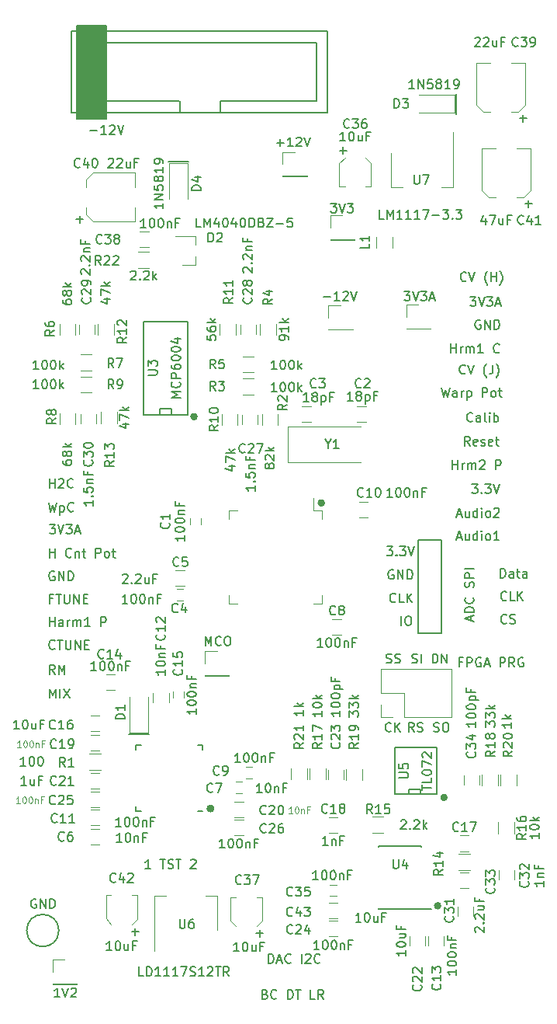
<source format=gbr>
G04 #@! TF.GenerationSoftware,KiCad,Pcbnew,(5.1.5)-3*
G04 #@! TF.CreationDate,2020-05-14T10:56:35+01:00*
G04 #@! TF.ProjectId,AddaTone components,41646461-546f-46e6-9520-636f6d706f6e,rev?*
G04 #@! TF.SameCoordinates,Original*
G04 #@! TF.FileFunction,Legend,Top*
G04 #@! TF.FilePolarity,Positive*
%FSLAX46Y46*%
G04 Gerber Fmt 4.6, Leading zero omitted, Abs format (unit mm)*
G04 Created by KiCad (PCBNEW (5.1.5)-3) date 2020-05-14 10:56:35*
%MOMM*%
%LPD*%
G04 APERTURE LIST*
%ADD10C,0.150000*%
%ADD11C,0.400000*%
%ADD12C,0.120000*%
%ADD13C,0.100000*%
G04 APERTURE END LIST*
D10*
X149468928Y-121828571D02*
X149135595Y-121828571D01*
X149135595Y-122352380D02*
X149135595Y-121352380D01*
X149611785Y-121352380D01*
X149992738Y-122352380D02*
X149992738Y-121352380D01*
X150373690Y-121352380D01*
X150468928Y-121400000D01*
X150516547Y-121447619D01*
X150564166Y-121542857D01*
X150564166Y-121685714D01*
X150516547Y-121780952D01*
X150468928Y-121828571D01*
X150373690Y-121876190D01*
X149992738Y-121876190D01*
X151516547Y-121400000D02*
X151421309Y-121352380D01*
X151278452Y-121352380D01*
X151135595Y-121400000D01*
X151040357Y-121495238D01*
X150992738Y-121590476D01*
X150945119Y-121780952D01*
X150945119Y-121923809D01*
X150992738Y-122114285D01*
X151040357Y-122209523D01*
X151135595Y-122304761D01*
X151278452Y-122352380D01*
X151373690Y-122352380D01*
X151516547Y-122304761D01*
X151564166Y-122257142D01*
X151564166Y-121923809D01*
X151373690Y-121923809D01*
X151945119Y-122066666D02*
X152421309Y-122066666D01*
X151849880Y-122352380D02*
X152183214Y-121352380D01*
X152516547Y-122352380D01*
X153611785Y-122352380D02*
X153611785Y-121352380D01*
X153992738Y-121352380D01*
X154087976Y-121400000D01*
X154135595Y-121447619D01*
X154183214Y-121542857D01*
X154183214Y-121685714D01*
X154135595Y-121780952D01*
X154087976Y-121828571D01*
X153992738Y-121876190D01*
X153611785Y-121876190D01*
X155183214Y-122352380D02*
X154849880Y-121876190D01*
X154611785Y-122352380D02*
X154611785Y-121352380D01*
X154992738Y-121352380D01*
X155087976Y-121400000D01*
X155135595Y-121447619D01*
X155183214Y-121542857D01*
X155183214Y-121685714D01*
X155135595Y-121780952D01*
X155087976Y-121828571D01*
X154992738Y-121876190D01*
X154611785Y-121876190D01*
X156135595Y-121400000D02*
X156040357Y-121352380D01*
X155897500Y-121352380D01*
X155754642Y-121400000D01*
X155659404Y-121495238D01*
X155611785Y-121590476D01*
X155564166Y-121780952D01*
X155564166Y-121923809D01*
X155611785Y-122114285D01*
X155659404Y-122209523D01*
X155754642Y-122304761D01*
X155897500Y-122352380D01*
X155992738Y-122352380D01*
X156135595Y-122304761D01*
X156183214Y-122257142D01*
X156183214Y-121923809D01*
X155992738Y-121923809D01*
X148800000Y-62100000D02*
X148800000Y-59900000D01*
X117400000Y-67300000D02*
X119600000Y-67300000D01*
X113100000Y-129700000D02*
X115300000Y-129700000D01*
D11*
X147700000Y-136600000D02*
G75*
G03X147700000Y-136600000I-200000J0D01*
G01*
X147000000Y-148400000D02*
G75*
G03X147000000Y-148400000I-200000J0D01*
G01*
X120400000Y-95100000D02*
G75*
G03X120400000Y-95100000I-200000J0D01*
G01*
X122223607Y-137800000D02*
G75*
G03X122223607Y-137800000I-223607J0D01*
G01*
D10*
X102959404Y-147700000D02*
X102864166Y-147652380D01*
X102721309Y-147652380D01*
X102578452Y-147700000D01*
X102483214Y-147795238D01*
X102435595Y-147890476D01*
X102387976Y-148080952D01*
X102387976Y-148223809D01*
X102435595Y-148414285D01*
X102483214Y-148509523D01*
X102578452Y-148604761D01*
X102721309Y-148652380D01*
X102816547Y-148652380D01*
X102959404Y-148604761D01*
X103007023Y-148557142D01*
X103007023Y-148223809D01*
X102816547Y-148223809D01*
X103435595Y-148652380D02*
X103435595Y-147652380D01*
X104007023Y-148652380D01*
X104007023Y-147652380D01*
X104483214Y-148652380D02*
X104483214Y-147652380D01*
X104721309Y-147652380D01*
X104864166Y-147700000D01*
X104959404Y-147795238D01*
X105007023Y-147890476D01*
X105054642Y-148080952D01*
X105054642Y-148223809D01*
X105007023Y-148414285D01*
X104959404Y-148509523D01*
X104864166Y-148604761D01*
X104721309Y-148652380D01*
X104483214Y-148652380D01*
X115459404Y-144352380D02*
X114887976Y-144352380D01*
X115173690Y-144352380D02*
X115173690Y-143352380D01*
X115078452Y-143495238D01*
X114983214Y-143590476D01*
X114887976Y-143638095D01*
X116507023Y-143352380D02*
X117078452Y-143352380D01*
X116792738Y-144352380D02*
X116792738Y-143352380D01*
X117364166Y-144304761D02*
X117507023Y-144352380D01*
X117745119Y-144352380D01*
X117840357Y-144304761D01*
X117887976Y-144257142D01*
X117935595Y-144161904D01*
X117935595Y-144066666D01*
X117887976Y-143971428D01*
X117840357Y-143923809D01*
X117745119Y-143876190D01*
X117554642Y-143828571D01*
X117459404Y-143780952D01*
X117411785Y-143733333D01*
X117364166Y-143638095D01*
X117364166Y-143542857D01*
X117411785Y-143447619D01*
X117459404Y-143400000D01*
X117554642Y-143352380D01*
X117792738Y-143352380D01*
X117935595Y-143400000D01*
X118221309Y-143352380D02*
X118792738Y-143352380D01*
X118507023Y-144352380D02*
X118507023Y-143352380D01*
X119840357Y-143447619D02*
X119887976Y-143400000D01*
X119983214Y-143352380D01*
X120221309Y-143352380D01*
X120316547Y-143400000D01*
X120364166Y-143447619D01*
X120411785Y-143542857D01*
X120411785Y-143638095D01*
X120364166Y-143780952D01*
X119792738Y-144352380D01*
X120411785Y-144352380D01*
X105559404Y-158352380D02*
X104987976Y-158352380D01*
X105273690Y-158352380D02*
X105273690Y-157352380D01*
X105178452Y-157495238D01*
X105083214Y-157590476D01*
X104987976Y-157638095D01*
X105845119Y-157352380D02*
X106178452Y-158352380D01*
X106511785Y-157352380D01*
X106797500Y-157447619D02*
X106845119Y-157400000D01*
X106940357Y-157352380D01*
X107178452Y-157352380D01*
X107273690Y-157400000D01*
X107321309Y-157447619D01*
X107368928Y-157542857D01*
X107368928Y-157638095D01*
X107321309Y-157780952D01*
X106749880Y-158352380D01*
X107368928Y-158352380D01*
X129235595Y-65271428D02*
X129997500Y-65271428D01*
X129616547Y-65652380D02*
X129616547Y-64890476D01*
X130997500Y-65652380D02*
X130426071Y-65652380D01*
X130711785Y-65652380D02*
X130711785Y-64652380D01*
X130616547Y-64795238D01*
X130521309Y-64890476D01*
X130426071Y-64938095D01*
X131378452Y-64747619D02*
X131426071Y-64700000D01*
X131521309Y-64652380D01*
X131759404Y-64652380D01*
X131854642Y-64700000D01*
X131902261Y-64747619D01*
X131949880Y-64842857D01*
X131949880Y-64938095D01*
X131902261Y-65080952D01*
X131330833Y-65652380D01*
X131949880Y-65652380D01*
X132235595Y-64652380D02*
X132568928Y-65652380D01*
X132902261Y-64652380D01*
X135140357Y-71852380D02*
X135759404Y-71852380D01*
X135426071Y-72233333D01*
X135568928Y-72233333D01*
X135664166Y-72280952D01*
X135711785Y-72328571D01*
X135759404Y-72423809D01*
X135759404Y-72661904D01*
X135711785Y-72757142D01*
X135664166Y-72804761D01*
X135568928Y-72852380D01*
X135283214Y-72852380D01*
X135187976Y-72804761D01*
X135140357Y-72757142D01*
X136045119Y-71852380D02*
X136378452Y-72852380D01*
X136711785Y-71852380D01*
X136949880Y-71852380D02*
X137568928Y-71852380D01*
X137235595Y-72233333D01*
X137378452Y-72233333D01*
X137473690Y-72280952D01*
X137521309Y-72328571D01*
X137568928Y-72423809D01*
X137568928Y-72661904D01*
X137521309Y-72757142D01*
X137473690Y-72804761D01*
X137378452Y-72852380D01*
X137092738Y-72852380D01*
X136997500Y-72804761D01*
X136949880Y-72757142D01*
X134335595Y-82071428D02*
X135097500Y-82071428D01*
X136097500Y-82452380D02*
X135526071Y-82452380D01*
X135811785Y-82452380D02*
X135811785Y-81452380D01*
X135716547Y-81595238D01*
X135621309Y-81690476D01*
X135526071Y-81738095D01*
X136478452Y-81547619D02*
X136526071Y-81500000D01*
X136621309Y-81452380D01*
X136859404Y-81452380D01*
X136954642Y-81500000D01*
X137002261Y-81547619D01*
X137049880Y-81642857D01*
X137049880Y-81738095D01*
X137002261Y-81880952D01*
X136430833Y-82452380D01*
X137049880Y-82452380D01*
X137335595Y-81452380D02*
X137668928Y-82452380D01*
X138002261Y-81452380D01*
X143140357Y-81452380D02*
X143759404Y-81452380D01*
X143426071Y-81833333D01*
X143568928Y-81833333D01*
X143664166Y-81880952D01*
X143711785Y-81928571D01*
X143759404Y-82023809D01*
X143759404Y-82261904D01*
X143711785Y-82357142D01*
X143664166Y-82404761D01*
X143568928Y-82452380D01*
X143283214Y-82452380D01*
X143187976Y-82404761D01*
X143140357Y-82357142D01*
X144045119Y-81452380D02*
X144378452Y-82452380D01*
X144711785Y-81452380D01*
X144949880Y-81452380D02*
X145568928Y-81452380D01*
X145235595Y-81833333D01*
X145378452Y-81833333D01*
X145473690Y-81880952D01*
X145521309Y-81928571D01*
X145568928Y-82023809D01*
X145568928Y-82261904D01*
X145521309Y-82357142D01*
X145473690Y-82404761D01*
X145378452Y-82452380D01*
X145092738Y-82452380D01*
X144997500Y-82404761D01*
X144949880Y-82357142D01*
X145949880Y-82166666D02*
X146426071Y-82166666D01*
X145854642Y-82452380D02*
X146187976Y-81452380D01*
X146521309Y-82452380D01*
X121435595Y-120052380D02*
X121435595Y-119052380D01*
X121768928Y-119766666D01*
X122102261Y-119052380D01*
X122102261Y-120052380D01*
X123149880Y-119957142D02*
X123102261Y-120004761D01*
X122959404Y-120052380D01*
X122864166Y-120052380D01*
X122721309Y-120004761D01*
X122626071Y-119909523D01*
X122578452Y-119814285D01*
X122530833Y-119623809D01*
X122530833Y-119480952D01*
X122578452Y-119290476D01*
X122626071Y-119195238D01*
X122721309Y-119100000D01*
X122864166Y-119052380D01*
X122959404Y-119052380D01*
X123102261Y-119100000D01*
X123149880Y-119147619D01*
X123768928Y-119052380D02*
X123959404Y-119052380D01*
X124054642Y-119100000D01*
X124149880Y-119195238D01*
X124197500Y-119385714D01*
X124197500Y-119719047D01*
X124149880Y-119909523D01*
X124054642Y-120004761D01*
X123959404Y-120052380D01*
X123768928Y-120052380D01*
X123673690Y-120004761D01*
X123578452Y-119909523D01*
X123530833Y-119719047D01*
X123530833Y-119385714D01*
X123578452Y-119195238D01*
X123673690Y-119100000D01*
X123768928Y-119052380D01*
X128335595Y-154652380D02*
X128335595Y-153652380D01*
X128573690Y-153652380D01*
X128716547Y-153700000D01*
X128811785Y-153795238D01*
X128859404Y-153890476D01*
X128907023Y-154080952D01*
X128907023Y-154223809D01*
X128859404Y-154414285D01*
X128811785Y-154509523D01*
X128716547Y-154604761D01*
X128573690Y-154652380D01*
X128335595Y-154652380D01*
X129287976Y-154366666D02*
X129764166Y-154366666D01*
X129192738Y-154652380D02*
X129526071Y-153652380D01*
X129859404Y-154652380D01*
X130764166Y-154557142D02*
X130716547Y-154604761D01*
X130573690Y-154652380D01*
X130478452Y-154652380D01*
X130335595Y-154604761D01*
X130240357Y-154509523D01*
X130192738Y-154414285D01*
X130145119Y-154223809D01*
X130145119Y-154080952D01*
X130192738Y-153890476D01*
X130240357Y-153795238D01*
X130335595Y-153700000D01*
X130478452Y-153652380D01*
X130573690Y-153652380D01*
X130716547Y-153700000D01*
X130764166Y-153747619D01*
X131954642Y-154652380D02*
X131954642Y-153652380D01*
X132383214Y-153747619D02*
X132430833Y-153700000D01*
X132526071Y-153652380D01*
X132764166Y-153652380D01*
X132859404Y-153700000D01*
X132907023Y-153747619D01*
X132954642Y-153842857D01*
X132954642Y-153938095D01*
X132907023Y-154080952D01*
X132335595Y-154652380D01*
X132954642Y-154652380D01*
X133954642Y-154557142D02*
X133907023Y-154604761D01*
X133764166Y-154652380D01*
X133668928Y-154652380D01*
X133526071Y-154604761D01*
X133430833Y-154509523D01*
X133383214Y-154414285D01*
X133335595Y-154223809D01*
X133335595Y-154080952D01*
X133383214Y-153890476D01*
X133430833Y-153795238D01*
X133526071Y-153700000D01*
X133668928Y-153652380D01*
X133764166Y-153652380D01*
X133907023Y-153700000D01*
X133954642Y-153747619D01*
X150466666Y-117312023D02*
X150466666Y-116835833D01*
X150752380Y-117407261D02*
X149752380Y-117073928D01*
X150752380Y-116740595D01*
X150752380Y-116407261D02*
X149752380Y-116407261D01*
X149752380Y-116169166D01*
X149800000Y-116026309D01*
X149895238Y-115931071D01*
X149990476Y-115883452D01*
X150180952Y-115835833D01*
X150323809Y-115835833D01*
X150514285Y-115883452D01*
X150609523Y-115931071D01*
X150704761Y-116026309D01*
X150752380Y-116169166D01*
X150752380Y-116407261D01*
X150657142Y-114835833D02*
X150704761Y-114883452D01*
X150752380Y-115026309D01*
X150752380Y-115121547D01*
X150704761Y-115264404D01*
X150609523Y-115359642D01*
X150514285Y-115407261D01*
X150323809Y-115454880D01*
X150180952Y-115454880D01*
X149990476Y-115407261D01*
X149895238Y-115359642D01*
X149800000Y-115264404D01*
X149752380Y-115121547D01*
X149752380Y-115026309D01*
X149800000Y-114883452D01*
X149847619Y-114835833D01*
X150704761Y-113692976D02*
X150752380Y-113550119D01*
X150752380Y-113312023D01*
X150704761Y-113216785D01*
X150657142Y-113169166D01*
X150561904Y-113121547D01*
X150466666Y-113121547D01*
X150371428Y-113169166D01*
X150323809Y-113216785D01*
X150276190Y-113312023D01*
X150228571Y-113502500D01*
X150180952Y-113597738D01*
X150133333Y-113645357D01*
X150038095Y-113692976D01*
X149942857Y-113692976D01*
X149847619Y-113645357D01*
X149800000Y-113597738D01*
X149752380Y-113502500D01*
X149752380Y-113264404D01*
X149800000Y-113121547D01*
X150752380Y-112692976D02*
X149752380Y-112692976D01*
X149752380Y-112312023D01*
X149800000Y-112216785D01*
X149847619Y-112169166D01*
X149942857Y-112121547D01*
X150085714Y-112121547D01*
X150180952Y-112169166D01*
X150228571Y-112216785D01*
X150276190Y-112312023D01*
X150276190Y-112692976D01*
X150752380Y-111692976D02*
X149752380Y-111692976D01*
X104340357Y-104452380D02*
X104578452Y-105452380D01*
X104768928Y-104738095D01*
X104959404Y-105452380D01*
X105197500Y-104452380D01*
X105578452Y-104785714D02*
X105578452Y-105785714D01*
X105578452Y-104833333D02*
X105673690Y-104785714D01*
X105864166Y-104785714D01*
X105959404Y-104833333D01*
X106007023Y-104880952D01*
X106054642Y-104976190D01*
X106054642Y-105261904D01*
X106007023Y-105357142D01*
X105959404Y-105404761D01*
X105864166Y-105452380D01*
X105673690Y-105452380D01*
X105578452Y-105404761D01*
X107054642Y-105357142D02*
X107007023Y-105404761D01*
X106864166Y-105452380D01*
X106768928Y-105452380D01*
X106626071Y-105404761D01*
X106530833Y-105309523D01*
X106483214Y-105214285D01*
X106435595Y-105023809D01*
X106435595Y-104880952D01*
X106483214Y-104690476D01*
X106530833Y-104595238D01*
X106626071Y-104500000D01*
X106768928Y-104452380D01*
X106864166Y-104452380D01*
X107007023Y-104500000D01*
X107054642Y-104547619D01*
X104435595Y-102852380D02*
X104435595Y-101852380D01*
X104435595Y-102328571D02*
X105007023Y-102328571D01*
X105007023Y-102852380D02*
X105007023Y-101852380D01*
X105435595Y-101947619D02*
X105483214Y-101900000D01*
X105578452Y-101852380D01*
X105816547Y-101852380D01*
X105911785Y-101900000D01*
X105959404Y-101947619D01*
X106007023Y-102042857D01*
X106007023Y-102138095D01*
X105959404Y-102280952D01*
X105387976Y-102852380D01*
X106007023Y-102852380D01*
X107007023Y-102757142D02*
X106959404Y-102804761D01*
X106816547Y-102852380D01*
X106721309Y-102852380D01*
X106578452Y-102804761D01*
X106483214Y-102709523D01*
X106435595Y-102614285D01*
X106387976Y-102423809D01*
X106387976Y-102280952D01*
X106435595Y-102090476D01*
X106483214Y-101995238D01*
X106578452Y-101900000D01*
X106721309Y-101852380D01*
X106816547Y-101852380D01*
X106959404Y-101900000D01*
X107007023Y-101947619D01*
X143987976Y-121904761D02*
X144130833Y-121952380D01*
X144368928Y-121952380D01*
X144464166Y-121904761D01*
X144511785Y-121857142D01*
X144559404Y-121761904D01*
X144559404Y-121666666D01*
X144511785Y-121571428D01*
X144464166Y-121523809D01*
X144368928Y-121476190D01*
X144178452Y-121428571D01*
X144083214Y-121380952D01*
X144035595Y-121333333D01*
X143987976Y-121238095D01*
X143987976Y-121142857D01*
X144035595Y-121047619D01*
X144083214Y-121000000D01*
X144178452Y-120952380D01*
X144416547Y-120952380D01*
X144559404Y-121000000D01*
X144987976Y-121952380D02*
X144987976Y-120952380D01*
X141187976Y-121904761D02*
X141330833Y-121952380D01*
X141568928Y-121952380D01*
X141664166Y-121904761D01*
X141711785Y-121857142D01*
X141759404Y-121761904D01*
X141759404Y-121666666D01*
X141711785Y-121571428D01*
X141664166Y-121523809D01*
X141568928Y-121476190D01*
X141378452Y-121428571D01*
X141283214Y-121380952D01*
X141235595Y-121333333D01*
X141187976Y-121238095D01*
X141187976Y-121142857D01*
X141235595Y-121047619D01*
X141283214Y-121000000D01*
X141378452Y-120952380D01*
X141616547Y-120952380D01*
X141759404Y-121000000D01*
X142140357Y-121904761D02*
X142283214Y-121952380D01*
X142521309Y-121952380D01*
X142616547Y-121904761D01*
X142664166Y-121857142D01*
X142711785Y-121761904D01*
X142711785Y-121666666D01*
X142664166Y-121571428D01*
X142616547Y-121523809D01*
X142521309Y-121476190D01*
X142330833Y-121428571D01*
X142235595Y-121380952D01*
X142187976Y-121333333D01*
X142140357Y-121238095D01*
X142140357Y-121142857D01*
X142187976Y-121047619D01*
X142235595Y-121000000D01*
X142330833Y-120952380D01*
X142568928Y-120952380D01*
X142711785Y-121000000D01*
X144207023Y-129452380D02*
X143873690Y-128976190D01*
X143635595Y-129452380D02*
X143635595Y-128452380D01*
X144016547Y-128452380D01*
X144111785Y-128500000D01*
X144159404Y-128547619D01*
X144207023Y-128642857D01*
X144207023Y-128785714D01*
X144159404Y-128880952D01*
X144111785Y-128928571D01*
X144016547Y-128976190D01*
X143635595Y-128976190D01*
X144587976Y-129404761D02*
X144730833Y-129452380D01*
X144968928Y-129452380D01*
X145064166Y-129404761D01*
X145111785Y-129357142D01*
X145159404Y-129261904D01*
X145159404Y-129166666D01*
X145111785Y-129071428D01*
X145064166Y-129023809D01*
X144968928Y-128976190D01*
X144778452Y-128928571D01*
X144683214Y-128880952D01*
X144635595Y-128833333D01*
X144587976Y-128738095D01*
X144587976Y-128642857D01*
X144635595Y-128547619D01*
X144683214Y-128500000D01*
X144778452Y-128452380D01*
X145016547Y-128452380D01*
X145159404Y-128500000D01*
X146235595Y-121952380D02*
X146235595Y-120952380D01*
X146473690Y-120952380D01*
X146616547Y-121000000D01*
X146711785Y-121095238D01*
X146759404Y-121190476D01*
X146807023Y-121380952D01*
X146807023Y-121523809D01*
X146759404Y-121714285D01*
X146711785Y-121809523D01*
X146616547Y-121904761D01*
X146473690Y-121952380D01*
X146235595Y-121952380D01*
X147235595Y-121952380D02*
X147235595Y-120952380D01*
X147807023Y-121952380D01*
X147807023Y-120952380D01*
X141707023Y-129357142D02*
X141659404Y-129404761D01*
X141516547Y-129452380D01*
X141421309Y-129452380D01*
X141278452Y-129404761D01*
X141183214Y-129309523D01*
X141135595Y-129214285D01*
X141087976Y-129023809D01*
X141087976Y-128880952D01*
X141135595Y-128690476D01*
X141183214Y-128595238D01*
X141278452Y-128500000D01*
X141421309Y-128452380D01*
X141516547Y-128452380D01*
X141659404Y-128500000D01*
X141707023Y-128547619D01*
X142135595Y-129452380D02*
X142135595Y-128452380D01*
X142707023Y-129452380D02*
X142278452Y-128880952D01*
X142707023Y-128452380D02*
X142135595Y-129023809D01*
X104435595Y-125752380D02*
X104435595Y-124752380D01*
X104768928Y-125466666D01*
X105102261Y-124752380D01*
X105102261Y-125752380D01*
X105578452Y-125752380D02*
X105578452Y-124752380D01*
X105959404Y-124752380D02*
X106626071Y-125752380D01*
X106626071Y-124752380D02*
X105959404Y-125752380D01*
X146387976Y-129404761D02*
X146530833Y-129452380D01*
X146768928Y-129452380D01*
X146864166Y-129404761D01*
X146911785Y-129357142D01*
X146959404Y-129261904D01*
X146959404Y-129166666D01*
X146911785Y-129071428D01*
X146864166Y-129023809D01*
X146768928Y-128976190D01*
X146578452Y-128928571D01*
X146483214Y-128880952D01*
X146435595Y-128833333D01*
X146387976Y-128738095D01*
X146387976Y-128642857D01*
X146435595Y-128547619D01*
X146483214Y-128500000D01*
X146578452Y-128452380D01*
X146816547Y-128452380D01*
X146959404Y-128500000D01*
X147578452Y-128452380D02*
X147768928Y-128452380D01*
X147864166Y-128500000D01*
X147959404Y-128595238D01*
X148007023Y-128785714D01*
X148007023Y-129119047D01*
X147959404Y-129309523D01*
X147864166Y-129404761D01*
X147768928Y-129452380D01*
X147578452Y-129452380D01*
X147483214Y-129404761D01*
X147387976Y-129309523D01*
X147340357Y-129119047D01*
X147340357Y-128785714D01*
X147387976Y-128595238D01*
X147483214Y-128500000D01*
X147578452Y-128452380D01*
X105007023Y-123152380D02*
X104673690Y-122676190D01*
X104435595Y-123152380D02*
X104435595Y-122152380D01*
X104816547Y-122152380D01*
X104911785Y-122200000D01*
X104959404Y-122247619D01*
X105007023Y-122342857D01*
X105007023Y-122485714D01*
X104959404Y-122580952D01*
X104911785Y-122628571D01*
X104816547Y-122676190D01*
X104435595Y-122676190D01*
X105435595Y-123152380D02*
X105435595Y-122152380D01*
X105768928Y-122866666D01*
X106102261Y-122152380D01*
X106102261Y-123152380D01*
X105007023Y-120357142D02*
X104959404Y-120404761D01*
X104816547Y-120452380D01*
X104721309Y-120452380D01*
X104578452Y-120404761D01*
X104483214Y-120309523D01*
X104435595Y-120214285D01*
X104387976Y-120023809D01*
X104387976Y-119880952D01*
X104435595Y-119690476D01*
X104483214Y-119595238D01*
X104578452Y-119500000D01*
X104721309Y-119452380D01*
X104816547Y-119452380D01*
X104959404Y-119500000D01*
X105007023Y-119547619D01*
X105292738Y-119452380D02*
X105864166Y-119452380D01*
X105578452Y-120452380D02*
X105578452Y-119452380D01*
X106197500Y-119452380D02*
X106197500Y-120261904D01*
X106245119Y-120357142D01*
X106292738Y-120404761D01*
X106387976Y-120452380D01*
X106578452Y-120452380D01*
X106673690Y-120404761D01*
X106721309Y-120357142D01*
X106768928Y-120261904D01*
X106768928Y-119452380D01*
X107245119Y-120452380D02*
X107245119Y-119452380D01*
X107816547Y-120452380D01*
X107816547Y-119452380D01*
X108292738Y-119928571D02*
X108626071Y-119928571D01*
X108768928Y-120452380D02*
X108292738Y-120452380D01*
X108292738Y-119452380D01*
X108768928Y-119452380D01*
X104435595Y-117952380D02*
X104435595Y-116952380D01*
X104435595Y-117428571D02*
X105007023Y-117428571D01*
X105007023Y-117952380D02*
X105007023Y-116952380D01*
X105911785Y-117952380D02*
X105911785Y-117428571D01*
X105864166Y-117333333D01*
X105768928Y-117285714D01*
X105578452Y-117285714D01*
X105483214Y-117333333D01*
X105911785Y-117904761D02*
X105816547Y-117952380D01*
X105578452Y-117952380D01*
X105483214Y-117904761D01*
X105435595Y-117809523D01*
X105435595Y-117714285D01*
X105483214Y-117619047D01*
X105578452Y-117571428D01*
X105816547Y-117571428D01*
X105911785Y-117523809D01*
X106387976Y-117952380D02*
X106387976Y-117285714D01*
X106387976Y-117476190D02*
X106435595Y-117380952D01*
X106483214Y-117333333D01*
X106578452Y-117285714D01*
X106673690Y-117285714D01*
X107007023Y-117952380D02*
X107007023Y-117285714D01*
X107007023Y-117380952D02*
X107054642Y-117333333D01*
X107149880Y-117285714D01*
X107292738Y-117285714D01*
X107387976Y-117333333D01*
X107435595Y-117428571D01*
X107435595Y-117952380D01*
X107435595Y-117428571D02*
X107483214Y-117333333D01*
X107578452Y-117285714D01*
X107721309Y-117285714D01*
X107816547Y-117333333D01*
X107864166Y-117428571D01*
X107864166Y-117952380D01*
X108864166Y-117952380D02*
X108292738Y-117952380D01*
X108578452Y-117952380D02*
X108578452Y-116952380D01*
X108483214Y-117095238D01*
X108387976Y-117190476D01*
X108292738Y-117238095D01*
X110054642Y-117952380D02*
X110054642Y-116952380D01*
X110435595Y-116952380D01*
X110530833Y-117000000D01*
X110578452Y-117047619D01*
X110626071Y-117142857D01*
X110626071Y-117285714D01*
X110578452Y-117380952D01*
X110530833Y-117428571D01*
X110435595Y-117476190D01*
X110054642Y-117476190D01*
X104768928Y-114928571D02*
X104435595Y-114928571D01*
X104435595Y-115452380D02*
X104435595Y-114452380D01*
X104911785Y-114452380D01*
X105149880Y-114452380D02*
X105721309Y-114452380D01*
X105435595Y-115452380D02*
X105435595Y-114452380D01*
X106054642Y-114452380D02*
X106054642Y-115261904D01*
X106102261Y-115357142D01*
X106149880Y-115404761D01*
X106245119Y-115452380D01*
X106435595Y-115452380D01*
X106530833Y-115404761D01*
X106578452Y-115357142D01*
X106626071Y-115261904D01*
X106626071Y-114452380D01*
X107102261Y-115452380D02*
X107102261Y-114452380D01*
X107673690Y-115452380D01*
X107673690Y-114452380D01*
X108149880Y-114928571D02*
X108483214Y-114928571D01*
X108626071Y-115452380D02*
X108149880Y-115452380D01*
X108149880Y-114452380D01*
X108626071Y-114452380D01*
X104440357Y-106852380D02*
X105059404Y-106852380D01*
X104726071Y-107233333D01*
X104868928Y-107233333D01*
X104964166Y-107280952D01*
X105011785Y-107328571D01*
X105059404Y-107423809D01*
X105059404Y-107661904D01*
X105011785Y-107757142D01*
X104964166Y-107804761D01*
X104868928Y-107852380D01*
X104583214Y-107852380D01*
X104487976Y-107804761D01*
X104440357Y-107757142D01*
X105345119Y-106852380D02*
X105678452Y-107852380D01*
X106011785Y-106852380D01*
X106249880Y-106852380D02*
X106868928Y-106852380D01*
X106535595Y-107233333D01*
X106678452Y-107233333D01*
X106773690Y-107280952D01*
X106821309Y-107328571D01*
X106868928Y-107423809D01*
X106868928Y-107661904D01*
X106821309Y-107757142D01*
X106773690Y-107804761D01*
X106678452Y-107852380D01*
X106392738Y-107852380D01*
X106297500Y-107804761D01*
X106249880Y-107757142D01*
X107249880Y-107566666D02*
X107726071Y-107566666D01*
X107154642Y-107852380D02*
X107487976Y-106852380D01*
X107821309Y-107852380D01*
X104959404Y-112000000D02*
X104864166Y-111952380D01*
X104721309Y-111952380D01*
X104578452Y-112000000D01*
X104483214Y-112095238D01*
X104435595Y-112190476D01*
X104387976Y-112380952D01*
X104387976Y-112523809D01*
X104435595Y-112714285D01*
X104483214Y-112809523D01*
X104578452Y-112904761D01*
X104721309Y-112952380D01*
X104816547Y-112952380D01*
X104959404Y-112904761D01*
X105007023Y-112857142D01*
X105007023Y-112523809D01*
X104816547Y-112523809D01*
X105435595Y-112952380D02*
X105435595Y-111952380D01*
X106007023Y-112952380D01*
X106007023Y-111952380D01*
X106483214Y-112952380D02*
X106483214Y-111952380D01*
X106721309Y-111952380D01*
X106864166Y-112000000D01*
X106959404Y-112095238D01*
X107007023Y-112190476D01*
X107054642Y-112380952D01*
X107054642Y-112523809D01*
X107007023Y-112714285D01*
X106959404Y-112809523D01*
X106864166Y-112904761D01*
X106721309Y-112952380D01*
X106483214Y-112952380D01*
X104435595Y-110452380D02*
X104435595Y-109452380D01*
X104435595Y-109928571D02*
X105007023Y-109928571D01*
X105007023Y-110452380D02*
X105007023Y-109452380D01*
X106816547Y-110357142D02*
X106768928Y-110404761D01*
X106626071Y-110452380D01*
X106530833Y-110452380D01*
X106387976Y-110404761D01*
X106292738Y-110309523D01*
X106245119Y-110214285D01*
X106197500Y-110023809D01*
X106197500Y-109880952D01*
X106245119Y-109690476D01*
X106292738Y-109595238D01*
X106387976Y-109500000D01*
X106530833Y-109452380D01*
X106626071Y-109452380D01*
X106768928Y-109500000D01*
X106816547Y-109547619D01*
X107245119Y-109785714D02*
X107245119Y-110452380D01*
X107245119Y-109880952D02*
X107292738Y-109833333D01*
X107387976Y-109785714D01*
X107530833Y-109785714D01*
X107626071Y-109833333D01*
X107673690Y-109928571D01*
X107673690Y-110452380D01*
X108007023Y-109785714D02*
X108387976Y-109785714D01*
X108149880Y-109452380D02*
X108149880Y-110309523D01*
X108197500Y-110404761D01*
X108292738Y-110452380D01*
X108387976Y-110452380D01*
X109483214Y-110452380D02*
X109483214Y-109452380D01*
X109864166Y-109452380D01*
X109959404Y-109500000D01*
X110007023Y-109547619D01*
X110054642Y-109642857D01*
X110054642Y-109785714D01*
X110007023Y-109880952D01*
X109959404Y-109928571D01*
X109864166Y-109976190D01*
X109483214Y-109976190D01*
X110626071Y-110452380D02*
X110530833Y-110404761D01*
X110483214Y-110357142D01*
X110435595Y-110261904D01*
X110435595Y-109976190D01*
X110483214Y-109880952D01*
X110530833Y-109833333D01*
X110626071Y-109785714D01*
X110768928Y-109785714D01*
X110864166Y-109833333D01*
X110911785Y-109880952D01*
X110959404Y-109976190D01*
X110959404Y-110261904D01*
X110911785Y-110357142D01*
X110864166Y-110404761D01*
X110768928Y-110452380D01*
X110626071Y-110452380D01*
X111245119Y-109785714D02*
X111626071Y-109785714D01*
X111387976Y-109452380D02*
X111387976Y-110309523D01*
X111435595Y-110404761D01*
X111530833Y-110452380D01*
X111626071Y-110452380D01*
X148887976Y-108266666D02*
X149364166Y-108266666D01*
X148792738Y-108552380D02*
X149126071Y-107552380D01*
X149459404Y-108552380D01*
X150221309Y-107885714D02*
X150221309Y-108552380D01*
X149792738Y-107885714D02*
X149792738Y-108409523D01*
X149840357Y-108504761D01*
X149935595Y-108552380D01*
X150078452Y-108552380D01*
X150173690Y-108504761D01*
X150221309Y-108457142D01*
X151126071Y-108552380D02*
X151126071Y-107552380D01*
X151126071Y-108504761D02*
X151030833Y-108552380D01*
X150840357Y-108552380D01*
X150745119Y-108504761D01*
X150697500Y-108457142D01*
X150649880Y-108361904D01*
X150649880Y-108076190D01*
X150697500Y-107980952D01*
X150745119Y-107933333D01*
X150840357Y-107885714D01*
X151030833Y-107885714D01*
X151126071Y-107933333D01*
X151602261Y-108552380D02*
X151602261Y-107885714D01*
X151602261Y-107552380D02*
X151554642Y-107600000D01*
X151602261Y-107647619D01*
X151649880Y-107600000D01*
X151602261Y-107552380D01*
X151602261Y-107647619D01*
X152221309Y-108552380D02*
X152126071Y-108504761D01*
X152078452Y-108457142D01*
X152030833Y-108361904D01*
X152030833Y-108076190D01*
X152078452Y-107980952D01*
X152126071Y-107933333D01*
X152221309Y-107885714D01*
X152364166Y-107885714D01*
X152459404Y-107933333D01*
X152507023Y-107980952D01*
X152554642Y-108076190D01*
X152554642Y-108361904D01*
X152507023Y-108457142D01*
X152459404Y-108504761D01*
X152364166Y-108552380D01*
X152221309Y-108552380D01*
X153507023Y-108552380D02*
X152935595Y-108552380D01*
X153221309Y-108552380D02*
X153221309Y-107552380D01*
X153126071Y-107695238D01*
X153030833Y-107790476D01*
X152935595Y-107838095D01*
X148887976Y-105766666D02*
X149364166Y-105766666D01*
X148792738Y-106052380D02*
X149126071Y-105052380D01*
X149459404Y-106052380D01*
X150221309Y-105385714D02*
X150221309Y-106052380D01*
X149792738Y-105385714D02*
X149792738Y-105909523D01*
X149840357Y-106004761D01*
X149935595Y-106052380D01*
X150078452Y-106052380D01*
X150173690Y-106004761D01*
X150221309Y-105957142D01*
X151126071Y-106052380D02*
X151126071Y-105052380D01*
X151126071Y-106004761D02*
X151030833Y-106052380D01*
X150840357Y-106052380D01*
X150745119Y-106004761D01*
X150697500Y-105957142D01*
X150649880Y-105861904D01*
X150649880Y-105576190D01*
X150697500Y-105480952D01*
X150745119Y-105433333D01*
X150840357Y-105385714D01*
X151030833Y-105385714D01*
X151126071Y-105433333D01*
X151602261Y-106052380D02*
X151602261Y-105385714D01*
X151602261Y-105052380D02*
X151554642Y-105100000D01*
X151602261Y-105147619D01*
X151649880Y-105100000D01*
X151602261Y-105052380D01*
X151602261Y-105147619D01*
X152221309Y-106052380D02*
X152126071Y-106004761D01*
X152078452Y-105957142D01*
X152030833Y-105861904D01*
X152030833Y-105576190D01*
X152078452Y-105480952D01*
X152126071Y-105433333D01*
X152221309Y-105385714D01*
X152364166Y-105385714D01*
X152459404Y-105433333D01*
X152507023Y-105480952D01*
X152554642Y-105576190D01*
X152554642Y-105861904D01*
X152507023Y-105957142D01*
X152459404Y-106004761D01*
X152364166Y-106052380D01*
X152221309Y-106052380D01*
X152935595Y-105147619D02*
X152983214Y-105100000D01*
X153078452Y-105052380D01*
X153316547Y-105052380D01*
X153411785Y-105100000D01*
X153459404Y-105147619D01*
X153507023Y-105242857D01*
X153507023Y-105338095D01*
X153459404Y-105480952D01*
X152887976Y-106052380D01*
X153507023Y-106052380D01*
X133411785Y-158552380D02*
X132935595Y-158552380D01*
X132935595Y-157552380D01*
X134316547Y-158552380D02*
X133983214Y-158076190D01*
X133745119Y-158552380D02*
X133745119Y-157552380D01*
X134126071Y-157552380D01*
X134221309Y-157600000D01*
X134268928Y-157647619D01*
X134316547Y-157742857D01*
X134316547Y-157885714D01*
X134268928Y-157980952D01*
X134221309Y-158028571D01*
X134126071Y-158076190D01*
X133745119Y-158076190D01*
X130435595Y-158552380D02*
X130435595Y-157552380D01*
X130673690Y-157552380D01*
X130816547Y-157600000D01*
X130911785Y-157695238D01*
X130959404Y-157790476D01*
X131007023Y-157980952D01*
X131007023Y-158123809D01*
X130959404Y-158314285D01*
X130911785Y-158409523D01*
X130816547Y-158504761D01*
X130673690Y-158552380D01*
X130435595Y-158552380D01*
X131292738Y-157552380D02*
X131864166Y-157552380D01*
X131578452Y-158552380D02*
X131578452Y-157552380D01*
X127968928Y-158028571D02*
X128111785Y-158076190D01*
X128159404Y-158123809D01*
X128207023Y-158219047D01*
X128207023Y-158361904D01*
X128159404Y-158457142D01*
X128111785Y-158504761D01*
X128016547Y-158552380D01*
X127635595Y-158552380D01*
X127635595Y-157552380D01*
X127968928Y-157552380D01*
X128064166Y-157600000D01*
X128111785Y-157647619D01*
X128159404Y-157742857D01*
X128159404Y-157838095D01*
X128111785Y-157933333D01*
X128064166Y-157980952D01*
X127968928Y-158028571D01*
X127635595Y-158028571D01*
X129207023Y-158457142D02*
X129159404Y-158504761D01*
X129016547Y-158552380D01*
X128921309Y-158552380D01*
X128778452Y-158504761D01*
X128683214Y-158409523D01*
X128635595Y-158314285D01*
X128587976Y-158123809D01*
X128587976Y-157980952D01*
X128635595Y-157790476D01*
X128683214Y-157695238D01*
X128778452Y-157600000D01*
X128921309Y-157552380D01*
X129016547Y-157552380D01*
X129159404Y-157600000D01*
X129207023Y-157647619D01*
X150607023Y-95557142D02*
X150559404Y-95604761D01*
X150416547Y-95652380D01*
X150321309Y-95652380D01*
X150178452Y-95604761D01*
X150083214Y-95509523D01*
X150035595Y-95414285D01*
X149987976Y-95223809D01*
X149987976Y-95080952D01*
X150035595Y-94890476D01*
X150083214Y-94795238D01*
X150178452Y-94700000D01*
X150321309Y-94652380D01*
X150416547Y-94652380D01*
X150559404Y-94700000D01*
X150607023Y-94747619D01*
X151464166Y-95652380D02*
X151464166Y-95128571D01*
X151416547Y-95033333D01*
X151321309Y-94985714D01*
X151130833Y-94985714D01*
X151035595Y-95033333D01*
X151464166Y-95604761D02*
X151368928Y-95652380D01*
X151130833Y-95652380D01*
X151035595Y-95604761D01*
X150987976Y-95509523D01*
X150987976Y-95414285D01*
X151035595Y-95319047D01*
X151130833Y-95271428D01*
X151368928Y-95271428D01*
X151464166Y-95223809D01*
X152083214Y-95652380D02*
X151987976Y-95604761D01*
X151940357Y-95509523D01*
X151940357Y-94652380D01*
X152464166Y-95652380D02*
X152464166Y-94985714D01*
X152464166Y-94652380D02*
X152416547Y-94700000D01*
X152464166Y-94747619D01*
X152511785Y-94700000D01*
X152464166Y-94652380D01*
X152464166Y-94747619D01*
X152940357Y-95652380D02*
X152940357Y-94652380D01*
X152940357Y-95033333D02*
X153035595Y-94985714D01*
X153226071Y-94985714D01*
X153321309Y-95033333D01*
X153368928Y-95080952D01*
X153416547Y-95176190D01*
X153416547Y-95461904D01*
X153368928Y-95557142D01*
X153321309Y-95604761D01*
X153226071Y-95652380D01*
X153035595Y-95652380D01*
X152940357Y-95604761D01*
X154307023Y-117557142D02*
X154259404Y-117604761D01*
X154116547Y-117652380D01*
X154021309Y-117652380D01*
X153878452Y-117604761D01*
X153783214Y-117509523D01*
X153735595Y-117414285D01*
X153687976Y-117223809D01*
X153687976Y-117080952D01*
X153735595Y-116890476D01*
X153783214Y-116795238D01*
X153878452Y-116700000D01*
X154021309Y-116652380D01*
X154116547Y-116652380D01*
X154259404Y-116700000D01*
X154307023Y-116747619D01*
X154687976Y-117604761D02*
X154830833Y-117652380D01*
X155068928Y-117652380D01*
X155164166Y-117604761D01*
X155211785Y-117557142D01*
X155259404Y-117461904D01*
X155259404Y-117366666D01*
X155211785Y-117271428D01*
X155164166Y-117223809D01*
X155068928Y-117176190D01*
X154878452Y-117128571D01*
X154783214Y-117080952D01*
X154735595Y-117033333D01*
X154687976Y-116938095D01*
X154687976Y-116842857D01*
X154735595Y-116747619D01*
X154783214Y-116700000D01*
X154878452Y-116652380D01*
X155116547Y-116652380D01*
X155259404Y-116700000D01*
X154307023Y-115057142D02*
X154259404Y-115104761D01*
X154116547Y-115152380D01*
X154021309Y-115152380D01*
X153878452Y-115104761D01*
X153783214Y-115009523D01*
X153735595Y-114914285D01*
X153687976Y-114723809D01*
X153687976Y-114580952D01*
X153735595Y-114390476D01*
X153783214Y-114295238D01*
X153878452Y-114200000D01*
X154021309Y-114152380D01*
X154116547Y-114152380D01*
X154259404Y-114200000D01*
X154307023Y-114247619D01*
X155211785Y-115152380D02*
X154735595Y-115152380D01*
X154735595Y-114152380D01*
X155545119Y-115152380D02*
X155545119Y-114152380D01*
X156116547Y-115152380D02*
X155687976Y-114580952D01*
X156116547Y-114152380D02*
X155545119Y-114723809D01*
X153635595Y-112652380D02*
X153635595Y-111652380D01*
X153873690Y-111652380D01*
X154016547Y-111700000D01*
X154111785Y-111795238D01*
X154159404Y-111890476D01*
X154207023Y-112080952D01*
X154207023Y-112223809D01*
X154159404Y-112414285D01*
X154111785Y-112509523D01*
X154016547Y-112604761D01*
X153873690Y-112652380D01*
X153635595Y-112652380D01*
X155064166Y-112652380D02*
X155064166Y-112128571D01*
X155016547Y-112033333D01*
X154921309Y-111985714D01*
X154730833Y-111985714D01*
X154635595Y-112033333D01*
X155064166Y-112604761D02*
X154968928Y-112652380D01*
X154730833Y-112652380D01*
X154635595Y-112604761D01*
X154587976Y-112509523D01*
X154587976Y-112414285D01*
X154635595Y-112319047D01*
X154730833Y-112271428D01*
X154968928Y-112271428D01*
X155064166Y-112223809D01*
X155397500Y-111985714D02*
X155778452Y-111985714D01*
X155540357Y-111652380D02*
X155540357Y-112509523D01*
X155587976Y-112604761D01*
X155683214Y-112652380D01*
X155778452Y-112652380D01*
X156540357Y-112652380D02*
X156540357Y-112128571D01*
X156492738Y-112033333D01*
X156397500Y-111985714D01*
X156207023Y-111985714D01*
X156111785Y-112033333D01*
X156540357Y-112604761D02*
X156445119Y-112652380D01*
X156207023Y-112652380D01*
X156111785Y-112604761D01*
X156064166Y-112509523D01*
X156064166Y-112414285D01*
X156111785Y-112319047D01*
X156207023Y-112271428D01*
X156445119Y-112271428D01*
X156540357Y-112223809D01*
X148435595Y-100852380D02*
X148435595Y-99852380D01*
X148435595Y-100328571D02*
X149007023Y-100328571D01*
X149007023Y-100852380D02*
X149007023Y-99852380D01*
X149483214Y-100852380D02*
X149483214Y-100185714D01*
X149483214Y-100376190D02*
X149530833Y-100280952D01*
X149578452Y-100233333D01*
X149673690Y-100185714D01*
X149768928Y-100185714D01*
X150102261Y-100852380D02*
X150102261Y-100185714D01*
X150102261Y-100280952D02*
X150149880Y-100233333D01*
X150245119Y-100185714D01*
X150387976Y-100185714D01*
X150483214Y-100233333D01*
X150530833Y-100328571D01*
X150530833Y-100852380D01*
X150530833Y-100328571D02*
X150578452Y-100233333D01*
X150673690Y-100185714D01*
X150816547Y-100185714D01*
X150911785Y-100233333D01*
X150959404Y-100328571D01*
X150959404Y-100852380D01*
X151387976Y-99947619D02*
X151435595Y-99900000D01*
X151530833Y-99852380D01*
X151768928Y-99852380D01*
X151864166Y-99900000D01*
X151911785Y-99947619D01*
X151959404Y-100042857D01*
X151959404Y-100138095D01*
X151911785Y-100280952D01*
X151340357Y-100852380D01*
X151959404Y-100852380D01*
X153149880Y-100852380D02*
X153149880Y-99852380D01*
X153530833Y-99852380D01*
X153626071Y-99900000D01*
X153673690Y-99947619D01*
X153721309Y-100042857D01*
X153721309Y-100185714D01*
X153673690Y-100280952D01*
X153626071Y-100328571D01*
X153530833Y-100376190D01*
X153149880Y-100376190D01*
X150307023Y-98252380D02*
X149973690Y-97776190D01*
X149735595Y-98252380D02*
X149735595Y-97252380D01*
X150116547Y-97252380D01*
X150211785Y-97300000D01*
X150259404Y-97347619D01*
X150307023Y-97442857D01*
X150307023Y-97585714D01*
X150259404Y-97680952D01*
X150211785Y-97728571D01*
X150116547Y-97776190D01*
X149735595Y-97776190D01*
X151116547Y-98204761D02*
X151021309Y-98252380D01*
X150830833Y-98252380D01*
X150735595Y-98204761D01*
X150687976Y-98109523D01*
X150687976Y-97728571D01*
X150735595Y-97633333D01*
X150830833Y-97585714D01*
X151021309Y-97585714D01*
X151116547Y-97633333D01*
X151164166Y-97728571D01*
X151164166Y-97823809D01*
X150687976Y-97919047D01*
X151545119Y-98204761D02*
X151640357Y-98252380D01*
X151830833Y-98252380D01*
X151926071Y-98204761D01*
X151973690Y-98109523D01*
X151973690Y-98061904D01*
X151926071Y-97966666D01*
X151830833Y-97919047D01*
X151687976Y-97919047D01*
X151592738Y-97871428D01*
X151545119Y-97776190D01*
X151545119Y-97728571D01*
X151592738Y-97633333D01*
X151687976Y-97585714D01*
X151830833Y-97585714D01*
X151926071Y-97633333D01*
X152783214Y-98204761D02*
X152687976Y-98252380D01*
X152497500Y-98252380D01*
X152402261Y-98204761D01*
X152354642Y-98109523D01*
X152354642Y-97728571D01*
X152402261Y-97633333D01*
X152497500Y-97585714D01*
X152687976Y-97585714D01*
X152783214Y-97633333D01*
X152830833Y-97728571D01*
X152830833Y-97823809D01*
X152354642Y-97919047D01*
X153116547Y-97585714D02*
X153497500Y-97585714D01*
X153259404Y-97252380D02*
X153259404Y-98109523D01*
X153307023Y-98204761D01*
X153402261Y-98252380D01*
X153497500Y-98252380D01*
X150540357Y-102452380D02*
X151159404Y-102452380D01*
X150826071Y-102833333D01*
X150968928Y-102833333D01*
X151064166Y-102880952D01*
X151111785Y-102928571D01*
X151159404Y-103023809D01*
X151159404Y-103261904D01*
X151111785Y-103357142D01*
X151064166Y-103404761D01*
X150968928Y-103452380D01*
X150683214Y-103452380D01*
X150587976Y-103404761D01*
X150540357Y-103357142D01*
X151587976Y-103357142D02*
X151635595Y-103404761D01*
X151587976Y-103452380D01*
X151540357Y-103404761D01*
X151587976Y-103357142D01*
X151587976Y-103452380D01*
X151968928Y-102452380D02*
X152587976Y-102452380D01*
X152254642Y-102833333D01*
X152397500Y-102833333D01*
X152492738Y-102880952D01*
X152540357Y-102928571D01*
X152587976Y-103023809D01*
X152587976Y-103261904D01*
X152540357Y-103357142D01*
X152492738Y-103404761D01*
X152397500Y-103452380D01*
X152111785Y-103452380D01*
X152016547Y-103404761D01*
X151968928Y-103357142D01*
X152873690Y-102452380D02*
X153207023Y-103452380D01*
X153540357Y-102452380D01*
X147240357Y-91952380D02*
X147478452Y-92952380D01*
X147668928Y-92238095D01*
X147859404Y-92952380D01*
X148097500Y-91952380D01*
X148907023Y-92952380D02*
X148907023Y-92428571D01*
X148859404Y-92333333D01*
X148764166Y-92285714D01*
X148573690Y-92285714D01*
X148478452Y-92333333D01*
X148907023Y-92904761D02*
X148811785Y-92952380D01*
X148573690Y-92952380D01*
X148478452Y-92904761D01*
X148430833Y-92809523D01*
X148430833Y-92714285D01*
X148478452Y-92619047D01*
X148573690Y-92571428D01*
X148811785Y-92571428D01*
X148907023Y-92523809D01*
X149383214Y-92952380D02*
X149383214Y-92285714D01*
X149383214Y-92476190D02*
X149430833Y-92380952D01*
X149478452Y-92333333D01*
X149573690Y-92285714D01*
X149668928Y-92285714D01*
X150002261Y-92285714D02*
X150002261Y-93285714D01*
X150002261Y-92333333D02*
X150097500Y-92285714D01*
X150287976Y-92285714D01*
X150383214Y-92333333D01*
X150430833Y-92380952D01*
X150478452Y-92476190D01*
X150478452Y-92761904D01*
X150430833Y-92857142D01*
X150383214Y-92904761D01*
X150287976Y-92952380D01*
X150097500Y-92952380D01*
X150002261Y-92904761D01*
X151668928Y-92952380D02*
X151668928Y-91952380D01*
X152049880Y-91952380D01*
X152145119Y-92000000D01*
X152192738Y-92047619D01*
X152240357Y-92142857D01*
X152240357Y-92285714D01*
X152192738Y-92380952D01*
X152145119Y-92428571D01*
X152049880Y-92476190D01*
X151668928Y-92476190D01*
X152811785Y-92952380D02*
X152716547Y-92904761D01*
X152668928Y-92857142D01*
X152621309Y-92761904D01*
X152621309Y-92476190D01*
X152668928Y-92380952D01*
X152716547Y-92333333D01*
X152811785Y-92285714D01*
X152954642Y-92285714D01*
X153049880Y-92333333D01*
X153097500Y-92380952D01*
X153145119Y-92476190D01*
X153145119Y-92761904D01*
X153097500Y-92857142D01*
X153049880Y-92904761D01*
X152954642Y-92952380D01*
X152811785Y-92952380D01*
X153430833Y-92285714D02*
X153811785Y-92285714D01*
X153573690Y-91952380D02*
X153573690Y-92809523D01*
X153621309Y-92904761D01*
X153716547Y-92952380D01*
X153811785Y-92952380D01*
X149807023Y-90357142D02*
X149759404Y-90404761D01*
X149616547Y-90452380D01*
X149521309Y-90452380D01*
X149378452Y-90404761D01*
X149283214Y-90309523D01*
X149235595Y-90214285D01*
X149187976Y-90023809D01*
X149187976Y-89880952D01*
X149235595Y-89690476D01*
X149283214Y-89595238D01*
X149378452Y-89500000D01*
X149521309Y-89452380D01*
X149616547Y-89452380D01*
X149759404Y-89500000D01*
X149807023Y-89547619D01*
X150092738Y-89452380D02*
X150426071Y-90452380D01*
X150759404Y-89452380D01*
X152140357Y-90833333D02*
X152092738Y-90785714D01*
X151997500Y-90642857D01*
X151949880Y-90547619D01*
X151902261Y-90404761D01*
X151854642Y-90166666D01*
X151854642Y-89976190D01*
X151902261Y-89738095D01*
X151949880Y-89595238D01*
X151997500Y-89500000D01*
X152092738Y-89357142D01*
X152140357Y-89309523D01*
X152807023Y-89452380D02*
X152807023Y-90166666D01*
X152759404Y-90309523D01*
X152664166Y-90404761D01*
X152521309Y-90452380D01*
X152426071Y-90452380D01*
X153187976Y-90833333D02*
X153235595Y-90785714D01*
X153330833Y-90642857D01*
X153378452Y-90547619D01*
X153426071Y-90404761D01*
X153473690Y-90166666D01*
X153473690Y-89976190D01*
X153426071Y-89738095D01*
X153378452Y-89595238D01*
X153330833Y-89500000D01*
X153235595Y-89357142D01*
X153187976Y-89309523D01*
X148235595Y-88152380D02*
X148235595Y-87152380D01*
X148235595Y-87628571D02*
X148807023Y-87628571D01*
X148807023Y-88152380D02*
X148807023Y-87152380D01*
X149283214Y-88152380D02*
X149283214Y-87485714D01*
X149283214Y-87676190D02*
X149330833Y-87580952D01*
X149378452Y-87533333D01*
X149473690Y-87485714D01*
X149568928Y-87485714D01*
X149902261Y-88152380D02*
X149902261Y-87485714D01*
X149902261Y-87580952D02*
X149949880Y-87533333D01*
X150045119Y-87485714D01*
X150187976Y-87485714D01*
X150283214Y-87533333D01*
X150330833Y-87628571D01*
X150330833Y-88152380D01*
X150330833Y-87628571D02*
X150378452Y-87533333D01*
X150473690Y-87485714D01*
X150616547Y-87485714D01*
X150711785Y-87533333D01*
X150759404Y-87628571D01*
X150759404Y-88152380D01*
X151759404Y-88152380D02*
X151187976Y-88152380D01*
X151473690Y-88152380D02*
X151473690Y-87152380D01*
X151378452Y-87295238D01*
X151283214Y-87390476D01*
X151187976Y-87438095D01*
X153521309Y-88057142D02*
X153473690Y-88104761D01*
X153330833Y-88152380D01*
X153235595Y-88152380D01*
X153092738Y-88104761D01*
X152997500Y-88009523D01*
X152949880Y-87914285D01*
X152902261Y-87723809D01*
X152902261Y-87580952D01*
X152949880Y-87390476D01*
X152997500Y-87295238D01*
X153092738Y-87200000D01*
X153235595Y-87152380D01*
X153330833Y-87152380D01*
X153473690Y-87200000D01*
X153521309Y-87247619D01*
X151459404Y-84600000D02*
X151364166Y-84552380D01*
X151221309Y-84552380D01*
X151078452Y-84600000D01*
X150983214Y-84695238D01*
X150935595Y-84790476D01*
X150887976Y-84980952D01*
X150887976Y-85123809D01*
X150935595Y-85314285D01*
X150983214Y-85409523D01*
X151078452Y-85504761D01*
X151221309Y-85552380D01*
X151316547Y-85552380D01*
X151459404Y-85504761D01*
X151507023Y-85457142D01*
X151507023Y-85123809D01*
X151316547Y-85123809D01*
X151935595Y-85552380D02*
X151935595Y-84552380D01*
X152507023Y-85552380D01*
X152507023Y-84552380D01*
X152983214Y-85552380D02*
X152983214Y-84552380D01*
X153221309Y-84552380D01*
X153364166Y-84600000D01*
X153459404Y-84695238D01*
X153507023Y-84790476D01*
X153554642Y-84980952D01*
X153554642Y-85123809D01*
X153507023Y-85314285D01*
X153459404Y-85409523D01*
X153364166Y-85504761D01*
X153221309Y-85552380D01*
X152983214Y-85552380D01*
X150340357Y-82052380D02*
X150959404Y-82052380D01*
X150626071Y-82433333D01*
X150768928Y-82433333D01*
X150864166Y-82480952D01*
X150911785Y-82528571D01*
X150959404Y-82623809D01*
X150959404Y-82861904D01*
X150911785Y-82957142D01*
X150864166Y-83004761D01*
X150768928Y-83052380D01*
X150483214Y-83052380D01*
X150387976Y-83004761D01*
X150340357Y-82957142D01*
X151245119Y-82052380D02*
X151578452Y-83052380D01*
X151911785Y-82052380D01*
X152149880Y-82052380D02*
X152768928Y-82052380D01*
X152435595Y-82433333D01*
X152578452Y-82433333D01*
X152673690Y-82480952D01*
X152721309Y-82528571D01*
X152768928Y-82623809D01*
X152768928Y-82861904D01*
X152721309Y-82957142D01*
X152673690Y-83004761D01*
X152578452Y-83052380D01*
X152292738Y-83052380D01*
X152197500Y-83004761D01*
X152149880Y-82957142D01*
X153149880Y-82766666D02*
X153626071Y-82766666D01*
X153054642Y-83052380D02*
X153387976Y-82052380D01*
X153721309Y-83052380D01*
X149907023Y-80257142D02*
X149859404Y-80304761D01*
X149716547Y-80352380D01*
X149621309Y-80352380D01*
X149478452Y-80304761D01*
X149383214Y-80209523D01*
X149335595Y-80114285D01*
X149287976Y-79923809D01*
X149287976Y-79780952D01*
X149335595Y-79590476D01*
X149383214Y-79495238D01*
X149478452Y-79400000D01*
X149621309Y-79352380D01*
X149716547Y-79352380D01*
X149859404Y-79400000D01*
X149907023Y-79447619D01*
X150192738Y-79352380D02*
X150526071Y-80352380D01*
X150859404Y-79352380D01*
X152240357Y-80733333D02*
X152192738Y-80685714D01*
X152097500Y-80542857D01*
X152049880Y-80447619D01*
X152002261Y-80304761D01*
X151954642Y-80066666D01*
X151954642Y-79876190D01*
X152002261Y-79638095D01*
X152049880Y-79495238D01*
X152097500Y-79400000D01*
X152192738Y-79257142D01*
X152240357Y-79209523D01*
X152621309Y-80352380D02*
X152621309Y-79352380D01*
X152621309Y-79828571D02*
X153192738Y-79828571D01*
X153192738Y-80352380D02*
X153192738Y-79352380D01*
X153573690Y-80733333D02*
X153621309Y-80685714D01*
X153716547Y-80542857D01*
X153764166Y-80447619D01*
X153811785Y-80304761D01*
X153859404Y-80066666D01*
X153859404Y-79876190D01*
X153811785Y-79638095D01*
X153764166Y-79495238D01*
X153716547Y-79400000D01*
X153621309Y-79257142D01*
X153573690Y-79209523D01*
D11*
X134300000Y-104500000D02*
G75*
G03X134300000Y-104500000I-200000J0D01*
G01*
D10*
X113875000Y-138125000D02*
X114400000Y-138125000D01*
X113875000Y-130875000D02*
X114400000Y-130875000D01*
X121125000Y-130875000D02*
X120600000Y-130875000D01*
X121125000Y-138125000D02*
X120600000Y-138125000D01*
X113875000Y-130875000D02*
X113875000Y-131400000D01*
X121125000Y-130875000D02*
X121125000Y-131400000D01*
X113875000Y-138125000D02*
X113875000Y-137600000D01*
X105450000Y-151100000D02*
G75*
G03X105450000Y-151100000I-1750000J0D01*
G01*
D12*
X143370000Y-85530000D02*
X146030000Y-85530000D01*
X143370000Y-85470000D02*
X143370000Y-85530000D01*
X146030000Y-85470000D02*
X146030000Y-85530000D01*
X143370000Y-85470000D02*
X146030000Y-85470000D01*
X143370000Y-84200000D02*
X143370000Y-82870000D01*
X143370000Y-82870000D02*
X144700000Y-82870000D01*
X134870000Y-85630000D02*
X137530000Y-85630000D01*
X134870000Y-85570000D02*
X134870000Y-85630000D01*
X137530000Y-85570000D02*
X137530000Y-85630000D01*
X134870000Y-85570000D02*
X137530000Y-85570000D01*
X134870000Y-84300000D02*
X134870000Y-82970000D01*
X134870000Y-82970000D02*
X136200000Y-82970000D01*
X129870000Y-68930000D02*
X132530000Y-68930000D01*
X129870000Y-68870000D02*
X129870000Y-68930000D01*
X132530000Y-68870000D02*
X132530000Y-68930000D01*
X129870000Y-68870000D02*
X132530000Y-68870000D01*
X129870000Y-67600000D02*
X129870000Y-66270000D01*
X129870000Y-66270000D02*
X131200000Y-66270000D01*
X104770000Y-156930000D02*
X107430000Y-156930000D01*
X104770000Y-156870000D02*
X104770000Y-156930000D01*
X107430000Y-156870000D02*
X107430000Y-156930000D01*
X104770000Y-156870000D02*
X107430000Y-156870000D01*
X104770000Y-155600000D02*
X104770000Y-154270000D01*
X104770000Y-154270000D02*
X106100000Y-154270000D01*
X135070000Y-75830000D02*
X137730000Y-75830000D01*
X135070000Y-75770000D02*
X135070000Y-75830000D01*
X137730000Y-75770000D02*
X137730000Y-75830000D01*
X135070000Y-75770000D02*
X137730000Y-75770000D01*
X135070000Y-74500000D02*
X135070000Y-73170000D01*
X135070000Y-73170000D02*
X136400000Y-73170000D01*
X121370000Y-123330000D02*
X124030000Y-123330000D01*
X121370000Y-123270000D02*
X121370000Y-123330000D01*
X124030000Y-123270000D02*
X124030000Y-123330000D01*
X121370000Y-123270000D02*
X124030000Y-123270000D01*
X121370000Y-122000000D02*
X121370000Y-120670000D01*
X121370000Y-120670000D02*
X122700000Y-120670000D01*
X148310000Y-127830000D02*
X148310000Y-122630000D01*
X143170000Y-127830000D02*
X148310000Y-127830000D01*
X140570000Y-122630000D02*
X148310000Y-122630000D01*
X143170000Y-127830000D02*
X143170000Y-125230000D01*
X143170000Y-125230000D02*
X140570000Y-125230000D01*
X140570000Y-125230000D02*
X140570000Y-122630000D01*
X141900000Y-127830000D02*
X140570000Y-127830000D01*
X140570000Y-127830000D02*
X140570000Y-126500000D01*
X130425000Y-100050000D02*
X138400000Y-100050000D01*
X130425000Y-96150000D02*
X130425000Y-100050000D01*
X138400000Y-96150000D02*
X130425000Y-96150000D01*
X148650000Y-62000000D02*
X144750000Y-62000000D01*
X148650000Y-60000000D02*
X144750000Y-60000000D01*
X148650000Y-62000000D02*
X148650000Y-60000000D01*
X120360000Y-78580000D02*
X118900000Y-78580000D01*
X120360000Y-75420000D02*
X118200000Y-75420000D01*
X120360000Y-75420000D02*
X120360000Y-76350000D01*
X120360000Y-78580000D02*
X120360000Y-77650000D01*
X113770000Y-68510000D02*
X113770000Y-70060000D01*
X113770000Y-73840000D02*
X113770000Y-72290000D01*
X108430000Y-73080000D02*
X108430000Y-72290000D01*
X108430000Y-69270000D02*
X108430000Y-70060000D01*
X113770000Y-68510000D02*
X109190000Y-68510000D01*
X109190000Y-68510000D02*
X108430000Y-69270000D01*
X108430000Y-73080000D02*
X109190000Y-73840000D01*
X109190000Y-73840000D02*
X113770000Y-73840000D01*
X115300000Y-74950000D02*
X114300000Y-74950000D01*
X114300000Y-76650000D02*
X115300000Y-76650000D01*
X119500000Y-67450000D02*
X117500000Y-67450000D01*
X117500000Y-67450000D02*
X117500000Y-71350000D01*
X119500000Y-67450000D02*
X119500000Y-71350000D01*
X114100000Y-77120000D02*
X115300000Y-77120000D01*
X115300000Y-78880000D02*
X114100000Y-78880000D01*
X135050000Y-146100000D02*
X135750000Y-146100000D01*
X135750000Y-147300000D02*
X135050000Y-147300000D01*
X119800000Y-106850000D02*
X119800000Y-106150000D01*
X121000000Y-106150000D02*
X121000000Y-106850000D01*
X117900000Y-125750000D02*
X117900000Y-125050000D01*
X119100000Y-125050000D02*
X119100000Y-125750000D01*
X125850000Y-133300000D02*
X126550000Y-133300000D01*
X126550000Y-134500000D02*
X125850000Y-134500000D01*
X124750000Y-134900000D02*
X125450000Y-134900000D01*
X125450000Y-136100000D02*
X124750000Y-136100000D01*
X119050000Y-115100000D02*
X118350000Y-115100000D01*
X118350000Y-113900000D02*
X119050000Y-113900000D01*
X109000000Y-90080000D02*
X107800000Y-90080000D01*
X107800000Y-88320000D02*
X109000000Y-88320000D01*
X134850000Y-133600000D02*
X134850000Y-134600000D01*
X136550000Y-134600000D02*
X136550000Y-133600000D01*
X132580000Y-133400000D02*
X132580000Y-134600000D01*
X130820000Y-134600000D02*
X130820000Y-133400000D01*
X153380000Y-134100000D02*
X153380000Y-135300000D01*
X151620000Y-135300000D02*
X151620000Y-134100000D01*
X140900000Y-140480000D02*
X139700000Y-140480000D01*
X139700000Y-138720000D02*
X140900000Y-138720000D01*
X139000000Y-93950000D02*
X138000000Y-93950000D01*
X138000000Y-95650000D02*
X139000000Y-95650000D01*
X133000000Y-93950000D02*
X132000000Y-93950000D01*
X132000000Y-95650000D02*
X133000000Y-95650000D01*
X118200000Y-113550000D02*
X119200000Y-113550000D01*
X119200000Y-111850000D02*
X118200000Y-111850000D01*
X108900000Y-141750000D02*
X109900000Y-141750000D01*
X109900000Y-140050000D02*
X108900000Y-140050000D01*
X136300000Y-117150000D02*
X135300000Y-117150000D01*
X135300000Y-118850000D02*
X136300000Y-118850000D01*
X138200000Y-106050000D02*
X139200000Y-106050000D01*
X139200000Y-104350000D02*
X138200000Y-104350000D01*
X109900000Y-137950000D02*
X108900000Y-137950000D01*
X108900000Y-139650000D02*
X109900000Y-139650000D01*
X115750000Y-125200000D02*
X115750000Y-126200000D01*
X117450000Y-126200000D02*
X117450000Y-125200000D01*
X147450000Y-152700000D02*
X147450000Y-151700000D01*
X145750000Y-151700000D02*
X145750000Y-152700000D01*
X111600000Y-123150000D02*
X110600000Y-123150000D01*
X110600000Y-124850000D02*
X111600000Y-124850000D01*
X109900000Y-127650000D02*
X108900000Y-127650000D01*
X108900000Y-129350000D02*
X109900000Y-129350000D01*
X149200000Y-142450000D02*
X150200000Y-142450000D01*
X150200000Y-140750000D02*
X149200000Y-140750000D01*
X134900000Y-140450000D02*
X135900000Y-140450000D01*
X135900000Y-138750000D02*
X134900000Y-138750000D01*
X108900000Y-131450000D02*
X109900000Y-131450000D01*
X109900000Y-129750000D02*
X108900000Y-129750000D01*
X125600000Y-137050000D02*
X124600000Y-137050000D01*
X124600000Y-138750000D02*
X125600000Y-138750000D01*
X108900000Y-135650000D02*
X109900000Y-135650000D01*
X109900000Y-133950000D02*
X108900000Y-133950000D01*
X145450000Y-152700000D02*
X145450000Y-151700000D01*
X143750000Y-151700000D02*
X143750000Y-152700000D01*
X135900000Y-150050000D02*
X134900000Y-150050000D01*
X134900000Y-151750000D02*
X135900000Y-151750000D01*
X108900000Y-137650000D02*
X109900000Y-137650000D01*
X109900000Y-135950000D02*
X108900000Y-135950000D01*
X124600000Y-140750000D02*
X125600000Y-140750000D01*
X125600000Y-139050000D02*
X124600000Y-139050000D01*
X125450000Y-94900000D02*
X125450000Y-95900000D01*
X127150000Y-95900000D02*
X127150000Y-94900000D01*
X126950000Y-86100000D02*
X126950000Y-85100000D01*
X125250000Y-85100000D02*
X125250000Y-86100000D01*
X107650000Y-85100000D02*
X107650000Y-86100000D01*
X109350000Y-86100000D02*
X109350000Y-85100000D01*
X107850000Y-94800000D02*
X107850000Y-95800000D01*
X109550000Y-95800000D02*
X109550000Y-94800000D01*
X148950000Y-148500000D02*
X148950000Y-149500000D01*
X150650000Y-149500000D02*
X150650000Y-148500000D01*
X153450000Y-144500000D02*
X153450000Y-145500000D01*
X155150000Y-145500000D02*
X155150000Y-144500000D01*
X149200000Y-146450000D02*
X150200000Y-146450000D01*
X150200000Y-144750000D02*
X149200000Y-144750000D01*
X149650000Y-134200000D02*
X149650000Y-135200000D01*
X151350000Y-135200000D02*
X151350000Y-134200000D01*
X139510000Y-70030000D02*
X139510000Y-67490000D01*
X136070000Y-67470000D02*
X136070000Y-70010000D01*
X139510000Y-70030000D02*
X138920000Y-70030000D01*
X139510000Y-67490000D02*
X138920000Y-66890000D01*
X136070000Y-70030000D02*
X136680000Y-70030000D01*
X136070000Y-67470000D02*
X136680000Y-66860000D01*
X127630000Y-150030000D02*
X127020000Y-150640000D01*
X127630000Y-147470000D02*
X127020000Y-147470000D01*
X124190000Y-150010000D02*
X124780000Y-150610000D01*
X124190000Y-147470000D02*
X124780000Y-147470000D01*
X127630000Y-150030000D02*
X127630000Y-147490000D01*
X124190000Y-147470000D02*
X124190000Y-150010000D01*
X156340000Y-61110000D02*
X156340000Y-56530000D01*
X155580000Y-61870000D02*
X156340000Y-61110000D01*
X151010000Y-61110000D02*
X151770000Y-61870000D01*
X151010000Y-56530000D02*
X151010000Y-61110000D01*
X151770000Y-61870000D02*
X152560000Y-61870000D01*
X155580000Y-61870000D02*
X154790000Y-61870000D01*
X156340000Y-56530000D02*
X154790000Y-56530000D01*
X151010000Y-56530000D02*
X152560000Y-56530000D01*
X156940000Y-70410000D02*
X156940000Y-65830000D01*
X156180000Y-71170000D02*
X156940000Y-70410000D01*
X151610000Y-70410000D02*
X152370000Y-71170000D01*
X151610000Y-65830000D02*
X151610000Y-70410000D01*
X152370000Y-71170000D02*
X153160000Y-71170000D01*
X156180000Y-71170000D02*
X155390000Y-71170000D01*
X156940000Y-65830000D02*
X155390000Y-65830000D01*
X151610000Y-65830000D02*
X153160000Y-65830000D01*
X110590000Y-147270000D02*
X110590000Y-149810000D01*
X114030000Y-149830000D02*
X114030000Y-147290000D01*
X110590000Y-147270000D02*
X111180000Y-147270000D01*
X110590000Y-149810000D02*
X111180000Y-150410000D01*
X114030000Y-147270000D02*
X113420000Y-147270000D01*
X114030000Y-149830000D02*
X113420000Y-150440000D01*
X134900000Y-149750000D02*
X135900000Y-149750000D01*
X135900000Y-148050000D02*
X134900000Y-148050000D01*
X113200000Y-129550000D02*
X113200000Y-125650000D01*
X115200000Y-129550000D02*
X115200000Y-125650000D01*
X113200000Y-129550000D02*
X115200000Y-129550000D01*
D10*
X147170000Y-108530000D02*
X144630000Y-108530000D01*
X144630000Y-108530000D02*
X144630000Y-118690000D01*
X144630000Y-118690000D02*
X147170000Y-118690000D01*
X147170000Y-118690000D02*
X147170000Y-108530000D01*
X106830000Y-62000000D02*
X106830000Y-53060000D01*
X106830000Y-53060000D02*
X134750000Y-53060000D01*
X134750000Y-53060000D02*
X134750000Y-62000000D01*
X134750000Y-62000000D02*
X106830000Y-62000000D01*
X118655000Y-62000000D02*
X118655000Y-60700000D01*
X118600000Y-60700000D02*
X108030000Y-60700000D01*
X108030000Y-60700000D02*
X108030000Y-54360000D01*
X108030000Y-54360000D02*
X133550000Y-54360000D01*
X133550000Y-54360000D02*
X133550000Y-60700000D01*
X133550000Y-60700000D02*
X123100000Y-60700000D01*
X123105000Y-60700000D02*
X123105000Y-62000000D01*
G36*
X107455000Y-52450000D02*
G01*
X110630000Y-52450000D01*
X110630000Y-62610000D01*
X107455000Y-62610000D01*
X107455000Y-52450000D01*
G37*
X107455000Y-52450000D02*
X110630000Y-52450000D01*
X110630000Y-62610000D01*
X107455000Y-62610000D01*
X107455000Y-52450000D01*
D12*
X140120000Y-76700000D02*
X140120000Y-75500000D01*
X141880000Y-75500000D02*
X141880000Y-76700000D01*
X110000000Y-133580000D02*
X108800000Y-133580000D01*
X108800000Y-131820000D02*
X110000000Y-131820000D01*
X129380000Y-94800000D02*
X129380000Y-96000000D01*
X127620000Y-96000000D02*
X127620000Y-94800000D01*
X126700000Y-92680000D02*
X125500000Y-92680000D01*
X125500000Y-90920000D02*
X126700000Y-90920000D01*
X127420000Y-86200000D02*
X127420000Y-85000000D01*
X129180000Y-85000000D02*
X129180000Y-86200000D01*
X126700000Y-90280000D02*
X125500000Y-90280000D01*
X125500000Y-88520000D02*
X126700000Y-88520000D01*
X107280000Y-85000000D02*
X107280000Y-86200000D01*
X105520000Y-86200000D02*
X105520000Y-85000000D01*
X105520000Y-95900000D02*
X105520000Y-94700000D01*
X107280000Y-94700000D02*
X107280000Y-95900000D01*
X109000000Y-92480000D02*
X107800000Y-92480000D01*
X107800000Y-90720000D02*
X109000000Y-90720000D01*
X124980000Y-94800000D02*
X124980000Y-96000000D01*
X123220000Y-96000000D02*
X123220000Y-94800000D01*
X123020000Y-86200000D02*
X123020000Y-85000000D01*
X124780000Y-85000000D02*
X124780000Y-86200000D01*
X111480000Y-85000000D02*
X111480000Y-86200000D01*
X109720000Y-86200000D02*
X109720000Y-85000000D01*
X110020000Y-95800000D02*
X110020000Y-94600000D01*
X111780000Y-94600000D02*
X111780000Y-95800000D01*
X150300000Y-144480000D02*
X149100000Y-144480000D01*
X149100000Y-142720000D02*
X150300000Y-142720000D01*
X153420000Y-140500000D02*
X153420000Y-139300000D01*
X155180000Y-139300000D02*
X155180000Y-140500000D01*
X134580000Y-133400000D02*
X134580000Y-134600000D01*
X132820000Y-134600000D02*
X132820000Y-133400000D01*
X138580000Y-133500000D02*
X138580000Y-134700000D01*
X136820000Y-134700000D02*
X136820000Y-133500000D01*
X155380000Y-134100000D02*
X155380000Y-135300000D01*
X153620000Y-135300000D02*
X153620000Y-134100000D01*
X123990000Y-114560000D02*
X123990000Y-115510000D01*
X123990000Y-115510000D02*
X124940000Y-115510000D01*
X123990000Y-106240000D02*
X123990000Y-105290000D01*
X123990000Y-105290000D02*
X124940000Y-105290000D01*
X134210000Y-114560000D02*
X134210000Y-115510000D01*
X134210000Y-115510000D02*
X133260000Y-115510000D01*
X134210000Y-106240000D02*
X134210000Y-105290000D01*
X134210000Y-105290000D02*
X133260000Y-105290000D01*
X133260000Y-105290000D02*
X133260000Y-103950000D01*
D10*
X117762000Y-94245000D02*
X117762000Y-94880000D01*
X116492000Y-94245000D02*
X117762000Y-94245000D01*
X116492000Y-94880000D02*
X116492000Y-94245000D01*
X114714000Y-94880000D02*
X114714000Y-84720000D01*
X119540000Y-94880000D02*
X114714000Y-94880000D01*
X119540000Y-84720000D02*
X119540000Y-94880000D01*
X114714000Y-84720000D02*
X119540000Y-84720000D01*
X145025000Y-141925000D02*
X140375000Y-141925000D01*
X146100000Y-148750000D02*
X140375000Y-148750000D01*
X145025000Y-141925000D02*
X145025000Y-141950000D01*
X140375000Y-141925000D02*
X140375000Y-141950000D01*
X140375000Y-148750000D02*
X140375000Y-148650000D01*
X142114000Y-136240000D02*
X142114000Y-131160000D01*
X142114000Y-131160000D02*
X146686000Y-131160000D01*
X146686000Y-131160000D02*
X146686000Y-136240000D01*
X146686000Y-136240000D02*
X142114000Y-136240000D01*
X143638000Y-136240000D02*
X143638000Y-135732000D01*
X143638000Y-135732000D02*
X144908000Y-135732000D01*
X144908000Y-135732000D02*
X144908000Y-136240000D01*
D12*
X115890000Y-153300000D02*
X115890000Y-147290000D01*
X122710000Y-151050000D02*
X122710000Y-147290000D01*
X115890000Y-147290000D02*
X117150000Y-147290000D01*
X122710000Y-147290000D02*
X121450000Y-147290000D01*
X141690000Y-70110000D02*
X142950000Y-70110000D01*
X148510000Y-70110000D02*
X147250000Y-70110000D01*
X141690000Y-66350000D02*
X141690000Y-70110000D01*
X148510000Y-64100000D02*
X148510000Y-70110000D01*
D10*
X134823809Y-98076190D02*
X134823809Y-98552380D01*
X134490476Y-97552380D02*
X134823809Y-98076190D01*
X135157142Y-97552380D01*
X136014285Y-98552380D02*
X135442857Y-98552380D01*
X135728571Y-98552380D02*
X135728571Y-97552380D01*
X135633333Y-97695238D01*
X135538095Y-97790476D01*
X135442857Y-97838095D01*
X142061904Y-61452380D02*
X142061904Y-60452380D01*
X142300000Y-60452380D01*
X142442857Y-60500000D01*
X142538095Y-60595238D01*
X142585714Y-60690476D01*
X142633333Y-60880952D01*
X142633333Y-61023809D01*
X142585714Y-61214285D01*
X142538095Y-61309523D01*
X142442857Y-61404761D01*
X142300000Y-61452380D01*
X142061904Y-61452380D01*
X142966666Y-60452380D02*
X143585714Y-60452380D01*
X143252380Y-60833333D01*
X143395238Y-60833333D01*
X143490476Y-60880952D01*
X143538095Y-60928571D01*
X143585714Y-61023809D01*
X143585714Y-61261904D01*
X143538095Y-61357142D01*
X143490476Y-61404761D01*
X143395238Y-61452380D01*
X143109523Y-61452380D01*
X143014285Y-61404761D01*
X142966666Y-61357142D01*
X144257142Y-59352380D02*
X143685714Y-59352380D01*
X143971428Y-59352380D02*
X143971428Y-58352380D01*
X143876190Y-58495238D01*
X143780952Y-58590476D01*
X143685714Y-58638095D01*
X144685714Y-59352380D02*
X144685714Y-58352380D01*
X145257142Y-59352380D01*
X145257142Y-58352380D01*
X146209523Y-58352380D02*
X145733333Y-58352380D01*
X145685714Y-58828571D01*
X145733333Y-58780952D01*
X145828571Y-58733333D01*
X146066666Y-58733333D01*
X146161904Y-58780952D01*
X146209523Y-58828571D01*
X146257142Y-58923809D01*
X146257142Y-59161904D01*
X146209523Y-59257142D01*
X146161904Y-59304761D01*
X146066666Y-59352380D01*
X145828571Y-59352380D01*
X145733333Y-59304761D01*
X145685714Y-59257142D01*
X146828571Y-58780952D02*
X146733333Y-58733333D01*
X146685714Y-58685714D01*
X146638095Y-58590476D01*
X146638095Y-58542857D01*
X146685714Y-58447619D01*
X146733333Y-58400000D01*
X146828571Y-58352380D01*
X147019047Y-58352380D01*
X147114285Y-58400000D01*
X147161904Y-58447619D01*
X147209523Y-58542857D01*
X147209523Y-58590476D01*
X147161904Y-58685714D01*
X147114285Y-58733333D01*
X147019047Y-58780952D01*
X146828571Y-58780952D01*
X146733333Y-58828571D01*
X146685714Y-58876190D01*
X146638095Y-58971428D01*
X146638095Y-59161904D01*
X146685714Y-59257142D01*
X146733333Y-59304761D01*
X146828571Y-59352380D01*
X147019047Y-59352380D01*
X147114285Y-59304761D01*
X147161904Y-59257142D01*
X147209523Y-59161904D01*
X147209523Y-58971428D01*
X147161904Y-58876190D01*
X147114285Y-58828571D01*
X147019047Y-58780952D01*
X148161904Y-59352380D02*
X147590476Y-59352380D01*
X147876190Y-59352380D02*
X147876190Y-58352380D01*
X147780952Y-58495238D01*
X147685714Y-58590476D01*
X147590476Y-58638095D01*
X148638095Y-59352380D02*
X148828571Y-59352380D01*
X148923809Y-59304761D01*
X148971428Y-59257142D01*
X149066666Y-59114285D01*
X149114285Y-58923809D01*
X149114285Y-58542857D01*
X149066666Y-58447619D01*
X149019047Y-58400000D01*
X148923809Y-58352380D01*
X148733333Y-58352380D01*
X148638095Y-58400000D01*
X148590476Y-58447619D01*
X148542857Y-58542857D01*
X148542857Y-58780952D01*
X148590476Y-58876190D01*
X148638095Y-58923809D01*
X148733333Y-58971428D01*
X148923809Y-58971428D01*
X149019047Y-58923809D01*
X149066666Y-58876190D01*
X149114285Y-58780952D01*
X121761904Y-76052380D02*
X121761904Y-75052380D01*
X122000000Y-75052380D01*
X122142857Y-75100000D01*
X122238095Y-75195238D01*
X122285714Y-75290476D01*
X122333333Y-75480952D01*
X122333333Y-75623809D01*
X122285714Y-75814285D01*
X122238095Y-75909523D01*
X122142857Y-76004761D01*
X122000000Y-76052380D01*
X121761904Y-76052380D01*
X122714285Y-75147619D02*
X122761904Y-75100000D01*
X122857142Y-75052380D01*
X123095238Y-75052380D01*
X123190476Y-75100000D01*
X123238095Y-75147619D01*
X123285714Y-75242857D01*
X123285714Y-75338095D01*
X123238095Y-75480952D01*
X122666666Y-76052380D01*
X123285714Y-76052380D01*
X120961904Y-74452380D02*
X120485714Y-74452380D01*
X120485714Y-73452380D01*
X121295238Y-74452380D02*
X121295238Y-73452380D01*
X121628571Y-74166666D01*
X121961904Y-73452380D01*
X121961904Y-74452380D01*
X122866666Y-73785714D02*
X122866666Y-74452380D01*
X122628571Y-73404761D02*
X122390476Y-74119047D01*
X123009523Y-74119047D01*
X123580952Y-73452380D02*
X123676190Y-73452380D01*
X123771428Y-73500000D01*
X123819047Y-73547619D01*
X123866666Y-73642857D01*
X123914285Y-73833333D01*
X123914285Y-74071428D01*
X123866666Y-74261904D01*
X123819047Y-74357142D01*
X123771428Y-74404761D01*
X123676190Y-74452380D01*
X123580952Y-74452380D01*
X123485714Y-74404761D01*
X123438095Y-74357142D01*
X123390476Y-74261904D01*
X123342857Y-74071428D01*
X123342857Y-73833333D01*
X123390476Y-73642857D01*
X123438095Y-73547619D01*
X123485714Y-73500000D01*
X123580952Y-73452380D01*
X124771428Y-73785714D02*
X124771428Y-74452380D01*
X124533333Y-73404761D02*
X124295238Y-74119047D01*
X124914285Y-74119047D01*
X125485714Y-73452380D02*
X125580952Y-73452380D01*
X125676190Y-73500000D01*
X125723809Y-73547619D01*
X125771428Y-73642857D01*
X125819047Y-73833333D01*
X125819047Y-74071428D01*
X125771428Y-74261904D01*
X125723809Y-74357142D01*
X125676190Y-74404761D01*
X125580952Y-74452380D01*
X125485714Y-74452380D01*
X125390476Y-74404761D01*
X125342857Y-74357142D01*
X125295238Y-74261904D01*
X125247619Y-74071428D01*
X125247619Y-73833333D01*
X125295238Y-73642857D01*
X125342857Y-73547619D01*
X125390476Y-73500000D01*
X125485714Y-73452380D01*
X126247619Y-74452380D02*
X126247619Y-73452380D01*
X126485714Y-73452380D01*
X126628571Y-73500000D01*
X126723809Y-73595238D01*
X126771428Y-73690476D01*
X126819047Y-73880952D01*
X126819047Y-74023809D01*
X126771428Y-74214285D01*
X126723809Y-74309523D01*
X126628571Y-74404761D01*
X126485714Y-74452380D01*
X126247619Y-74452380D01*
X127580952Y-73928571D02*
X127723809Y-73976190D01*
X127771428Y-74023809D01*
X127819047Y-74119047D01*
X127819047Y-74261904D01*
X127771428Y-74357142D01*
X127723809Y-74404761D01*
X127628571Y-74452380D01*
X127247619Y-74452380D01*
X127247619Y-73452380D01*
X127580952Y-73452380D01*
X127676190Y-73500000D01*
X127723809Y-73547619D01*
X127771428Y-73642857D01*
X127771428Y-73738095D01*
X127723809Y-73833333D01*
X127676190Y-73880952D01*
X127580952Y-73928571D01*
X127247619Y-73928571D01*
X128152380Y-73452380D02*
X128819047Y-73452380D01*
X128152380Y-74452380D01*
X128819047Y-74452380D01*
X129200000Y-74071428D02*
X129961904Y-74071428D01*
X130914285Y-73452380D02*
X130438095Y-73452380D01*
X130390476Y-73928571D01*
X130438095Y-73880952D01*
X130533333Y-73833333D01*
X130771428Y-73833333D01*
X130866666Y-73880952D01*
X130914285Y-73928571D01*
X130961904Y-74023809D01*
X130961904Y-74261904D01*
X130914285Y-74357142D01*
X130866666Y-74404761D01*
X130771428Y-74452380D01*
X130533333Y-74452380D01*
X130438095Y-74404761D01*
X130390476Y-74357142D01*
X107757142Y-67857142D02*
X107709523Y-67904761D01*
X107566666Y-67952380D01*
X107471428Y-67952380D01*
X107328571Y-67904761D01*
X107233333Y-67809523D01*
X107185714Y-67714285D01*
X107138095Y-67523809D01*
X107138095Y-67380952D01*
X107185714Y-67190476D01*
X107233333Y-67095238D01*
X107328571Y-67000000D01*
X107471428Y-66952380D01*
X107566666Y-66952380D01*
X107709523Y-67000000D01*
X107757142Y-67047619D01*
X108614285Y-67285714D02*
X108614285Y-67952380D01*
X108376190Y-66904761D02*
X108138095Y-67619047D01*
X108757142Y-67619047D01*
X109328571Y-66952380D02*
X109423809Y-66952380D01*
X109519047Y-67000000D01*
X109566666Y-67047619D01*
X109614285Y-67142857D01*
X109661904Y-67333333D01*
X109661904Y-67571428D01*
X109614285Y-67761904D01*
X109566666Y-67857142D01*
X109519047Y-67904761D01*
X109423809Y-67952380D01*
X109328571Y-67952380D01*
X109233333Y-67904761D01*
X109185714Y-67857142D01*
X109138095Y-67761904D01*
X109090476Y-67571428D01*
X109090476Y-67333333D01*
X109138095Y-67142857D01*
X109185714Y-67047619D01*
X109233333Y-67000000D01*
X109328571Y-66952380D01*
X110857142Y-67047619D02*
X110904761Y-67000000D01*
X111000000Y-66952380D01*
X111238095Y-66952380D01*
X111333333Y-67000000D01*
X111380952Y-67047619D01*
X111428571Y-67142857D01*
X111428571Y-67238095D01*
X111380952Y-67380952D01*
X110809523Y-67952380D01*
X111428571Y-67952380D01*
X111809523Y-67047619D02*
X111857142Y-67000000D01*
X111952380Y-66952380D01*
X112190476Y-66952380D01*
X112285714Y-67000000D01*
X112333333Y-67047619D01*
X112380952Y-67142857D01*
X112380952Y-67238095D01*
X112333333Y-67380952D01*
X111761904Y-67952380D01*
X112380952Y-67952380D01*
X113238095Y-67285714D02*
X113238095Y-67952380D01*
X112809523Y-67285714D02*
X112809523Y-67809523D01*
X112857142Y-67904761D01*
X112952380Y-67952380D01*
X113095238Y-67952380D01*
X113190476Y-67904761D01*
X113238095Y-67857142D01*
X114047619Y-67428571D02*
X113714285Y-67428571D01*
X113714285Y-67952380D02*
X113714285Y-66952380D01*
X114190476Y-66952380D01*
X107339047Y-73611428D02*
X108100952Y-73611428D01*
X107720000Y-73992380D02*
X107720000Y-73230476D01*
X110157142Y-76157142D02*
X110109523Y-76204761D01*
X109966666Y-76252380D01*
X109871428Y-76252380D01*
X109728571Y-76204761D01*
X109633333Y-76109523D01*
X109585714Y-76014285D01*
X109538095Y-75823809D01*
X109538095Y-75680952D01*
X109585714Y-75490476D01*
X109633333Y-75395238D01*
X109728571Y-75300000D01*
X109871428Y-75252380D01*
X109966666Y-75252380D01*
X110109523Y-75300000D01*
X110157142Y-75347619D01*
X110490476Y-75252380D02*
X111109523Y-75252380D01*
X110776190Y-75633333D01*
X110919047Y-75633333D01*
X111014285Y-75680952D01*
X111061904Y-75728571D01*
X111109523Y-75823809D01*
X111109523Y-76061904D01*
X111061904Y-76157142D01*
X111014285Y-76204761D01*
X110919047Y-76252380D01*
X110633333Y-76252380D01*
X110538095Y-76204761D01*
X110490476Y-76157142D01*
X111680952Y-75680952D02*
X111585714Y-75633333D01*
X111538095Y-75585714D01*
X111490476Y-75490476D01*
X111490476Y-75442857D01*
X111538095Y-75347619D01*
X111585714Y-75300000D01*
X111680952Y-75252380D01*
X111871428Y-75252380D01*
X111966666Y-75300000D01*
X112014285Y-75347619D01*
X112061904Y-75442857D01*
X112061904Y-75490476D01*
X112014285Y-75585714D01*
X111966666Y-75633333D01*
X111871428Y-75680952D01*
X111680952Y-75680952D01*
X111585714Y-75728571D01*
X111538095Y-75776190D01*
X111490476Y-75871428D01*
X111490476Y-76061904D01*
X111538095Y-76157142D01*
X111585714Y-76204761D01*
X111680952Y-76252380D01*
X111871428Y-76252380D01*
X111966666Y-76204761D01*
X112014285Y-76157142D01*
X112061904Y-76061904D01*
X112061904Y-75871428D01*
X112014285Y-75776190D01*
X111966666Y-75728571D01*
X111871428Y-75680952D01*
X114952380Y-74502380D02*
X114380952Y-74502380D01*
X114666666Y-74502380D02*
X114666666Y-73502380D01*
X114571428Y-73645238D01*
X114476190Y-73740476D01*
X114380952Y-73788095D01*
X115571428Y-73502380D02*
X115666666Y-73502380D01*
X115761904Y-73550000D01*
X115809523Y-73597619D01*
X115857142Y-73692857D01*
X115904761Y-73883333D01*
X115904761Y-74121428D01*
X115857142Y-74311904D01*
X115809523Y-74407142D01*
X115761904Y-74454761D01*
X115666666Y-74502380D01*
X115571428Y-74502380D01*
X115476190Y-74454761D01*
X115428571Y-74407142D01*
X115380952Y-74311904D01*
X115333333Y-74121428D01*
X115333333Y-73883333D01*
X115380952Y-73692857D01*
X115428571Y-73597619D01*
X115476190Y-73550000D01*
X115571428Y-73502380D01*
X116523809Y-73502380D02*
X116619047Y-73502380D01*
X116714285Y-73550000D01*
X116761904Y-73597619D01*
X116809523Y-73692857D01*
X116857142Y-73883333D01*
X116857142Y-74121428D01*
X116809523Y-74311904D01*
X116761904Y-74407142D01*
X116714285Y-74454761D01*
X116619047Y-74502380D01*
X116523809Y-74502380D01*
X116428571Y-74454761D01*
X116380952Y-74407142D01*
X116333333Y-74311904D01*
X116285714Y-74121428D01*
X116285714Y-73883333D01*
X116333333Y-73692857D01*
X116380952Y-73597619D01*
X116428571Y-73550000D01*
X116523809Y-73502380D01*
X117285714Y-73835714D02*
X117285714Y-74502380D01*
X117285714Y-73930952D02*
X117333333Y-73883333D01*
X117428571Y-73835714D01*
X117571428Y-73835714D01*
X117666666Y-73883333D01*
X117714285Y-73978571D01*
X117714285Y-74502380D01*
X118523809Y-73978571D02*
X118190476Y-73978571D01*
X118190476Y-74502380D02*
X118190476Y-73502380D01*
X118666666Y-73502380D01*
X120952380Y-70438095D02*
X119952380Y-70438095D01*
X119952380Y-70200000D01*
X120000000Y-70057142D01*
X120095238Y-69961904D01*
X120190476Y-69914285D01*
X120380952Y-69866666D01*
X120523809Y-69866666D01*
X120714285Y-69914285D01*
X120809523Y-69961904D01*
X120904761Y-70057142D01*
X120952380Y-70200000D01*
X120952380Y-70438095D01*
X120285714Y-69009523D02*
X120952380Y-69009523D01*
X119904761Y-69247619D02*
X120619047Y-69485714D01*
X120619047Y-68866666D01*
X116852380Y-71842857D02*
X116852380Y-72414285D01*
X116852380Y-72128571D02*
X115852380Y-72128571D01*
X115995238Y-72223809D01*
X116090476Y-72319047D01*
X116138095Y-72414285D01*
X116852380Y-71414285D02*
X115852380Y-71414285D01*
X116852380Y-70842857D01*
X115852380Y-70842857D01*
X115852380Y-69890476D02*
X115852380Y-70366666D01*
X116328571Y-70414285D01*
X116280952Y-70366666D01*
X116233333Y-70271428D01*
X116233333Y-70033333D01*
X116280952Y-69938095D01*
X116328571Y-69890476D01*
X116423809Y-69842857D01*
X116661904Y-69842857D01*
X116757142Y-69890476D01*
X116804761Y-69938095D01*
X116852380Y-70033333D01*
X116852380Y-70271428D01*
X116804761Y-70366666D01*
X116757142Y-70414285D01*
X116280952Y-69271428D02*
X116233333Y-69366666D01*
X116185714Y-69414285D01*
X116090476Y-69461904D01*
X116042857Y-69461904D01*
X115947619Y-69414285D01*
X115900000Y-69366666D01*
X115852380Y-69271428D01*
X115852380Y-69080952D01*
X115900000Y-68985714D01*
X115947619Y-68938095D01*
X116042857Y-68890476D01*
X116090476Y-68890476D01*
X116185714Y-68938095D01*
X116233333Y-68985714D01*
X116280952Y-69080952D01*
X116280952Y-69271428D01*
X116328571Y-69366666D01*
X116376190Y-69414285D01*
X116471428Y-69461904D01*
X116661904Y-69461904D01*
X116757142Y-69414285D01*
X116804761Y-69366666D01*
X116852380Y-69271428D01*
X116852380Y-69080952D01*
X116804761Y-68985714D01*
X116757142Y-68938095D01*
X116661904Y-68890476D01*
X116471428Y-68890476D01*
X116376190Y-68938095D01*
X116328571Y-68985714D01*
X116280952Y-69080952D01*
X116852380Y-67938095D02*
X116852380Y-68509523D01*
X116852380Y-68223809D02*
X115852380Y-68223809D01*
X115995238Y-68319047D01*
X116090476Y-68414285D01*
X116138095Y-68509523D01*
X116852380Y-67461904D02*
X116852380Y-67271428D01*
X116804761Y-67176190D01*
X116757142Y-67128571D01*
X116614285Y-67033333D01*
X116423809Y-66985714D01*
X116042857Y-66985714D01*
X115947619Y-67033333D01*
X115900000Y-67080952D01*
X115852380Y-67176190D01*
X115852380Y-67366666D01*
X115900000Y-67461904D01*
X115947619Y-67509523D01*
X116042857Y-67557142D01*
X116280952Y-67557142D01*
X116376190Y-67509523D01*
X116423809Y-67461904D01*
X116471428Y-67366666D01*
X116471428Y-67176190D01*
X116423809Y-67080952D01*
X116376190Y-67033333D01*
X116280952Y-66985714D01*
X110057142Y-78552380D02*
X109723809Y-78076190D01*
X109485714Y-78552380D02*
X109485714Y-77552380D01*
X109866666Y-77552380D01*
X109961904Y-77600000D01*
X110009523Y-77647619D01*
X110057142Y-77742857D01*
X110057142Y-77885714D01*
X110009523Y-77980952D01*
X109961904Y-78028571D01*
X109866666Y-78076190D01*
X109485714Y-78076190D01*
X110438095Y-77647619D02*
X110485714Y-77600000D01*
X110580952Y-77552380D01*
X110819047Y-77552380D01*
X110914285Y-77600000D01*
X110961904Y-77647619D01*
X111009523Y-77742857D01*
X111009523Y-77838095D01*
X110961904Y-77980952D01*
X110390476Y-78552380D01*
X111009523Y-78552380D01*
X111390476Y-77647619D02*
X111438095Y-77600000D01*
X111533333Y-77552380D01*
X111771428Y-77552380D01*
X111866666Y-77600000D01*
X111914285Y-77647619D01*
X111961904Y-77742857D01*
X111961904Y-77838095D01*
X111914285Y-77980952D01*
X111342857Y-78552380D01*
X111961904Y-78552380D01*
X113295238Y-79297619D02*
X113342857Y-79250000D01*
X113438095Y-79202380D01*
X113676190Y-79202380D01*
X113771428Y-79250000D01*
X113819047Y-79297619D01*
X113866666Y-79392857D01*
X113866666Y-79488095D01*
X113819047Y-79630952D01*
X113247619Y-80202380D01*
X113866666Y-80202380D01*
X114295238Y-80107142D02*
X114342857Y-80154761D01*
X114295238Y-80202380D01*
X114247619Y-80154761D01*
X114295238Y-80107142D01*
X114295238Y-80202380D01*
X114723809Y-79297619D02*
X114771428Y-79250000D01*
X114866666Y-79202380D01*
X115104761Y-79202380D01*
X115200000Y-79250000D01*
X115247619Y-79297619D01*
X115295238Y-79392857D01*
X115295238Y-79488095D01*
X115247619Y-79630952D01*
X114676190Y-80202380D01*
X115295238Y-80202380D01*
X115723809Y-80202380D02*
X115723809Y-79202380D01*
X115819047Y-79821428D02*
X116104761Y-80202380D01*
X116104761Y-79535714D02*
X115723809Y-79916666D01*
X130957142Y-147257142D02*
X130909523Y-147304761D01*
X130766666Y-147352380D01*
X130671428Y-147352380D01*
X130528571Y-147304761D01*
X130433333Y-147209523D01*
X130385714Y-147114285D01*
X130338095Y-146923809D01*
X130338095Y-146780952D01*
X130385714Y-146590476D01*
X130433333Y-146495238D01*
X130528571Y-146400000D01*
X130671428Y-146352380D01*
X130766666Y-146352380D01*
X130909523Y-146400000D01*
X130957142Y-146447619D01*
X131290476Y-146352380D02*
X131909523Y-146352380D01*
X131576190Y-146733333D01*
X131719047Y-146733333D01*
X131814285Y-146780952D01*
X131861904Y-146828571D01*
X131909523Y-146923809D01*
X131909523Y-147161904D01*
X131861904Y-147257142D01*
X131814285Y-147304761D01*
X131719047Y-147352380D01*
X131433333Y-147352380D01*
X131338095Y-147304761D01*
X131290476Y-147257142D01*
X132814285Y-146352380D02*
X132338095Y-146352380D01*
X132290476Y-146828571D01*
X132338095Y-146780952D01*
X132433333Y-146733333D01*
X132671428Y-146733333D01*
X132766666Y-146780952D01*
X132814285Y-146828571D01*
X132861904Y-146923809D01*
X132861904Y-147161904D01*
X132814285Y-147257142D01*
X132766666Y-147304761D01*
X132671428Y-147352380D01*
X132433333Y-147352380D01*
X132338095Y-147304761D01*
X132290476Y-147257142D01*
X133752380Y-145552380D02*
X133180952Y-145552380D01*
X133466666Y-145552380D02*
X133466666Y-144552380D01*
X133371428Y-144695238D01*
X133276190Y-144790476D01*
X133180952Y-144838095D01*
X134371428Y-144552380D02*
X134466666Y-144552380D01*
X134561904Y-144600000D01*
X134609523Y-144647619D01*
X134657142Y-144742857D01*
X134704761Y-144933333D01*
X134704761Y-145171428D01*
X134657142Y-145361904D01*
X134609523Y-145457142D01*
X134561904Y-145504761D01*
X134466666Y-145552380D01*
X134371428Y-145552380D01*
X134276190Y-145504761D01*
X134228571Y-145457142D01*
X134180952Y-145361904D01*
X134133333Y-145171428D01*
X134133333Y-144933333D01*
X134180952Y-144742857D01*
X134228571Y-144647619D01*
X134276190Y-144600000D01*
X134371428Y-144552380D01*
X135323809Y-144552380D02*
X135419047Y-144552380D01*
X135514285Y-144600000D01*
X135561904Y-144647619D01*
X135609523Y-144742857D01*
X135657142Y-144933333D01*
X135657142Y-145171428D01*
X135609523Y-145361904D01*
X135561904Y-145457142D01*
X135514285Y-145504761D01*
X135419047Y-145552380D01*
X135323809Y-145552380D01*
X135228571Y-145504761D01*
X135180952Y-145457142D01*
X135133333Y-145361904D01*
X135085714Y-145171428D01*
X135085714Y-144933333D01*
X135133333Y-144742857D01*
X135180952Y-144647619D01*
X135228571Y-144600000D01*
X135323809Y-144552380D01*
X136085714Y-144885714D02*
X136085714Y-145552380D01*
X136085714Y-144980952D02*
X136133333Y-144933333D01*
X136228571Y-144885714D01*
X136371428Y-144885714D01*
X136466666Y-144933333D01*
X136514285Y-145028571D01*
X136514285Y-145552380D01*
X137323809Y-145028571D02*
X136990476Y-145028571D01*
X136990476Y-145552380D02*
X136990476Y-144552380D01*
X137466666Y-144552380D01*
X117457142Y-106666666D02*
X117504761Y-106714285D01*
X117552380Y-106857142D01*
X117552380Y-106952380D01*
X117504761Y-107095238D01*
X117409523Y-107190476D01*
X117314285Y-107238095D01*
X117123809Y-107285714D01*
X116980952Y-107285714D01*
X116790476Y-107238095D01*
X116695238Y-107190476D01*
X116600000Y-107095238D01*
X116552380Y-106952380D01*
X116552380Y-106857142D01*
X116600000Y-106714285D01*
X116647619Y-106666666D01*
X117552380Y-105714285D02*
X117552380Y-106285714D01*
X117552380Y-106000000D02*
X116552380Y-106000000D01*
X116695238Y-106095238D01*
X116790476Y-106190476D01*
X116838095Y-106285714D01*
X119152380Y-108047619D02*
X119152380Y-108619047D01*
X119152380Y-108333333D02*
X118152380Y-108333333D01*
X118295238Y-108428571D01*
X118390476Y-108523809D01*
X118438095Y-108619047D01*
X118152380Y-107428571D02*
X118152380Y-107333333D01*
X118200000Y-107238095D01*
X118247619Y-107190476D01*
X118342857Y-107142857D01*
X118533333Y-107095238D01*
X118771428Y-107095238D01*
X118961904Y-107142857D01*
X119057142Y-107190476D01*
X119104761Y-107238095D01*
X119152380Y-107333333D01*
X119152380Y-107428571D01*
X119104761Y-107523809D01*
X119057142Y-107571428D01*
X118961904Y-107619047D01*
X118771428Y-107666666D01*
X118533333Y-107666666D01*
X118342857Y-107619047D01*
X118247619Y-107571428D01*
X118200000Y-107523809D01*
X118152380Y-107428571D01*
X118152380Y-106476190D02*
X118152380Y-106380952D01*
X118200000Y-106285714D01*
X118247619Y-106238095D01*
X118342857Y-106190476D01*
X118533333Y-106142857D01*
X118771428Y-106142857D01*
X118961904Y-106190476D01*
X119057142Y-106238095D01*
X119104761Y-106285714D01*
X119152380Y-106380952D01*
X119152380Y-106476190D01*
X119104761Y-106571428D01*
X119057142Y-106619047D01*
X118961904Y-106666666D01*
X118771428Y-106714285D01*
X118533333Y-106714285D01*
X118342857Y-106666666D01*
X118247619Y-106619047D01*
X118200000Y-106571428D01*
X118152380Y-106476190D01*
X118485714Y-105714285D02*
X119152380Y-105714285D01*
X118580952Y-105714285D02*
X118533333Y-105666666D01*
X118485714Y-105571428D01*
X118485714Y-105428571D01*
X118533333Y-105333333D01*
X118628571Y-105285714D01*
X119152380Y-105285714D01*
X118628571Y-104476190D02*
X118628571Y-104809523D01*
X119152380Y-104809523D02*
X118152380Y-104809523D01*
X118152380Y-104333333D01*
X118857142Y-122642857D02*
X118904761Y-122690476D01*
X118952380Y-122833333D01*
X118952380Y-122928571D01*
X118904761Y-123071428D01*
X118809523Y-123166666D01*
X118714285Y-123214285D01*
X118523809Y-123261904D01*
X118380952Y-123261904D01*
X118190476Y-123214285D01*
X118095238Y-123166666D01*
X118000000Y-123071428D01*
X117952380Y-122928571D01*
X117952380Y-122833333D01*
X118000000Y-122690476D01*
X118047619Y-122642857D01*
X118952380Y-121690476D02*
X118952380Y-122261904D01*
X118952380Y-121976190D02*
X117952380Y-121976190D01*
X118095238Y-122071428D01*
X118190476Y-122166666D01*
X118238095Y-122261904D01*
X117952380Y-120785714D02*
X117952380Y-121261904D01*
X118428571Y-121309523D01*
X118380952Y-121261904D01*
X118333333Y-121166666D01*
X118333333Y-120928571D01*
X118380952Y-120833333D01*
X118428571Y-120785714D01*
X118523809Y-120738095D01*
X118761904Y-120738095D01*
X118857142Y-120785714D01*
X118904761Y-120833333D01*
X118952380Y-120928571D01*
X118952380Y-121166666D01*
X118904761Y-121261904D01*
X118857142Y-121309523D01*
X120452380Y-126947619D02*
X120452380Y-127519047D01*
X120452380Y-127233333D02*
X119452380Y-127233333D01*
X119595238Y-127328571D01*
X119690476Y-127423809D01*
X119738095Y-127519047D01*
X119452380Y-126328571D02*
X119452380Y-126233333D01*
X119500000Y-126138095D01*
X119547619Y-126090476D01*
X119642857Y-126042857D01*
X119833333Y-125995238D01*
X120071428Y-125995238D01*
X120261904Y-126042857D01*
X120357142Y-126090476D01*
X120404761Y-126138095D01*
X120452380Y-126233333D01*
X120452380Y-126328571D01*
X120404761Y-126423809D01*
X120357142Y-126471428D01*
X120261904Y-126519047D01*
X120071428Y-126566666D01*
X119833333Y-126566666D01*
X119642857Y-126519047D01*
X119547619Y-126471428D01*
X119500000Y-126423809D01*
X119452380Y-126328571D01*
X119452380Y-125376190D02*
X119452380Y-125280952D01*
X119500000Y-125185714D01*
X119547619Y-125138095D01*
X119642857Y-125090476D01*
X119833333Y-125042857D01*
X120071428Y-125042857D01*
X120261904Y-125090476D01*
X120357142Y-125138095D01*
X120404761Y-125185714D01*
X120452380Y-125280952D01*
X120452380Y-125376190D01*
X120404761Y-125471428D01*
X120357142Y-125519047D01*
X120261904Y-125566666D01*
X120071428Y-125614285D01*
X119833333Y-125614285D01*
X119642857Y-125566666D01*
X119547619Y-125519047D01*
X119500000Y-125471428D01*
X119452380Y-125376190D01*
X119785714Y-124614285D02*
X120452380Y-124614285D01*
X119880952Y-124614285D02*
X119833333Y-124566666D01*
X119785714Y-124471428D01*
X119785714Y-124328571D01*
X119833333Y-124233333D01*
X119928571Y-124185714D01*
X120452380Y-124185714D01*
X119928571Y-123376190D02*
X119928571Y-123709523D01*
X120452380Y-123709523D02*
X119452380Y-123709523D01*
X119452380Y-123233333D01*
X122933333Y-134057142D02*
X122885714Y-134104761D01*
X122742857Y-134152380D01*
X122647619Y-134152380D01*
X122504761Y-134104761D01*
X122409523Y-134009523D01*
X122361904Y-133914285D01*
X122314285Y-133723809D01*
X122314285Y-133580952D01*
X122361904Y-133390476D01*
X122409523Y-133295238D01*
X122504761Y-133200000D01*
X122647619Y-133152380D01*
X122742857Y-133152380D01*
X122885714Y-133200000D01*
X122933333Y-133247619D01*
X123409523Y-134152380D02*
X123600000Y-134152380D01*
X123695238Y-134104761D01*
X123742857Y-134057142D01*
X123838095Y-133914285D01*
X123885714Y-133723809D01*
X123885714Y-133342857D01*
X123838095Y-133247619D01*
X123790476Y-133200000D01*
X123695238Y-133152380D01*
X123504761Y-133152380D01*
X123409523Y-133200000D01*
X123361904Y-133247619D01*
X123314285Y-133342857D01*
X123314285Y-133580952D01*
X123361904Y-133676190D01*
X123409523Y-133723809D01*
X123504761Y-133771428D01*
X123695238Y-133771428D01*
X123790476Y-133723809D01*
X123838095Y-133676190D01*
X123885714Y-133580952D01*
X125252380Y-132752380D02*
X124680952Y-132752380D01*
X124966666Y-132752380D02*
X124966666Y-131752380D01*
X124871428Y-131895238D01*
X124776190Y-131990476D01*
X124680952Y-132038095D01*
X125871428Y-131752380D02*
X125966666Y-131752380D01*
X126061904Y-131800000D01*
X126109523Y-131847619D01*
X126157142Y-131942857D01*
X126204761Y-132133333D01*
X126204761Y-132371428D01*
X126157142Y-132561904D01*
X126109523Y-132657142D01*
X126061904Y-132704761D01*
X125966666Y-132752380D01*
X125871428Y-132752380D01*
X125776190Y-132704761D01*
X125728571Y-132657142D01*
X125680952Y-132561904D01*
X125633333Y-132371428D01*
X125633333Y-132133333D01*
X125680952Y-131942857D01*
X125728571Y-131847619D01*
X125776190Y-131800000D01*
X125871428Y-131752380D01*
X126823809Y-131752380D02*
X126919047Y-131752380D01*
X127014285Y-131800000D01*
X127061904Y-131847619D01*
X127109523Y-131942857D01*
X127157142Y-132133333D01*
X127157142Y-132371428D01*
X127109523Y-132561904D01*
X127061904Y-132657142D01*
X127014285Y-132704761D01*
X126919047Y-132752380D01*
X126823809Y-132752380D01*
X126728571Y-132704761D01*
X126680952Y-132657142D01*
X126633333Y-132561904D01*
X126585714Y-132371428D01*
X126585714Y-132133333D01*
X126633333Y-131942857D01*
X126680952Y-131847619D01*
X126728571Y-131800000D01*
X126823809Y-131752380D01*
X127585714Y-132085714D02*
X127585714Y-132752380D01*
X127585714Y-132180952D02*
X127633333Y-132133333D01*
X127728571Y-132085714D01*
X127871428Y-132085714D01*
X127966666Y-132133333D01*
X128014285Y-132228571D01*
X128014285Y-132752380D01*
X128823809Y-132228571D02*
X128490476Y-132228571D01*
X128490476Y-132752380D02*
X128490476Y-131752380D01*
X128966666Y-131752380D01*
X122233333Y-135957142D02*
X122185714Y-136004761D01*
X122042857Y-136052380D01*
X121947619Y-136052380D01*
X121804761Y-136004761D01*
X121709523Y-135909523D01*
X121661904Y-135814285D01*
X121614285Y-135623809D01*
X121614285Y-135480952D01*
X121661904Y-135290476D01*
X121709523Y-135195238D01*
X121804761Y-135100000D01*
X121947619Y-135052380D01*
X122042857Y-135052380D01*
X122185714Y-135100000D01*
X122233333Y-135147619D01*
X122566666Y-135052380D02*
X123233333Y-135052380D01*
X122804761Y-136052380D01*
X127628571Y-136052380D02*
X127057142Y-136052380D01*
X127342857Y-136052380D02*
X127342857Y-135052380D01*
X127247619Y-135195238D01*
X127152380Y-135290476D01*
X127057142Y-135338095D01*
X128247619Y-135052380D02*
X128342857Y-135052380D01*
X128438095Y-135100000D01*
X128485714Y-135147619D01*
X128533333Y-135242857D01*
X128580952Y-135433333D01*
X128580952Y-135671428D01*
X128533333Y-135861904D01*
X128485714Y-135957142D01*
X128438095Y-136004761D01*
X128342857Y-136052380D01*
X128247619Y-136052380D01*
X128152380Y-136004761D01*
X128104761Y-135957142D01*
X128057142Y-135861904D01*
X128009523Y-135671428D01*
X128009523Y-135433333D01*
X128057142Y-135242857D01*
X128104761Y-135147619D01*
X128152380Y-135100000D01*
X128247619Y-135052380D01*
X129009523Y-135385714D02*
X129009523Y-136052380D01*
X129009523Y-135480952D02*
X129057142Y-135433333D01*
X129152380Y-135385714D01*
X129295238Y-135385714D01*
X129390476Y-135433333D01*
X129438095Y-135528571D01*
X129438095Y-136052380D01*
X130247619Y-135528571D02*
X129914285Y-135528571D01*
X129914285Y-136052380D02*
X129914285Y-135052380D01*
X130390476Y-135052380D01*
X118433333Y-116357142D02*
X118385714Y-116404761D01*
X118242857Y-116452380D01*
X118147619Y-116452380D01*
X118004761Y-116404761D01*
X117909523Y-116309523D01*
X117861904Y-116214285D01*
X117814285Y-116023809D01*
X117814285Y-115880952D01*
X117861904Y-115690476D01*
X117909523Y-115595238D01*
X118004761Y-115500000D01*
X118147619Y-115452380D01*
X118242857Y-115452380D01*
X118385714Y-115500000D01*
X118433333Y-115547619D01*
X119290476Y-115785714D02*
X119290476Y-116452380D01*
X119052380Y-115404761D02*
X118814285Y-116119047D01*
X119433333Y-116119047D01*
X112952380Y-115452380D02*
X112380952Y-115452380D01*
X112666666Y-115452380D02*
X112666666Y-114452380D01*
X112571428Y-114595238D01*
X112476190Y-114690476D01*
X112380952Y-114738095D01*
X113571428Y-114452380D02*
X113666666Y-114452380D01*
X113761904Y-114500000D01*
X113809523Y-114547619D01*
X113857142Y-114642857D01*
X113904761Y-114833333D01*
X113904761Y-115071428D01*
X113857142Y-115261904D01*
X113809523Y-115357142D01*
X113761904Y-115404761D01*
X113666666Y-115452380D01*
X113571428Y-115452380D01*
X113476190Y-115404761D01*
X113428571Y-115357142D01*
X113380952Y-115261904D01*
X113333333Y-115071428D01*
X113333333Y-114833333D01*
X113380952Y-114642857D01*
X113428571Y-114547619D01*
X113476190Y-114500000D01*
X113571428Y-114452380D01*
X114523809Y-114452380D02*
X114619047Y-114452380D01*
X114714285Y-114500000D01*
X114761904Y-114547619D01*
X114809523Y-114642857D01*
X114857142Y-114833333D01*
X114857142Y-115071428D01*
X114809523Y-115261904D01*
X114761904Y-115357142D01*
X114714285Y-115404761D01*
X114619047Y-115452380D01*
X114523809Y-115452380D01*
X114428571Y-115404761D01*
X114380952Y-115357142D01*
X114333333Y-115261904D01*
X114285714Y-115071428D01*
X114285714Y-114833333D01*
X114333333Y-114642857D01*
X114380952Y-114547619D01*
X114428571Y-114500000D01*
X114523809Y-114452380D01*
X115285714Y-114785714D02*
X115285714Y-115452380D01*
X115285714Y-114880952D02*
X115333333Y-114833333D01*
X115428571Y-114785714D01*
X115571428Y-114785714D01*
X115666666Y-114833333D01*
X115714285Y-114928571D01*
X115714285Y-115452380D01*
X116523809Y-114928571D02*
X116190476Y-114928571D01*
X116190476Y-115452380D02*
X116190476Y-114452380D01*
X116666666Y-114452380D01*
X111433333Y-89752380D02*
X111100000Y-89276190D01*
X110861904Y-89752380D02*
X110861904Y-88752380D01*
X111242857Y-88752380D01*
X111338095Y-88800000D01*
X111385714Y-88847619D01*
X111433333Y-88942857D01*
X111433333Y-89085714D01*
X111385714Y-89180952D01*
X111338095Y-89228571D01*
X111242857Y-89276190D01*
X110861904Y-89276190D01*
X111766666Y-88752380D02*
X112433333Y-88752380D01*
X112004761Y-89752380D01*
X103228571Y-89952380D02*
X102657142Y-89952380D01*
X102942857Y-89952380D02*
X102942857Y-88952380D01*
X102847619Y-89095238D01*
X102752380Y-89190476D01*
X102657142Y-89238095D01*
X103847619Y-88952380D02*
X103942857Y-88952380D01*
X104038095Y-89000000D01*
X104085714Y-89047619D01*
X104133333Y-89142857D01*
X104180952Y-89333333D01*
X104180952Y-89571428D01*
X104133333Y-89761904D01*
X104085714Y-89857142D01*
X104038095Y-89904761D01*
X103942857Y-89952380D01*
X103847619Y-89952380D01*
X103752380Y-89904761D01*
X103704761Y-89857142D01*
X103657142Y-89761904D01*
X103609523Y-89571428D01*
X103609523Y-89333333D01*
X103657142Y-89142857D01*
X103704761Y-89047619D01*
X103752380Y-89000000D01*
X103847619Y-88952380D01*
X104800000Y-88952380D02*
X104895238Y-88952380D01*
X104990476Y-89000000D01*
X105038095Y-89047619D01*
X105085714Y-89142857D01*
X105133333Y-89333333D01*
X105133333Y-89571428D01*
X105085714Y-89761904D01*
X105038095Y-89857142D01*
X104990476Y-89904761D01*
X104895238Y-89952380D01*
X104800000Y-89952380D01*
X104704761Y-89904761D01*
X104657142Y-89857142D01*
X104609523Y-89761904D01*
X104561904Y-89571428D01*
X104561904Y-89333333D01*
X104609523Y-89142857D01*
X104657142Y-89047619D01*
X104704761Y-89000000D01*
X104800000Y-88952380D01*
X105561904Y-89952380D02*
X105561904Y-88952380D01*
X105657142Y-89571428D02*
X105942857Y-89952380D01*
X105942857Y-89285714D02*
X105561904Y-89666666D01*
X136057142Y-130642857D02*
X136104761Y-130690476D01*
X136152380Y-130833333D01*
X136152380Y-130928571D01*
X136104761Y-131071428D01*
X136009523Y-131166666D01*
X135914285Y-131214285D01*
X135723809Y-131261904D01*
X135580952Y-131261904D01*
X135390476Y-131214285D01*
X135295238Y-131166666D01*
X135200000Y-131071428D01*
X135152380Y-130928571D01*
X135152380Y-130833333D01*
X135200000Y-130690476D01*
X135247619Y-130642857D01*
X135247619Y-130261904D02*
X135200000Y-130214285D01*
X135152380Y-130119047D01*
X135152380Y-129880952D01*
X135200000Y-129785714D01*
X135247619Y-129738095D01*
X135342857Y-129690476D01*
X135438095Y-129690476D01*
X135580952Y-129738095D01*
X136152380Y-130309523D01*
X136152380Y-129690476D01*
X135152380Y-129357142D02*
X135152380Y-128738095D01*
X135533333Y-129071428D01*
X135533333Y-128928571D01*
X135580952Y-128833333D01*
X135628571Y-128785714D01*
X135723809Y-128738095D01*
X135961904Y-128738095D01*
X136057142Y-128785714D01*
X136104761Y-128833333D01*
X136152380Y-128928571D01*
X136152380Y-129214285D01*
X136104761Y-129309523D01*
X136057142Y-129357142D01*
X136152380Y-127147619D02*
X136152380Y-127719047D01*
X136152380Y-127433333D02*
X135152380Y-127433333D01*
X135295238Y-127528571D01*
X135390476Y-127623809D01*
X135438095Y-127719047D01*
X135152380Y-126528571D02*
X135152380Y-126433333D01*
X135200000Y-126338095D01*
X135247619Y-126290476D01*
X135342857Y-126242857D01*
X135533333Y-126195238D01*
X135771428Y-126195238D01*
X135961904Y-126242857D01*
X136057142Y-126290476D01*
X136104761Y-126338095D01*
X136152380Y-126433333D01*
X136152380Y-126528571D01*
X136104761Y-126623809D01*
X136057142Y-126671428D01*
X135961904Y-126719047D01*
X135771428Y-126766666D01*
X135533333Y-126766666D01*
X135342857Y-126719047D01*
X135247619Y-126671428D01*
X135200000Y-126623809D01*
X135152380Y-126528571D01*
X135152380Y-125576190D02*
X135152380Y-125480952D01*
X135200000Y-125385714D01*
X135247619Y-125338095D01*
X135342857Y-125290476D01*
X135533333Y-125242857D01*
X135771428Y-125242857D01*
X135961904Y-125290476D01*
X136057142Y-125338095D01*
X136104761Y-125385714D01*
X136152380Y-125480952D01*
X136152380Y-125576190D01*
X136104761Y-125671428D01*
X136057142Y-125719047D01*
X135961904Y-125766666D01*
X135771428Y-125814285D01*
X135533333Y-125814285D01*
X135342857Y-125766666D01*
X135247619Y-125719047D01*
X135200000Y-125671428D01*
X135152380Y-125576190D01*
X135485714Y-124814285D02*
X136485714Y-124814285D01*
X135533333Y-124814285D02*
X135485714Y-124719047D01*
X135485714Y-124528571D01*
X135533333Y-124433333D01*
X135580952Y-124385714D01*
X135676190Y-124338095D01*
X135961904Y-124338095D01*
X136057142Y-124385714D01*
X136104761Y-124433333D01*
X136152380Y-124528571D01*
X136152380Y-124719047D01*
X136104761Y-124814285D01*
X135628571Y-123576190D02*
X135628571Y-123909523D01*
X136152380Y-123909523D02*
X135152380Y-123909523D01*
X135152380Y-123433333D01*
X132152380Y-130642857D02*
X131676190Y-130976190D01*
X132152380Y-131214285D02*
X131152380Y-131214285D01*
X131152380Y-130833333D01*
X131200000Y-130738095D01*
X131247619Y-130690476D01*
X131342857Y-130642857D01*
X131485714Y-130642857D01*
X131580952Y-130690476D01*
X131628571Y-130738095D01*
X131676190Y-130833333D01*
X131676190Y-131214285D01*
X131247619Y-130261904D02*
X131200000Y-130214285D01*
X131152380Y-130119047D01*
X131152380Y-129880952D01*
X131200000Y-129785714D01*
X131247619Y-129738095D01*
X131342857Y-129690476D01*
X131438095Y-129690476D01*
X131580952Y-129738095D01*
X132152380Y-130309523D01*
X132152380Y-129690476D01*
X132152380Y-128738095D02*
X132152380Y-129309523D01*
X132152380Y-129023809D02*
X131152380Y-129023809D01*
X131295238Y-129119047D01*
X131390476Y-129214285D01*
X131438095Y-129309523D01*
X132152380Y-127119047D02*
X132152380Y-127690476D01*
X132152380Y-127404761D02*
X131152380Y-127404761D01*
X131295238Y-127500000D01*
X131390476Y-127595238D01*
X131438095Y-127690476D01*
X132152380Y-126690476D02*
X131152380Y-126690476D01*
X131771428Y-126595238D02*
X132152380Y-126309523D01*
X131485714Y-126309523D02*
X131866666Y-126690476D01*
X153052380Y-131542857D02*
X152576190Y-131876190D01*
X153052380Y-132114285D02*
X152052380Y-132114285D01*
X152052380Y-131733333D01*
X152100000Y-131638095D01*
X152147619Y-131590476D01*
X152242857Y-131542857D01*
X152385714Y-131542857D01*
X152480952Y-131590476D01*
X152528571Y-131638095D01*
X152576190Y-131733333D01*
X152576190Y-132114285D01*
X153052380Y-130590476D02*
X153052380Y-131161904D01*
X153052380Y-130876190D02*
X152052380Y-130876190D01*
X152195238Y-130971428D01*
X152290476Y-131066666D01*
X152338095Y-131161904D01*
X152480952Y-130019047D02*
X152433333Y-130114285D01*
X152385714Y-130161904D01*
X152290476Y-130209523D01*
X152242857Y-130209523D01*
X152147619Y-130161904D01*
X152100000Y-130114285D01*
X152052380Y-130019047D01*
X152052380Y-129828571D01*
X152100000Y-129733333D01*
X152147619Y-129685714D01*
X152242857Y-129638095D01*
X152290476Y-129638095D01*
X152385714Y-129685714D01*
X152433333Y-129733333D01*
X152480952Y-129828571D01*
X152480952Y-130019047D01*
X152528571Y-130114285D01*
X152576190Y-130161904D01*
X152671428Y-130209523D01*
X152861904Y-130209523D01*
X152957142Y-130161904D01*
X153004761Y-130114285D01*
X153052380Y-130019047D01*
X153052380Y-129828571D01*
X153004761Y-129733333D01*
X152957142Y-129685714D01*
X152861904Y-129638095D01*
X152671428Y-129638095D01*
X152576190Y-129685714D01*
X152528571Y-129733333D01*
X152480952Y-129828571D01*
X152052380Y-128914285D02*
X152052380Y-128295238D01*
X152433333Y-128628571D01*
X152433333Y-128485714D01*
X152480952Y-128390476D01*
X152528571Y-128342857D01*
X152623809Y-128295238D01*
X152861904Y-128295238D01*
X152957142Y-128342857D01*
X153004761Y-128390476D01*
X153052380Y-128485714D01*
X153052380Y-128771428D01*
X153004761Y-128866666D01*
X152957142Y-128914285D01*
X152052380Y-127961904D02*
X152052380Y-127342857D01*
X152433333Y-127676190D01*
X152433333Y-127533333D01*
X152480952Y-127438095D01*
X152528571Y-127390476D01*
X152623809Y-127342857D01*
X152861904Y-127342857D01*
X152957142Y-127390476D01*
X153004761Y-127438095D01*
X153052380Y-127533333D01*
X153052380Y-127819047D01*
X153004761Y-127914285D01*
X152957142Y-127961904D01*
X153052380Y-126914285D02*
X152052380Y-126914285D01*
X152671428Y-126819047D02*
X153052380Y-126533333D01*
X152385714Y-126533333D02*
X152766666Y-126914285D01*
X139657142Y-138352380D02*
X139323809Y-137876190D01*
X139085714Y-138352380D02*
X139085714Y-137352380D01*
X139466666Y-137352380D01*
X139561904Y-137400000D01*
X139609523Y-137447619D01*
X139657142Y-137542857D01*
X139657142Y-137685714D01*
X139609523Y-137780952D01*
X139561904Y-137828571D01*
X139466666Y-137876190D01*
X139085714Y-137876190D01*
X140609523Y-138352380D02*
X140038095Y-138352380D01*
X140323809Y-138352380D02*
X140323809Y-137352380D01*
X140228571Y-137495238D01*
X140133333Y-137590476D01*
X140038095Y-137638095D01*
X141514285Y-137352380D02*
X141038095Y-137352380D01*
X140990476Y-137828571D01*
X141038095Y-137780952D01*
X141133333Y-137733333D01*
X141371428Y-137733333D01*
X141466666Y-137780952D01*
X141514285Y-137828571D01*
X141561904Y-137923809D01*
X141561904Y-138161904D01*
X141514285Y-138257142D01*
X141466666Y-138304761D01*
X141371428Y-138352380D01*
X141133333Y-138352380D01*
X141038095Y-138304761D01*
X140990476Y-138257142D01*
X142795238Y-139147619D02*
X142842857Y-139100000D01*
X142938095Y-139052380D01*
X143176190Y-139052380D01*
X143271428Y-139100000D01*
X143319047Y-139147619D01*
X143366666Y-139242857D01*
X143366666Y-139338095D01*
X143319047Y-139480952D01*
X142747619Y-140052380D01*
X143366666Y-140052380D01*
X143795238Y-139957142D02*
X143842857Y-140004761D01*
X143795238Y-140052380D01*
X143747619Y-140004761D01*
X143795238Y-139957142D01*
X143795238Y-140052380D01*
X144223809Y-139147619D02*
X144271428Y-139100000D01*
X144366666Y-139052380D01*
X144604761Y-139052380D01*
X144700000Y-139100000D01*
X144747619Y-139147619D01*
X144795238Y-139242857D01*
X144795238Y-139338095D01*
X144747619Y-139480952D01*
X144176190Y-140052380D01*
X144795238Y-140052380D01*
X145223809Y-140052380D02*
X145223809Y-139052380D01*
X145319047Y-139671428D02*
X145604761Y-140052380D01*
X145604761Y-139385714D02*
X145223809Y-139766666D01*
X138433333Y-91857142D02*
X138385714Y-91904761D01*
X138242857Y-91952380D01*
X138147619Y-91952380D01*
X138004761Y-91904761D01*
X137909523Y-91809523D01*
X137861904Y-91714285D01*
X137814285Y-91523809D01*
X137814285Y-91380952D01*
X137861904Y-91190476D01*
X137909523Y-91095238D01*
X138004761Y-91000000D01*
X138147619Y-90952380D01*
X138242857Y-90952380D01*
X138385714Y-91000000D01*
X138433333Y-91047619D01*
X138814285Y-91047619D02*
X138861904Y-91000000D01*
X138957142Y-90952380D01*
X139195238Y-90952380D01*
X139290476Y-91000000D01*
X139338095Y-91047619D01*
X139385714Y-91142857D01*
X139385714Y-91238095D01*
X139338095Y-91380952D01*
X138766666Y-91952380D01*
X139385714Y-91952380D01*
X137528571Y-93352380D02*
X136957142Y-93352380D01*
X137242857Y-93352380D02*
X137242857Y-92352380D01*
X137147619Y-92495238D01*
X137052380Y-92590476D01*
X136957142Y-92638095D01*
X138100000Y-92780952D02*
X138004761Y-92733333D01*
X137957142Y-92685714D01*
X137909523Y-92590476D01*
X137909523Y-92542857D01*
X137957142Y-92447619D01*
X138004761Y-92400000D01*
X138100000Y-92352380D01*
X138290476Y-92352380D01*
X138385714Y-92400000D01*
X138433333Y-92447619D01*
X138480952Y-92542857D01*
X138480952Y-92590476D01*
X138433333Y-92685714D01*
X138385714Y-92733333D01*
X138290476Y-92780952D01*
X138100000Y-92780952D01*
X138004761Y-92828571D01*
X137957142Y-92876190D01*
X137909523Y-92971428D01*
X137909523Y-93161904D01*
X137957142Y-93257142D01*
X138004761Y-93304761D01*
X138100000Y-93352380D01*
X138290476Y-93352380D01*
X138385714Y-93304761D01*
X138433333Y-93257142D01*
X138480952Y-93161904D01*
X138480952Y-92971428D01*
X138433333Y-92876190D01*
X138385714Y-92828571D01*
X138290476Y-92780952D01*
X138909523Y-92685714D02*
X138909523Y-93685714D01*
X138909523Y-92733333D02*
X139004761Y-92685714D01*
X139195238Y-92685714D01*
X139290476Y-92733333D01*
X139338095Y-92780952D01*
X139385714Y-92876190D01*
X139385714Y-93161904D01*
X139338095Y-93257142D01*
X139290476Y-93304761D01*
X139195238Y-93352380D01*
X139004761Y-93352380D01*
X138909523Y-93304761D01*
X140147619Y-92828571D02*
X139814285Y-92828571D01*
X139814285Y-93352380D02*
X139814285Y-92352380D01*
X140290476Y-92352380D01*
X133533333Y-91857142D02*
X133485714Y-91904761D01*
X133342857Y-91952380D01*
X133247619Y-91952380D01*
X133104761Y-91904761D01*
X133009523Y-91809523D01*
X132961904Y-91714285D01*
X132914285Y-91523809D01*
X132914285Y-91380952D01*
X132961904Y-91190476D01*
X133009523Y-91095238D01*
X133104761Y-91000000D01*
X133247619Y-90952380D01*
X133342857Y-90952380D01*
X133485714Y-91000000D01*
X133533333Y-91047619D01*
X133866666Y-90952380D02*
X134485714Y-90952380D01*
X134152380Y-91333333D01*
X134295238Y-91333333D01*
X134390476Y-91380952D01*
X134438095Y-91428571D01*
X134485714Y-91523809D01*
X134485714Y-91761904D01*
X134438095Y-91857142D01*
X134390476Y-91904761D01*
X134295238Y-91952380D01*
X134009523Y-91952380D01*
X133914285Y-91904761D01*
X133866666Y-91857142D01*
X132728571Y-93452380D02*
X132157142Y-93452380D01*
X132442857Y-93452380D02*
X132442857Y-92452380D01*
X132347619Y-92595238D01*
X132252380Y-92690476D01*
X132157142Y-92738095D01*
X133300000Y-92880952D02*
X133204761Y-92833333D01*
X133157142Y-92785714D01*
X133109523Y-92690476D01*
X133109523Y-92642857D01*
X133157142Y-92547619D01*
X133204761Y-92500000D01*
X133300000Y-92452380D01*
X133490476Y-92452380D01*
X133585714Y-92500000D01*
X133633333Y-92547619D01*
X133680952Y-92642857D01*
X133680952Y-92690476D01*
X133633333Y-92785714D01*
X133585714Y-92833333D01*
X133490476Y-92880952D01*
X133300000Y-92880952D01*
X133204761Y-92928571D01*
X133157142Y-92976190D01*
X133109523Y-93071428D01*
X133109523Y-93261904D01*
X133157142Y-93357142D01*
X133204761Y-93404761D01*
X133300000Y-93452380D01*
X133490476Y-93452380D01*
X133585714Y-93404761D01*
X133633333Y-93357142D01*
X133680952Y-93261904D01*
X133680952Y-93071428D01*
X133633333Y-92976190D01*
X133585714Y-92928571D01*
X133490476Y-92880952D01*
X134109523Y-92785714D02*
X134109523Y-93785714D01*
X134109523Y-92833333D02*
X134204761Y-92785714D01*
X134395238Y-92785714D01*
X134490476Y-92833333D01*
X134538095Y-92880952D01*
X134585714Y-92976190D01*
X134585714Y-93261904D01*
X134538095Y-93357142D01*
X134490476Y-93404761D01*
X134395238Y-93452380D01*
X134204761Y-93452380D01*
X134109523Y-93404761D01*
X135347619Y-92928571D02*
X135014285Y-92928571D01*
X135014285Y-93452380D02*
X135014285Y-92452380D01*
X135490476Y-92452380D01*
X118533333Y-111307142D02*
X118485714Y-111354761D01*
X118342857Y-111402380D01*
X118247619Y-111402380D01*
X118104761Y-111354761D01*
X118009523Y-111259523D01*
X117961904Y-111164285D01*
X117914285Y-110973809D01*
X117914285Y-110830952D01*
X117961904Y-110640476D01*
X118009523Y-110545238D01*
X118104761Y-110450000D01*
X118247619Y-110402380D01*
X118342857Y-110402380D01*
X118485714Y-110450000D01*
X118533333Y-110497619D01*
X119438095Y-110402380D02*
X118961904Y-110402380D01*
X118914285Y-110878571D01*
X118961904Y-110830952D01*
X119057142Y-110783333D01*
X119295238Y-110783333D01*
X119390476Y-110830952D01*
X119438095Y-110878571D01*
X119485714Y-110973809D01*
X119485714Y-111211904D01*
X119438095Y-111307142D01*
X119390476Y-111354761D01*
X119295238Y-111402380D01*
X119057142Y-111402380D01*
X118961904Y-111354761D01*
X118914285Y-111307142D01*
X112419047Y-112347619D02*
X112466666Y-112300000D01*
X112561904Y-112252380D01*
X112800000Y-112252380D01*
X112895238Y-112300000D01*
X112942857Y-112347619D01*
X112990476Y-112442857D01*
X112990476Y-112538095D01*
X112942857Y-112680952D01*
X112371428Y-113252380D01*
X112990476Y-113252380D01*
X113419047Y-113157142D02*
X113466666Y-113204761D01*
X113419047Y-113252380D01*
X113371428Y-113204761D01*
X113419047Y-113157142D01*
X113419047Y-113252380D01*
X113847619Y-112347619D02*
X113895238Y-112300000D01*
X113990476Y-112252380D01*
X114228571Y-112252380D01*
X114323809Y-112300000D01*
X114371428Y-112347619D01*
X114419047Y-112442857D01*
X114419047Y-112538095D01*
X114371428Y-112680952D01*
X113800000Y-113252380D01*
X114419047Y-113252380D01*
X115276190Y-112585714D02*
X115276190Y-113252380D01*
X114847619Y-112585714D02*
X114847619Y-113109523D01*
X114895238Y-113204761D01*
X114990476Y-113252380D01*
X115133333Y-113252380D01*
X115228571Y-113204761D01*
X115276190Y-113157142D01*
X116085714Y-112728571D02*
X115752380Y-112728571D01*
X115752380Y-113252380D02*
X115752380Y-112252380D01*
X116228571Y-112252380D01*
X106033333Y-141257142D02*
X105985714Y-141304761D01*
X105842857Y-141352380D01*
X105747619Y-141352380D01*
X105604761Y-141304761D01*
X105509523Y-141209523D01*
X105461904Y-141114285D01*
X105414285Y-140923809D01*
X105414285Y-140780952D01*
X105461904Y-140590476D01*
X105509523Y-140495238D01*
X105604761Y-140400000D01*
X105747619Y-140352380D01*
X105842857Y-140352380D01*
X105985714Y-140400000D01*
X106033333Y-140447619D01*
X106890476Y-140352380D02*
X106700000Y-140352380D01*
X106604761Y-140400000D01*
X106557142Y-140447619D01*
X106461904Y-140590476D01*
X106414285Y-140780952D01*
X106414285Y-141161904D01*
X106461904Y-141257142D01*
X106509523Y-141304761D01*
X106604761Y-141352380D01*
X106795238Y-141352380D01*
X106890476Y-141304761D01*
X106938095Y-141257142D01*
X106985714Y-141161904D01*
X106985714Y-140923809D01*
X106938095Y-140828571D01*
X106890476Y-140780952D01*
X106795238Y-140733333D01*
X106604761Y-140733333D01*
X106509523Y-140780952D01*
X106461904Y-140828571D01*
X106414285Y-140923809D01*
X112328571Y-141452380D02*
X111757142Y-141452380D01*
X112042857Y-141452380D02*
X112042857Y-140452380D01*
X111947619Y-140595238D01*
X111852380Y-140690476D01*
X111757142Y-140738095D01*
X112947619Y-140452380D02*
X113042857Y-140452380D01*
X113138095Y-140500000D01*
X113185714Y-140547619D01*
X113233333Y-140642857D01*
X113280952Y-140833333D01*
X113280952Y-141071428D01*
X113233333Y-141261904D01*
X113185714Y-141357142D01*
X113138095Y-141404761D01*
X113042857Y-141452380D01*
X112947619Y-141452380D01*
X112852380Y-141404761D01*
X112804761Y-141357142D01*
X112757142Y-141261904D01*
X112709523Y-141071428D01*
X112709523Y-140833333D01*
X112757142Y-140642857D01*
X112804761Y-140547619D01*
X112852380Y-140500000D01*
X112947619Y-140452380D01*
X113709523Y-140785714D02*
X113709523Y-141452380D01*
X113709523Y-140880952D02*
X113757142Y-140833333D01*
X113852380Y-140785714D01*
X113995238Y-140785714D01*
X114090476Y-140833333D01*
X114138095Y-140928571D01*
X114138095Y-141452380D01*
X114947619Y-140928571D02*
X114614285Y-140928571D01*
X114614285Y-141452380D02*
X114614285Y-140452380D01*
X115090476Y-140452380D01*
X135633333Y-116607142D02*
X135585714Y-116654761D01*
X135442857Y-116702380D01*
X135347619Y-116702380D01*
X135204761Y-116654761D01*
X135109523Y-116559523D01*
X135061904Y-116464285D01*
X135014285Y-116273809D01*
X135014285Y-116130952D01*
X135061904Y-115940476D01*
X135109523Y-115845238D01*
X135204761Y-115750000D01*
X135347619Y-115702380D01*
X135442857Y-115702380D01*
X135585714Y-115750000D01*
X135633333Y-115797619D01*
X136204761Y-116130952D02*
X136109523Y-116083333D01*
X136061904Y-116035714D01*
X136014285Y-115940476D01*
X136014285Y-115892857D01*
X136061904Y-115797619D01*
X136109523Y-115750000D01*
X136204761Y-115702380D01*
X136395238Y-115702380D01*
X136490476Y-115750000D01*
X136538095Y-115797619D01*
X136585714Y-115892857D01*
X136585714Y-115940476D01*
X136538095Y-116035714D01*
X136490476Y-116083333D01*
X136395238Y-116130952D01*
X136204761Y-116130952D01*
X136109523Y-116178571D01*
X136061904Y-116226190D01*
X136014285Y-116321428D01*
X136014285Y-116511904D01*
X136061904Y-116607142D01*
X136109523Y-116654761D01*
X136204761Y-116702380D01*
X136395238Y-116702380D01*
X136490476Y-116654761D01*
X136538095Y-116607142D01*
X136585714Y-116511904D01*
X136585714Y-116321428D01*
X136538095Y-116226190D01*
X136490476Y-116178571D01*
X136395238Y-116130952D01*
X134252380Y-120202380D02*
X133680952Y-120202380D01*
X133966666Y-120202380D02*
X133966666Y-119202380D01*
X133871428Y-119345238D01*
X133776190Y-119440476D01*
X133680952Y-119488095D01*
X134871428Y-119202380D02*
X134966666Y-119202380D01*
X135061904Y-119250000D01*
X135109523Y-119297619D01*
X135157142Y-119392857D01*
X135204761Y-119583333D01*
X135204761Y-119821428D01*
X135157142Y-120011904D01*
X135109523Y-120107142D01*
X135061904Y-120154761D01*
X134966666Y-120202380D01*
X134871428Y-120202380D01*
X134776190Y-120154761D01*
X134728571Y-120107142D01*
X134680952Y-120011904D01*
X134633333Y-119821428D01*
X134633333Y-119583333D01*
X134680952Y-119392857D01*
X134728571Y-119297619D01*
X134776190Y-119250000D01*
X134871428Y-119202380D01*
X135823809Y-119202380D02*
X135919047Y-119202380D01*
X136014285Y-119250000D01*
X136061904Y-119297619D01*
X136109523Y-119392857D01*
X136157142Y-119583333D01*
X136157142Y-119821428D01*
X136109523Y-120011904D01*
X136061904Y-120107142D01*
X136014285Y-120154761D01*
X135919047Y-120202380D01*
X135823809Y-120202380D01*
X135728571Y-120154761D01*
X135680952Y-120107142D01*
X135633333Y-120011904D01*
X135585714Y-119821428D01*
X135585714Y-119583333D01*
X135633333Y-119392857D01*
X135680952Y-119297619D01*
X135728571Y-119250000D01*
X135823809Y-119202380D01*
X136585714Y-119535714D02*
X136585714Y-120202380D01*
X136585714Y-119630952D02*
X136633333Y-119583333D01*
X136728571Y-119535714D01*
X136871428Y-119535714D01*
X136966666Y-119583333D01*
X137014285Y-119678571D01*
X137014285Y-120202380D01*
X137823809Y-119678571D02*
X137490476Y-119678571D01*
X137490476Y-120202380D02*
X137490476Y-119202380D01*
X137966666Y-119202380D01*
X138657142Y-103757142D02*
X138609523Y-103804761D01*
X138466666Y-103852380D01*
X138371428Y-103852380D01*
X138228571Y-103804761D01*
X138133333Y-103709523D01*
X138085714Y-103614285D01*
X138038095Y-103423809D01*
X138038095Y-103280952D01*
X138085714Y-103090476D01*
X138133333Y-102995238D01*
X138228571Y-102900000D01*
X138371428Y-102852380D01*
X138466666Y-102852380D01*
X138609523Y-102900000D01*
X138657142Y-102947619D01*
X139609523Y-103852380D02*
X139038095Y-103852380D01*
X139323809Y-103852380D02*
X139323809Y-102852380D01*
X139228571Y-102995238D01*
X139133333Y-103090476D01*
X139038095Y-103138095D01*
X140228571Y-102852380D02*
X140323809Y-102852380D01*
X140419047Y-102900000D01*
X140466666Y-102947619D01*
X140514285Y-103042857D01*
X140561904Y-103233333D01*
X140561904Y-103471428D01*
X140514285Y-103661904D01*
X140466666Y-103757142D01*
X140419047Y-103804761D01*
X140323809Y-103852380D01*
X140228571Y-103852380D01*
X140133333Y-103804761D01*
X140085714Y-103757142D01*
X140038095Y-103661904D01*
X139990476Y-103471428D01*
X139990476Y-103233333D01*
X140038095Y-103042857D01*
X140085714Y-102947619D01*
X140133333Y-102900000D01*
X140228571Y-102852380D01*
X141852380Y-103852380D02*
X141280952Y-103852380D01*
X141566666Y-103852380D02*
X141566666Y-102852380D01*
X141471428Y-102995238D01*
X141376190Y-103090476D01*
X141280952Y-103138095D01*
X142471428Y-102852380D02*
X142566666Y-102852380D01*
X142661904Y-102900000D01*
X142709523Y-102947619D01*
X142757142Y-103042857D01*
X142804761Y-103233333D01*
X142804761Y-103471428D01*
X142757142Y-103661904D01*
X142709523Y-103757142D01*
X142661904Y-103804761D01*
X142566666Y-103852380D01*
X142471428Y-103852380D01*
X142376190Y-103804761D01*
X142328571Y-103757142D01*
X142280952Y-103661904D01*
X142233333Y-103471428D01*
X142233333Y-103233333D01*
X142280952Y-103042857D01*
X142328571Y-102947619D01*
X142376190Y-102900000D01*
X142471428Y-102852380D01*
X143423809Y-102852380D02*
X143519047Y-102852380D01*
X143614285Y-102900000D01*
X143661904Y-102947619D01*
X143709523Y-103042857D01*
X143757142Y-103233333D01*
X143757142Y-103471428D01*
X143709523Y-103661904D01*
X143661904Y-103757142D01*
X143614285Y-103804761D01*
X143519047Y-103852380D01*
X143423809Y-103852380D01*
X143328571Y-103804761D01*
X143280952Y-103757142D01*
X143233333Y-103661904D01*
X143185714Y-103471428D01*
X143185714Y-103233333D01*
X143233333Y-103042857D01*
X143280952Y-102947619D01*
X143328571Y-102900000D01*
X143423809Y-102852380D01*
X144185714Y-103185714D02*
X144185714Y-103852380D01*
X144185714Y-103280952D02*
X144233333Y-103233333D01*
X144328571Y-103185714D01*
X144471428Y-103185714D01*
X144566666Y-103233333D01*
X144614285Y-103328571D01*
X144614285Y-103852380D01*
X145423809Y-103328571D02*
X145090476Y-103328571D01*
X145090476Y-103852380D02*
X145090476Y-102852380D01*
X145566666Y-102852380D01*
X105257142Y-139257142D02*
X105209523Y-139304761D01*
X105066666Y-139352380D01*
X104971428Y-139352380D01*
X104828571Y-139304761D01*
X104733333Y-139209523D01*
X104685714Y-139114285D01*
X104638095Y-138923809D01*
X104638095Y-138780952D01*
X104685714Y-138590476D01*
X104733333Y-138495238D01*
X104828571Y-138400000D01*
X104971428Y-138352380D01*
X105066666Y-138352380D01*
X105209523Y-138400000D01*
X105257142Y-138447619D01*
X106209523Y-139352380D02*
X105638095Y-139352380D01*
X105923809Y-139352380D02*
X105923809Y-138352380D01*
X105828571Y-138495238D01*
X105733333Y-138590476D01*
X105638095Y-138638095D01*
X107161904Y-139352380D02*
X106590476Y-139352380D01*
X106876190Y-139352380D02*
X106876190Y-138352380D01*
X106780952Y-138495238D01*
X106685714Y-138590476D01*
X106590476Y-138638095D01*
X112252380Y-139752380D02*
X111680952Y-139752380D01*
X111966666Y-139752380D02*
X111966666Y-138752380D01*
X111871428Y-138895238D01*
X111776190Y-138990476D01*
X111680952Y-139038095D01*
X112871428Y-138752380D02*
X112966666Y-138752380D01*
X113061904Y-138800000D01*
X113109523Y-138847619D01*
X113157142Y-138942857D01*
X113204761Y-139133333D01*
X113204761Y-139371428D01*
X113157142Y-139561904D01*
X113109523Y-139657142D01*
X113061904Y-139704761D01*
X112966666Y-139752380D01*
X112871428Y-139752380D01*
X112776190Y-139704761D01*
X112728571Y-139657142D01*
X112680952Y-139561904D01*
X112633333Y-139371428D01*
X112633333Y-139133333D01*
X112680952Y-138942857D01*
X112728571Y-138847619D01*
X112776190Y-138800000D01*
X112871428Y-138752380D01*
X113823809Y-138752380D02*
X113919047Y-138752380D01*
X114014285Y-138800000D01*
X114061904Y-138847619D01*
X114109523Y-138942857D01*
X114157142Y-139133333D01*
X114157142Y-139371428D01*
X114109523Y-139561904D01*
X114061904Y-139657142D01*
X114014285Y-139704761D01*
X113919047Y-139752380D01*
X113823809Y-139752380D01*
X113728571Y-139704761D01*
X113680952Y-139657142D01*
X113633333Y-139561904D01*
X113585714Y-139371428D01*
X113585714Y-139133333D01*
X113633333Y-138942857D01*
X113680952Y-138847619D01*
X113728571Y-138800000D01*
X113823809Y-138752380D01*
X114585714Y-139085714D02*
X114585714Y-139752380D01*
X114585714Y-139180952D02*
X114633333Y-139133333D01*
X114728571Y-139085714D01*
X114871428Y-139085714D01*
X114966666Y-139133333D01*
X115014285Y-139228571D01*
X115014285Y-139752380D01*
X115823809Y-139228571D02*
X115490476Y-139228571D01*
X115490476Y-139752380D02*
X115490476Y-138752380D01*
X115966666Y-138752380D01*
X116957142Y-118842857D02*
X117004761Y-118890476D01*
X117052380Y-119033333D01*
X117052380Y-119128571D01*
X117004761Y-119271428D01*
X116909523Y-119366666D01*
X116814285Y-119414285D01*
X116623809Y-119461904D01*
X116480952Y-119461904D01*
X116290476Y-119414285D01*
X116195238Y-119366666D01*
X116100000Y-119271428D01*
X116052380Y-119128571D01*
X116052380Y-119033333D01*
X116100000Y-118890476D01*
X116147619Y-118842857D01*
X117052380Y-117890476D02*
X117052380Y-118461904D01*
X117052380Y-118176190D02*
X116052380Y-118176190D01*
X116195238Y-118271428D01*
X116290476Y-118366666D01*
X116338095Y-118461904D01*
X116147619Y-117509523D02*
X116100000Y-117461904D01*
X116052380Y-117366666D01*
X116052380Y-117128571D01*
X116100000Y-117033333D01*
X116147619Y-116985714D01*
X116242857Y-116938095D01*
X116338095Y-116938095D01*
X116480952Y-116985714D01*
X117052380Y-117557142D01*
X117052380Y-116938095D01*
X117052380Y-122671428D02*
X117052380Y-123242857D01*
X117052380Y-122957142D02*
X116052380Y-122957142D01*
X116195238Y-123052380D01*
X116290476Y-123147619D01*
X116338095Y-123242857D01*
X116052380Y-122052380D02*
X116052380Y-121957142D01*
X116100000Y-121861904D01*
X116147619Y-121814285D01*
X116242857Y-121766666D01*
X116433333Y-121719047D01*
X116671428Y-121719047D01*
X116861904Y-121766666D01*
X116957142Y-121814285D01*
X117004761Y-121861904D01*
X117052380Y-121957142D01*
X117052380Y-122052380D01*
X117004761Y-122147619D01*
X116957142Y-122195238D01*
X116861904Y-122242857D01*
X116671428Y-122290476D01*
X116433333Y-122290476D01*
X116242857Y-122242857D01*
X116147619Y-122195238D01*
X116100000Y-122147619D01*
X116052380Y-122052380D01*
X116385714Y-121290476D02*
X117052380Y-121290476D01*
X116480952Y-121290476D02*
X116433333Y-121242857D01*
X116385714Y-121147619D01*
X116385714Y-121004761D01*
X116433333Y-120909523D01*
X116528571Y-120861904D01*
X117052380Y-120861904D01*
X116528571Y-120052380D02*
X116528571Y-120385714D01*
X117052380Y-120385714D02*
X116052380Y-120385714D01*
X116052380Y-119909523D01*
X147057142Y-156942857D02*
X147104761Y-156990476D01*
X147152380Y-157133333D01*
X147152380Y-157228571D01*
X147104761Y-157371428D01*
X147009523Y-157466666D01*
X146914285Y-157514285D01*
X146723809Y-157561904D01*
X146580952Y-157561904D01*
X146390476Y-157514285D01*
X146295238Y-157466666D01*
X146200000Y-157371428D01*
X146152380Y-157228571D01*
X146152380Y-157133333D01*
X146200000Y-156990476D01*
X146247619Y-156942857D01*
X147152380Y-155990476D02*
X147152380Y-156561904D01*
X147152380Y-156276190D02*
X146152380Y-156276190D01*
X146295238Y-156371428D01*
X146390476Y-156466666D01*
X146438095Y-156561904D01*
X146152380Y-155657142D02*
X146152380Y-155038095D01*
X146533333Y-155371428D01*
X146533333Y-155228571D01*
X146580952Y-155133333D01*
X146628571Y-155085714D01*
X146723809Y-155038095D01*
X146961904Y-155038095D01*
X147057142Y-155085714D01*
X147104761Y-155133333D01*
X147152380Y-155228571D01*
X147152380Y-155514285D01*
X147104761Y-155609523D01*
X147057142Y-155657142D01*
X148852380Y-155347619D02*
X148852380Y-155919047D01*
X148852380Y-155633333D02*
X147852380Y-155633333D01*
X147995238Y-155728571D01*
X148090476Y-155823809D01*
X148138095Y-155919047D01*
X147852380Y-154728571D02*
X147852380Y-154633333D01*
X147900000Y-154538095D01*
X147947619Y-154490476D01*
X148042857Y-154442857D01*
X148233333Y-154395238D01*
X148471428Y-154395238D01*
X148661904Y-154442857D01*
X148757142Y-154490476D01*
X148804761Y-154538095D01*
X148852380Y-154633333D01*
X148852380Y-154728571D01*
X148804761Y-154823809D01*
X148757142Y-154871428D01*
X148661904Y-154919047D01*
X148471428Y-154966666D01*
X148233333Y-154966666D01*
X148042857Y-154919047D01*
X147947619Y-154871428D01*
X147900000Y-154823809D01*
X147852380Y-154728571D01*
X147852380Y-153776190D02*
X147852380Y-153680952D01*
X147900000Y-153585714D01*
X147947619Y-153538095D01*
X148042857Y-153490476D01*
X148233333Y-153442857D01*
X148471428Y-153442857D01*
X148661904Y-153490476D01*
X148757142Y-153538095D01*
X148804761Y-153585714D01*
X148852380Y-153680952D01*
X148852380Y-153776190D01*
X148804761Y-153871428D01*
X148757142Y-153919047D01*
X148661904Y-153966666D01*
X148471428Y-154014285D01*
X148233333Y-154014285D01*
X148042857Y-153966666D01*
X147947619Y-153919047D01*
X147900000Y-153871428D01*
X147852380Y-153776190D01*
X148185714Y-153014285D02*
X148852380Y-153014285D01*
X148280952Y-153014285D02*
X148233333Y-152966666D01*
X148185714Y-152871428D01*
X148185714Y-152728571D01*
X148233333Y-152633333D01*
X148328571Y-152585714D01*
X148852380Y-152585714D01*
X148328571Y-151776190D02*
X148328571Y-152109523D01*
X148852380Y-152109523D02*
X147852380Y-152109523D01*
X147852380Y-151633333D01*
X110357142Y-121357142D02*
X110309523Y-121404761D01*
X110166666Y-121452380D01*
X110071428Y-121452380D01*
X109928571Y-121404761D01*
X109833333Y-121309523D01*
X109785714Y-121214285D01*
X109738095Y-121023809D01*
X109738095Y-120880952D01*
X109785714Y-120690476D01*
X109833333Y-120595238D01*
X109928571Y-120500000D01*
X110071428Y-120452380D01*
X110166666Y-120452380D01*
X110309523Y-120500000D01*
X110357142Y-120547619D01*
X111309523Y-121452380D02*
X110738095Y-121452380D01*
X111023809Y-121452380D02*
X111023809Y-120452380D01*
X110928571Y-120595238D01*
X110833333Y-120690476D01*
X110738095Y-120738095D01*
X112166666Y-120785714D02*
X112166666Y-121452380D01*
X111928571Y-120404761D02*
X111690476Y-121119047D01*
X112309523Y-121119047D01*
X109552380Y-122752380D02*
X108980952Y-122752380D01*
X109266666Y-122752380D02*
X109266666Y-121752380D01*
X109171428Y-121895238D01*
X109076190Y-121990476D01*
X108980952Y-122038095D01*
X110171428Y-121752380D02*
X110266666Y-121752380D01*
X110361904Y-121800000D01*
X110409523Y-121847619D01*
X110457142Y-121942857D01*
X110504761Y-122133333D01*
X110504761Y-122371428D01*
X110457142Y-122561904D01*
X110409523Y-122657142D01*
X110361904Y-122704761D01*
X110266666Y-122752380D01*
X110171428Y-122752380D01*
X110076190Y-122704761D01*
X110028571Y-122657142D01*
X109980952Y-122561904D01*
X109933333Y-122371428D01*
X109933333Y-122133333D01*
X109980952Y-121942857D01*
X110028571Y-121847619D01*
X110076190Y-121800000D01*
X110171428Y-121752380D01*
X111123809Y-121752380D02*
X111219047Y-121752380D01*
X111314285Y-121800000D01*
X111361904Y-121847619D01*
X111409523Y-121942857D01*
X111457142Y-122133333D01*
X111457142Y-122371428D01*
X111409523Y-122561904D01*
X111361904Y-122657142D01*
X111314285Y-122704761D01*
X111219047Y-122752380D01*
X111123809Y-122752380D01*
X111028571Y-122704761D01*
X110980952Y-122657142D01*
X110933333Y-122561904D01*
X110885714Y-122371428D01*
X110885714Y-122133333D01*
X110933333Y-121942857D01*
X110980952Y-121847619D01*
X111028571Y-121800000D01*
X111123809Y-121752380D01*
X111885714Y-122085714D02*
X111885714Y-122752380D01*
X111885714Y-122180952D02*
X111933333Y-122133333D01*
X112028571Y-122085714D01*
X112171428Y-122085714D01*
X112266666Y-122133333D01*
X112314285Y-122228571D01*
X112314285Y-122752380D01*
X113123809Y-122228571D02*
X112790476Y-122228571D01*
X112790476Y-122752380D02*
X112790476Y-121752380D01*
X113266666Y-121752380D01*
X105057142Y-129057142D02*
X105009523Y-129104761D01*
X104866666Y-129152380D01*
X104771428Y-129152380D01*
X104628571Y-129104761D01*
X104533333Y-129009523D01*
X104485714Y-128914285D01*
X104438095Y-128723809D01*
X104438095Y-128580952D01*
X104485714Y-128390476D01*
X104533333Y-128295238D01*
X104628571Y-128200000D01*
X104771428Y-128152380D01*
X104866666Y-128152380D01*
X105009523Y-128200000D01*
X105057142Y-128247619D01*
X106009523Y-129152380D02*
X105438095Y-129152380D01*
X105723809Y-129152380D02*
X105723809Y-128152380D01*
X105628571Y-128295238D01*
X105533333Y-128390476D01*
X105438095Y-128438095D01*
X106866666Y-128152380D02*
X106676190Y-128152380D01*
X106580952Y-128200000D01*
X106533333Y-128247619D01*
X106438095Y-128390476D01*
X106390476Y-128580952D01*
X106390476Y-128961904D01*
X106438095Y-129057142D01*
X106485714Y-129104761D01*
X106580952Y-129152380D01*
X106771428Y-129152380D01*
X106866666Y-129104761D01*
X106914285Y-129057142D01*
X106961904Y-128961904D01*
X106961904Y-128723809D01*
X106914285Y-128628571D01*
X106866666Y-128580952D01*
X106771428Y-128533333D01*
X106580952Y-128533333D01*
X106485714Y-128580952D01*
X106438095Y-128628571D01*
X106390476Y-128723809D01*
X101128571Y-129152380D02*
X100557142Y-129152380D01*
X100842857Y-129152380D02*
X100842857Y-128152380D01*
X100747619Y-128295238D01*
X100652380Y-128390476D01*
X100557142Y-128438095D01*
X101747619Y-128152380D02*
X101842857Y-128152380D01*
X101938095Y-128200000D01*
X101985714Y-128247619D01*
X102033333Y-128342857D01*
X102080952Y-128533333D01*
X102080952Y-128771428D01*
X102033333Y-128961904D01*
X101985714Y-129057142D01*
X101938095Y-129104761D01*
X101842857Y-129152380D01*
X101747619Y-129152380D01*
X101652380Y-129104761D01*
X101604761Y-129057142D01*
X101557142Y-128961904D01*
X101509523Y-128771428D01*
X101509523Y-128533333D01*
X101557142Y-128342857D01*
X101604761Y-128247619D01*
X101652380Y-128200000D01*
X101747619Y-128152380D01*
X102938095Y-128485714D02*
X102938095Y-129152380D01*
X102509523Y-128485714D02*
X102509523Y-129009523D01*
X102557142Y-129104761D01*
X102652380Y-129152380D01*
X102795238Y-129152380D01*
X102890476Y-129104761D01*
X102938095Y-129057142D01*
X103747619Y-128628571D02*
X103414285Y-128628571D01*
X103414285Y-129152380D02*
X103414285Y-128152380D01*
X103890476Y-128152380D01*
X149057142Y-140207142D02*
X149009523Y-140254761D01*
X148866666Y-140302380D01*
X148771428Y-140302380D01*
X148628571Y-140254761D01*
X148533333Y-140159523D01*
X148485714Y-140064285D01*
X148438095Y-139873809D01*
X148438095Y-139730952D01*
X148485714Y-139540476D01*
X148533333Y-139445238D01*
X148628571Y-139350000D01*
X148771428Y-139302380D01*
X148866666Y-139302380D01*
X149009523Y-139350000D01*
X149057142Y-139397619D01*
X150009523Y-140302380D02*
X149438095Y-140302380D01*
X149723809Y-140302380D02*
X149723809Y-139302380D01*
X149628571Y-139445238D01*
X149533333Y-139540476D01*
X149438095Y-139588095D01*
X150342857Y-139302380D02*
X151009523Y-139302380D01*
X150580952Y-140302380D01*
X134757142Y-138207142D02*
X134709523Y-138254761D01*
X134566666Y-138302380D01*
X134471428Y-138302380D01*
X134328571Y-138254761D01*
X134233333Y-138159523D01*
X134185714Y-138064285D01*
X134138095Y-137873809D01*
X134138095Y-137730952D01*
X134185714Y-137540476D01*
X134233333Y-137445238D01*
X134328571Y-137350000D01*
X134471428Y-137302380D01*
X134566666Y-137302380D01*
X134709523Y-137350000D01*
X134757142Y-137397619D01*
X135709523Y-138302380D02*
X135138095Y-138302380D01*
X135423809Y-138302380D02*
X135423809Y-137302380D01*
X135328571Y-137445238D01*
X135233333Y-137540476D01*
X135138095Y-137588095D01*
X136280952Y-137730952D02*
X136185714Y-137683333D01*
X136138095Y-137635714D01*
X136090476Y-137540476D01*
X136090476Y-137492857D01*
X136138095Y-137397619D01*
X136185714Y-137350000D01*
X136280952Y-137302380D01*
X136471428Y-137302380D01*
X136566666Y-137350000D01*
X136614285Y-137397619D01*
X136661904Y-137492857D01*
X136661904Y-137540476D01*
X136614285Y-137635714D01*
X136566666Y-137683333D01*
X136471428Y-137730952D01*
X136280952Y-137730952D01*
X136185714Y-137778571D01*
X136138095Y-137826190D01*
X136090476Y-137921428D01*
X136090476Y-138111904D01*
X136138095Y-138207142D01*
X136185714Y-138254761D01*
X136280952Y-138302380D01*
X136471428Y-138302380D01*
X136566666Y-138254761D01*
X136614285Y-138207142D01*
X136661904Y-138111904D01*
X136661904Y-137921428D01*
X136614285Y-137826190D01*
X136566666Y-137778571D01*
X136471428Y-137730952D01*
X134804761Y-141802380D02*
X134233333Y-141802380D01*
X134519047Y-141802380D02*
X134519047Y-140802380D01*
X134423809Y-140945238D01*
X134328571Y-141040476D01*
X134233333Y-141088095D01*
X135233333Y-141135714D02*
X135233333Y-141802380D01*
X135233333Y-141230952D02*
X135280952Y-141183333D01*
X135376190Y-141135714D01*
X135519047Y-141135714D01*
X135614285Y-141183333D01*
X135661904Y-141278571D01*
X135661904Y-141802380D01*
X136471428Y-141278571D02*
X136138095Y-141278571D01*
X136138095Y-141802380D02*
X136138095Y-140802380D01*
X136614285Y-140802380D01*
X105157142Y-131157142D02*
X105109523Y-131204761D01*
X104966666Y-131252380D01*
X104871428Y-131252380D01*
X104728571Y-131204761D01*
X104633333Y-131109523D01*
X104585714Y-131014285D01*
X104538095Y-130823809D01*
X104538095Y-130680952D01*
X104585714Y-130490476D01*
X104633333Y-130395238D01*
X104728571Y-130300000D01*
X104871428Y-130252380D01*
X104966666Y-130252380D01*
X105109523Y-130300000D01*
X105157142Y-130347619D01*
X106109523Y-131252380D02*
X105538095Y-131252380D01*
X105823809Y-131252380D02*
X105823809Y-130252380D01*
X105728571Y-130395238D01*
X105633333Y-130490476D01*
X105538095Y-130538095D01*
X106585714Y-131252380D02*
X106776190Y-131252380D01*
X106871428Y-131204761D01*
X106919047Y-131157142D01*
X107014285Y-131014285D01*
X107061904Y-130823809D01*
X107061904Y-130442857D01*
X107014285Y-130347619D01*
X106966666Y-130300000D01*
X106871428Y-130252380D01*
X106680952Y-130252380D01*
X106585714Y-130300000D01*
X106538095Y-130347619D01*
X106490476Y-130442857D01*
X106490476Y-130680952D01*
X106538095Y-130776190D01*
X106585714Y-130823809D01*
X106680952Y-130871428D01*
X106871428Y-130871428D01*
X106966666Y-130823809D01*
X107014285Y-130776190D01*
X107061904Y-130680952D01*
D13*
X101316666Y-131116666D02*
X100916666Y-131116666D01*
X101116666Y-131116666D02*
X101116666Y-130416666D01*
X101050000Y-130516666D01*
X100983333Y-130583333D01*
X100916666Y-130616666D01*
X101750000Y-130416666D02*
X101816666Y-130416666D01*
X101883333Y-130450000D01*
X101916666Y-130483333D01*
X101950000Y-130550000D01*
X101983333Y-130683333D01*
X101983333Y-130850000D01*
X101950000Y-130983333D01*
X101916666Y-131050000D01*
X101883333Y-131083333D01*
X101816666Y-131116666D01*
X101750000Y-131116666D01*
X101683333Y-131083333D01*
X101650000Y-131050000D01*
X101616666Y-130983333D01*
X101583333Y-130850000D01*
X101583333Y-130683333D01*
X101616666Y-130550000D01*
X101650000Y-130483333D01*
X101683333Y-130450000D01*
X101750000Y-130416666D01*
X102416666Y-130416666D02*
X102483333Y-130416666D01*
X102550000Y-130450000D01*
X102583333Y-130483333D01*
X102616666Y-130550000D01*
X102650000Y-130683333D01*
X102650000Y-130850000D01*
X102616666Y-130983333D01*
X102583333Y-131050000D01*
X102550000Y-131083333D01*
X102483333Y-131116666D01*
X102416666Y-131116666D01*
X102350000Y-131083333D01*
X102316666Y-131050000D01*
X102283333Y-130983333D01*
X102250000Y-130850000D01*
X102250000Y-130683333D01*
X102283333Y-130550000D01*
X102316666Y-130483333D01*
X102350000Y-130450000D01*
X102416666Y-130416666D01*
X102950000Y-130650000D02*
X102950000Y-131116666D01*
X102950000Y-130716666D02*
X102983333Y-130683333D01*
X103050000Y-130650000D01*
X103150000Y-130650000D01*
X103216666Y-130683333D01*
X103250000Y-130750000D01*
X103250000Y-131116666D01*
X103816666Y-130750000D02*
X103583333Y-130750000D01*
X103583333Y-131116666D02*
X103583333Y-130416666D01*
X103916666Y-130416666D01*
D10*
X128057142Y-138357142D02*
X128009523Y-138404761D01*
X127866666Y-138452380D01*
X127771428Y-138452380D01*
X127628571Y-138404761D01*
X127533333Y-138309523D01*
X127485714Y-138214285D01*
X127438095Y-138023809D01*
X127438095Y-137880952D01*
X127485714Y-137690476D01*
X127533333Y-137595238D01*
X127628571Y-137500000D01*
X127771428Y-137452380D01*
X127866666Y-137452380D01*
X128009523Y-137500000D01*
X128057142Y-137547619D01*
X128438095Y-137547619D02*
X128485714Y-137500000D01*
X128580952Y-137452380D01*
X128819047Y-137452380D01*
X128914285Y-137500000D01*
X128961904Y-137547619D01*
X129009523Y-137642857D01*
X129009523Y-137738095D01*
X128961904Y-137880952D01*
X128390476Y-138452380D01*
X129009523Y-138452380D01*
X129628571Y-137452380D02*
X129723809Y-137452380D01*
X129819047Y-137500000D01*
X129866666Y-137547619D01*
X129914285Y-137642857D01*
X129961904Y-137833333D01*
X129961904Y-138071428D01*
X129914285Y-138261904D01*
X129866666Y-138357142D01*
X129819047Y-138404761D01*
X129723809Y-138452380D01*
X129628571Y-138452380D01*
X129533333Y-138404761D01*
X129485714Y-138357142D01*
X129438095Y-138261904D01*
X129390476Y-138071428D01*
X129390476Y-137833333D01*
X129438095Y-137642857D01*
X129485714Y-137547619D01*
X129533333Y-137500000D01*
X129628571Y-137452380D01*
D13*
X130950000Y-138316666D02*
X130550000Y-138316666D01*
X130750000Y-138316666D02*
X130750000Y-137616666D01*
X130683333Y-137716666D01*
X130616666Y-137783333D01*
X130550000Y-137816666D01*
X131383333Y-137616666D02*
X131450000Y-137616666D01*
X131516666Y-137650000D01*
X131550000Y-137683333D01*
X131583333Y-137750000D01*
X131616666Y-137883333D01*
X131616666Y-138050000D01*
X131583333Y-138183333D01*
X131550000Y-138250000D01*
X131516666Y-138283333D01*
X131450000Y-138316666D01*
X131383333Y-138316666D01*
X131316666Y-138283333D01*
X131283333Y-138250000D01*
X131250000Y-138183333D01*
X131216666Y-138050000D01*
X131216666Y-137883333D01*
X131250000Y-137750000D01*
X131283333Y-137683333D01*
X131316666Y-137650000D01*
X131383333Y-137616666D01*
X131916666Y-137850000D02*
X131916666Y-138316666D01*
X131916666Y-137916666D02*
X131950000Y-137883333D01*
X132016666Y-137850000D01*
X132116666Y-137850000D01*
X132183333Y-137883333D01*
X132216666Y-137950000D01*
X132216666Y-138316666D01*
X132783333Y-137950000D02*
X132550000Y-137950000D01*
X132550000Y-138316666D02*
X132550000Y-137616666D01*
X132883333Y-137616666D01*
D10*
X105157142Y-135157142D02*
X105109523Y-135204761D01*
X104966666Y-135252380D01*
X104871428Y-135252380D01*
X104728571Y-135204761D01*
X104633333Y-135109523D01*
X104585714Y-135014285D01*
X104538095Y-134823809D01*
X104538095Y-134680952D01*
X104585714Y-134490476D01*
X104633333Y-134395238D01*
X104728571Y-134300000D01*
X104871428Y-134252380D01*
X104966666Y-134252380D01*
X105109523Y-134300000D01*
X105157142Y-134347619D01*
X105538095Y-134347619D02*
X105585714Y-134300000D01*
X105680952Y-134252380D01*
X105919047Y-134252380D01*
X106014285Y-134300000D01*
X106061904Y-134347619D01*
X106109523Y-134442857D01*
X106109523Y-134538095D01*
X106061904Y-134680952D01*
X105490476Y-135252380D01*
X106109523Y-135252380D01*
X107061904Y-135252380D02*
X106490476Y-135252380D01*
X106776190Y-135252380D02*
X106776190Y-134252380D01*
X106680952Y-134395238D01*
X106585714Y-134490476D01*
X106490476Y-134538095D01*
X101904761Y-135252380D02*
X101333333Y-135252380D01*
X101619047Y-135252380D02*
X101619047Y-134252380D01*
X101523809Y-134395238D01*
X101428571Y-134490476D01*
X101333333Y-134538095D01*
X102761904Y-134585714D02*
X102761904Y-135252380D01*
X102333333Y-134585714D02*
X102333333Y-135109523D01*
X102380952Y-135204761D01*
X102476190Y-135252380D01*
X102619047Y-135252380D01*
X102714285Y-135204761D01*
X102761904Y-135157142D01*
X103571428Y-134728571D02*
X103238095Y-134728571D01*
X103238095Y-135252380D02*
X103238095Y-134252380D01*
X103714285Y-134252380D01*
X144957142Y-157042857D02*
X145004761Y-157090476D01*
X145052380Y-157233333D01*
X145052380Y-157328571D01*
X145004761Y-157471428D01*
X144909523Y-157566666D01*
X144814285Y-157614285D01*
X144623809Y-157661904D01*
X144480952Y-157661904D01*
X144290476Y-157614285D01*
X144195238Y-157566666D01*
X144100000Y-157471428D01*
X144052380Y-157328571D01*
X144052380Y-157233333D01*
X144100000Y-157090476D01*
X144147619Y-157042857D01*
X144147619Y-156661904D02*
X144100000Y-156614285D01*
X144052380Y-156519047D01*
X144052380Y-156280952D01*
X144100000Y-156185714D01*
X144147619Y-156138095D01*
X144242857Y-156090476D01*
X144338095Y-156090476D01*
X144480952Y-156138095D01*
X145052380Y-156709523D01*
X145052380Y-156090476D01*
X144147619Y-155709523D02*
X144100000Y-155661904D01*
X144052380Y-155566666D01*
X144052380Y-155328571D01*
X144100000Y-155233333D01*
X144147619Y-155185714D01*
X144242857Y-155138095D01*
X144338095Y-155138095D01*
X144480952Y-155185714D01*
X145052380Y-155757142D01*
X145052380Y-155138095D01*
X143302380Y-153271428D02*
X143302380Y-153842857D01*
X143302380Y-153557142D02*
X142302380Y-153557142D01*
X142445238Y-153652380D01*
X142540476Y-153747619D01*
X142588095Y-153842857D01*
X142302380Y-152652380D02*
X142302380Y-152557142D01*
X142350000Y-152461904D01*
X142397619Y-152414285D01*
X142492857Y-152366666D01*
X142683333Y-152319047D01*
X142921428Y-152319047D01*
X143111904Y-152366666D01*
X143207142Y-152414285D01*
X143254761Y-152461904D01*
X143302380Y-152557142D01*
X143302380Y-152652380D01*
X143254761Y-152747619D01*
X143207142Y-152795238D01*
X143111904Y-152842857D01*
X142921428Y-152890476D01*
X142683333Y-152890476D01*
X142492857Y-152842857D01*
X142397619Y-152795238D01*
X142350000Y-152747619D01*
X142302380Y-152652380D01*
X142635714Y-151461904D02*
X143302380Y-151461904D01*
X142635714Y-151890476D02*
X143159523Y-151890476D01*
X143254761Y-151842857D01*
X143302380Y-151747619D01*
X143302380Y-151604761D01*
X143254761Y-151509523D01*
X143207142Y-151461904D01*
X142778571Y-150652380D02*
X142778571Y-150985714D01*
X143302380Y-150985714D02*
X142302380Y-150985714D01*
X142302380Y-150509523D01*
X130957142Y-151357142D02*
X130909523Y-151404761D01*
X130766666Y-151452380D01*
X130671428Y-151452380D01*
X130528571Y-151404761D01*
X130433333Y-151309523D01*
X130385714Y-151214285D01*
X130338095Y-151023809D01*
X130338095Y-150880952D01*
X130385714Y-150690476D01*
X130433333Y-150595238D01*
X130528571Y-150500000D01*
X130671428Y-150452380D01*
X130766666Y-150452380D01*
X130909523Y-150500000D01*
X130957142Y-150547619D01*
X131338095Y-150547619D02*
X131385714Y-150500000D01*
X131480952Y-150452380D01*
X131719047Y-150452380D01*
X131814285Y-150500000D01*
X131861904Y-150547619D01*
X131909523Y-150642857D01*
X131909523Y-150738095D01*
X131861904Y-150880952D01*
X131290476Y-151452380D01*
X131909523Y-151452380D01*
X132766666Y-150785714D02*
X132766666Y-151452380D01*
X132528571Y-150404761D02*
X132290476Y-151119047D01*
X132909523Y-151119047D01*
X133852380Y-153152380D02*
X133280952Y-153152380D01*
X133566666Y-153152380D02*
X133566666Y-152152380D01*
X133471428Y-152295238D01*
X133376190Y-152390476D01*
X133280952Y-152438095D01*
X134471428Y-152152380D02*
X134566666Y-152152380D01*
X134661904Y-152200000D01*
X134709523Y-152247619D01*
X134757142Y-152342857D01*
X134804761Y-152533333D01*
X134804761Y-152771428D01*
X134757142Y-152961904D01*
X134709523Y-153057142D01*
X134661904Y-153104761D01*
X134566666Y-153152380D01*
X134471428Y-153152380D01*
X134376190Y-153104761D01*
X134328571Y-153057142D01*
X134280952Y-152961904D01*
X134233333Y-152771428D01*
X134233333Y-152533333D01*
X134280952Y-152342857D01*
X134328571Y-152247619D01*
X134376190Y-152200000D01*
X134471428Y-152152380D01*
X135423809Y-152152380D02*
X135519047Y-152152380D01*
X135614285Y-152200000D01*
X135661904Y-152247619D01*
X135709523Y-152342857D01*
X135757142Y-152533333D01*
X135757142Y-152771428D01*
X135709523Y-152961904D01*
X135661904Y-153057142D01*
X135614285Y-153104761D01*
X135519047Y-153152380D01*
X135423809Y-153152380D01*
X135328571Y-153104761D01*
X135280952Y-153057142D01*
X135233333Y-152961904D01*
X135185714Y-152771428D01*
X135185714Y-152533333D01*
X135233333Y-152342857D01*
X135280952Y-152247619D01*
X135328571Y-152200000D01*
X135423809Y-152152380D01*
X136185714Y-152485714D02*
X136185714Y-153152380D01*
X136185714Y-152580952D02*
X136233333Y-152533333D01*
X136328571Y-152485714D01*
X136471428Y-152485714D01*
X136566666Y-152533333D01*
X136614285Y-152628571D01*
X136614285Y-153152380D01*
X137423809Y-152628571D02*
X137090476Y-152628571D01*
X137090476Y-153152380D02*
X137090476Y-152152380D01*
X137566666Y-152152380D01*
X105057142Y-137257142D02*
X105009523Y-137304761D01*
X104866666Y-137352380D01*
X104771428Y-137352380D01*
X104628571Y-137304761D01*
X104533333Y-137209523D01*
X104485714Y-137114285D01*
X104438095Y-136923809D01*
X104438095Y-136780952D01*
X104485714Y-136590476D01*
X104533333Y-136495238D01*
X104628571Y-136400000D01*
X104771428Y-136352380D01*
X104866666Y-136352380D01*
X105009523Y-136400000D01*
X105057142Y-136447619D01*
X105438095Y-136447619D02*
X105485714Y-136400000D01*
X105580952Y-136352380D01*
X105819047Y-136352380D01*
X105914285Y-136400000D01*
X105961904Y-136447619D01*
X106009523Y-136542857D01*
X106009523Y-136638095D01*
X105961904Y-136780952D01*
X105390476Y-137352380D01*
X106009523Y-137352380D01*
X106914285Y-136352380D02*
X106438095Y-136352380D01*
X106390476Y-136828571D01*
X106438095Y-136780952D01*
X106533333Y-136733333D01*
X106771428Y-136733333D01*
X106866666Y-136780952D01*
X106914285Y-136828571D01*
X106961904Y-136923809D01*
X106961904Y-137161904D01*
X106914285Y-137257142D01*
X106866666Y-137304761D01*
X106771428Y-137352380D01*
X106533333Y-137352380D01*
X106438095Y-137304761D01*
X106390476Y-137257142D01*
D13*
X101216666Y-137216666D02*
X100816666Y-137216666D01*
X101016666Y-137216666D02*
X101016666Y-136516666D01*
X100950000Y-136616666D01*
X100883333Y-136683333D01*
X100816666Y-136716666D01*
X101650000Y-136516666D02*
X101716666Y-136516666D01*
X101783333Y-136550000D01*
X101816666Y-136583333D01*
X101850000Y-136650000D01*
X101883333Y-136783333D01*
X101883333Y-136950000D01*
X101850000Y-137083333D01*
X101816666Y-137150000D01*
X101783333Y-137183333D01*
X101716666Y-137216666D01*
X101650000Y-137216666D01*
X101583333Y-137183333D01*
X101550000Y-137150000D01*
X101516666Y-137083333D01*
X101483333Y-136950000D01*
X101483333Y-136783333D01*
X101516666Y-136650000D01*
X101550000Y-136583333D01*
X101583333Y-136550000D01*
X101650000Y-136516666D01*
X102316666Y-136516666D02*
X102383333Y-136516666D01*
X102450000Y-136550000D01*
X102483333Y-136583333D01*
X102516666Y-136650000D01*
X102550000Y-136783333D01*
X102550000Y-136950000D01*
X102516666Y-137083333D01*
X102483333Y-137150000D01*
X102450000Y-137183333D01*
X102383333Y-137216666D01*
X102316666Y-137216666D01*
X102250000Y-137183333D01*
X102216666Y-137150000D01*
X102183333Y-137083333D01*
X102150000Y-136950000D01*
X102150000Y-136783333D01*
X102183333Y-136650000D01*
X102216666Y-136583333D01*
X102250000Y-136550000D01*
X102316666Y-136516666D01*
X102850000Y-136750000D02*
X102850000Y-137216666D01*
X102850000Y-136816666D02*
X102883333Y-136783333D01*
X102950000Y-136750000D01*
X103050000Y-136750000D01*
X103116666Y-136783333D01*
X103150000Y-136850000D01*
X103150000Y-137216666D01*
X103716666Y-136850000D02*
X103483333Y-136850000D01*
X103483333Y-137216666D02*
X103483333Y-136516666D01*
X103816666Y-136516666D01*
D10*
X128057142Y-140357142D02*
X128009523Y-140404761D01*
X127866666Y-140452380D01*
X127771428Y-140452380D01*
X127628571Y-140404761D01*
X127533333Y-140309523D01*
X127485714Y-140214285D01*
X127438095Y-140023809D01*
X127438095Y-139880952D01*
X127485714Y-139690476D01*
X127533333Y-139595238D01*
X127628571Y-139500000D01*
X127771428Y-139452380D01*
X127866666Y-139452380D01*
X128009523Y-139500000D01*
X128057142Y-139547619D01*
X128438095Y-139547619D02*
X128485714Y-139500000D01*
X128580952Y-139452380D01*
X128819047Y-139452380D01*
X128914285Y-139500000D01*
X128961904Y-139547619D01*
X129009523Y-139642857D01*
X129009523Y-139738095D01*
X128961904Y-139880952D01*
X128390476Y-140452380D01*
X129009523Y-140452380D01*
X129866666Y-139452380D02*
X129676190Y-139452380D01*
X129580952Y-139500000D01*
X129533333Y-139547619D01*
X129438095Y-139690476D01*
X129390476Y-139880952D01*
X129390476Y-140261904D01*
X129438095Y-140357142D01*
X129485714Y-140404761D01*
X129580952Y-140452380D01*
X129771428Y-140452380D01*
X129866666Y-140404761D01*
X129914285Y-140357142D01*
X129961904Y-140261904D01*
X129961904Y-140023809D01*
X129914285Y-139928571D01*
X129866666Y-139880952D01*
X129771428Y-139833333D01*
X129580952Y-139833333D01*
X129485714Y-139880952D01*
X129438095Y-139928571D01*
X129390476Y-140023809D01*
X123552380Y-142102380D02*
X122980952Y-142102380D01*
X123266666Y-142102380D02*
X123266666Y-141102380D01*
X123171428Y-141245238D01*
X123076190Y-141340476D01*
X122980952Y-141388095D01*
X124171428Y-141102380D02*
X124266666Y-141102380D01*
X124361904Y-141150000D01*
X124409523Y-141197619D01*
X124457142Y-141292857D01*
X124504761Y-141483333D01*
X124504761Y-141721428D01*
X124457142Y-141911904D01*
X124409523Y-142007142D01*
X124361904Y-142054761D01*
X124266666Y-142102380D01*
X124171428Y-142102380D01*
X124076190Y-142054761D01*
X124028571Y-142007142D01*
X123980952Y-141911904D01*
X123933333Y-141721428D01*
X123933333Y-141483333D01*
X123980952Y-141292857D01*
X124028571Y-141197619D01*
X124076190Y-141150000D01*
X124171428Y-141102380D01*
X125123809Y-141102380D02*
X125219047Y-141102380D01*
X125314285Y-141150000D01*
X125361904Y-141197619D01*
X125409523Y-141292857D01*
X125457142Y-141483333D01*
X125457142Y-141721428D01*
X125409523Y-141911904D01*
X125361904Y-142007142D01*
X125314285Y-142054761D01*
X125219047Y-142102380D01*
X125123809Y-142102380D01*
X125028571Y-142054761D01*
X124980952Y-142007142D01*
X124933333Y-141911904D01*
X124885714Y-141721428D01*
X124885714Y-141483333D01*
X124933333Y-141292857D01*
X124980952Y-141197619D01*
X125028571Y-141150000D01*
X125123809Y-141102380D01*
X125885714Y-141435714D02*
X125885714Y-142102380D01*
X125885714Y-141530952D02*
X125933333Y-141483333D01*
X126028571Y-141435714D01*
X126171428Y-141435714D01*
X126266666Y-141483333D01*
X126314285Y-141578571D01*
X126314285Y-142102380D01*
X127123809Y-141578571D02*
X126790476Y-141578571D01*
X126790476Y-142102380D02*
X126790476Y-141102380D01*
X127266666Y-141102380D01*
X125757142Y-98957142D02*
X125709523Y-99004761D01*
X125566666Y-99052380D01*
X125471428Y-99052380D01*
X125328571Y-99004761D01*
X125233333Y-98909523D01*
X125185714Y-98814285D01*
X125138095Y-98623809D01*
X125138095Y-98480952D01*
X125185714Y-98290476D01*
X125233333Y-98195238D01*
X125328571Y-98100000D01*
X125471428Y-98052380D01*
X125566666Y-98052380D01*
X125709523Y-98100000D01*
X125757142Y-98147619D01*
X126138095Y-98147619D02*
X126185714Y-98100000D01*
X126280952Y-98052380D01*
X126519047Y-98052380D01*
X126614285Y-98100000D01*
X126661904Y-98147619D01*
X126709523Y-98242857D01*
X126709523Y-98338095D01*
X126661904Y-98480952D01*
X126090476Y-99052380D01*
X126709523Y-99052380D01*
X127042857Y-98052380D02*
X127709523Y-98052380D01*
X127280952Y-99052380D01*
X126852380Y-102609523D02*
X126852380Y-103180952D01*
X126852380Y-102895238D02*
X125852380Y-102895238D01*
X125995238Y-102990476D01*
X126090476Y-103085714D01*
X126138095Y-103180952D01*
X126757142Y-102180952D02*
X126804761Y-102133333D01*
X126852380Y-102180952D01*
X126804761Y-102228571D01*
X126757142Y-102180952D01*
X126852380Y-102180952D01*
X125852380Y-101228571D02*
X125852380Y-101704761D01*
X126328571Y-101752380D01*
X126280952Y-101704761D01*
X126233333Y-101609523D01*
X126233333Y-101371428D01*
X126280952Y-101276190D01*
X126328571Y-101228571D01*
X126423809Y-101180952D01*
X126661904Y-101180952D01*
X126757142Y-101228571D01*
X126804761Y-101276190D01*
X126852380Y-101371428D01*
X126852380Y-101609523D01*
X126804761Y-101704761D01*
X126757142Y-101752380D01*
X126185714Y-100752380D02*
X126852380Y-100752380D01*
X126280952Y-100752380D02*
X126233333Y-100704761D01*
X126185714Y-100609523D01*
X126185714Y-100466666D01*
X126233333Y-100371428D01*
X126328571Y-100323809D01*
X126852380Y-100323809D01*
X126328571Y-99514285D02*
X126328571Y-99847619D01*
X126852380Y-99847619D02*
X125852380Y-99847619D01*
X125852380Y-99371428D01*
X126457142Y-82142857D02*
X126504761Y-82190476D01*
X126552380Y-82333333D01*
X126552380Y-82428571D01*
X126504761Y-82571428D01*
X126409523Y-82666666D01*
X126314285Y-82714285D01*
X126123809Y-82761904D01*
X125980952Y-82761904D01*
X125790476Y-82714285D01*
X125695238Y-82666666D01*
X125600000Y-82571428D01*
X125552380Y-82428571D01*
X125552380Y-82333333D01*
X125600000Y-82190476D01*
X125647619Y-82142857D01*
X125647619Y-81761904D02*
X125600000Y-81714285D01*
X125552380Y-81619047D01*
X125552380Y-81380952D01*
X125600000Y-81285714D01*
X125647619Y-81238095D01*
X125742857Y-81190476D01*
X125838095Y-81190476D01*
X125980952Y-81238095D01*
X126552380Y-81809523D01*
X126552380Y-81190476D01*
X125980952Y-80619047D02*
X125933333Y-80714285D01*
X125885714Y-80761904D01*
X125790476Y-80809523D01*
X125742857Y-80809523D01*
X125647619Y-80761904D01*
X125600000Y-80714285D01*
X125552380Y-80619047D01*
X125552380Y-80428571D01*
X125600000Y-80333333D01*
X125647619Y-80285714D01*
X125742857Y-80238095D01*
X125790476Y-80238095D01*
X125885714Y-80285714D01*
X125933333Y-80333333D01*
X125980952Y-80428571D01*
X125980952Y-80619047D01*
X126028571Y-80714285D01*
X126076190Y-80761904D01*
X126171428Y-80809523D01*
X126361904Y-80809523D01*
X126457142Y-80761904D01*
X126504761Y-80714285D01*
X126552380Y-80619047D01*
X126552380Y-80428571D01*
X126504761Y-80333333D01*
X126457142Y-80285714D01*
X126361904Y-80238095D01*
X126171428Y-80238095D01*
X126076190Y-80285714D01*
X126028571Y-80333333D01*
X125980952Y-80428571D01*
X125647619Y-79380952D02*
X125600000Y-79333333D01*
X125552380Y-79238095D01*
X125552380Y-79000000D01*
X125600000Y-78904761D01*
X125647619Y-78857142D01*
X125742857Y-78809523D01*
X125838095Y-78809523D01*
X125980952Y-78857142D01*
X126552380Y-79428571D01*
X126552380Y-78809523D01*
X126457142Y-78380952D02*
X126504761Y-78333333D01*
X126552380Y-78380952D01*
X126504761Y-78428571D01*
X126457142Y-78380952D01*
X126552380Y-78380952D01*
X125647619Y-77952380D02*
X125600000Y-77904761D01*
X125552380Y-77809523D01*
X125552380Y-77571428D01*
X125600000Y-77476190D01*
X125647619Y-77428571D01*
X125742857Y-77380952D01*
X125838095Y-77380952D01*
X125980952Y-77428571D01*
X126552380Y-78000000D01*
X126552380Y-77380952D01*
X125885714Y-76952380D02*
X126552380Y-76952380D01*
X125980952Y-76952380D02*
X125933333Y-76904761D01*
X125885714Y-76809523D01*
X125885714Y-76666666D01*
X125933333Y-76571428D01*
X126028571Y-76523809D01*
X126552380Y-76523809D01*
X126028571Y-75714285D02*
X126028571Y-76047619D01*
X126552380Y-76047619D02*
X125552380Y-76047619D01*
X125552380Y-75571428D01*
X108857142Y-82142857D02*
X108904761Y-82190476D01*
X108952380Y-82333333D01*
X108952380Y-82428571D01*
X108904761Y-82571428D01*
X108809523Y-82666666D01*
X108714285Y-82714285D01*
X108523809Y-82761904D01*
X108380952Y-82761904D01*
X108190476Y-82714285D01*
X108095238Y-82666666D01*
X108000000Y-82571428D01*
X107952380Y-82428571D01*
X107952380Y-82333333D01*
X108000000Y-82190476D01*
X108047619Y-82142857D01*
X108047619Y-81761904D02*
X108000000Y-81714285D01*
X107952380Y-81619047D01*
X107952380Y-81380952D01*
X108000000Y-81285714D01*
X108047619Y-81238095D01*
X108142857Y-81190476D01*
X108238095Y-81190476D01*
X108380952Y-81238095D01*
X108952380Y-81809523D01*
X108952380Y-81190476D01*
X108952380Y-80714285D02*
X108952380Y-80523809D01*
X108904761Y-80428571D01*
X108857142Y-80380952D01*
X108714285Y-80285714D01*
X108523809Y-80238095D01*
X108142857Y-80238095D01*
X108047619Y-80285714D01*
X108000000Y-80333333D01*
X107952380Y-80428571D01*
X107952380Y-80619047D01*
X108000000Y-80714285D01*
X108047619Y-80761904D01*
X108142857Y-80809523D01*
X108380952Y-80809523D01*
X108476190Y-80761904D01*
X108523809Y-80714285D01*
X108571428Y-80619047D01*
X108571428Y-80428571D01*
X108523809Y-80333333D01*
X108476190Y-80285714D01*
X108380952Y-80238095D01*
X107947619Y-79580952D02*
X107900000Y-79533333D01*
X107852380Y-79438095D01*
X107852380Y-79200000D01*
X107900000Y-79104761D01*
X107947619Y-79057142D01*
X108042857Y-79009523D01*
X108138095Y-79009523D01*
X108280952Y-79057142D01*
X108852380Y-79628571D01*
X108852380Y-79009523D01*
X108757142Y-78580952D02*
X108804761Y-78533333D01*
X108852380Y-78580952D01*
X108804761Y-78628571D01*
X108757142Y-78580952D01*
X108852380Y-78580952D01*
X107947619Y-78152380D02*
X107900000Y-78104761D01*
X107852380Y-78009523D01*
X107852380Y-77771428D01*
X107900000Y-77676190D01*
X107947619Y-77628571D01*
X108042857Y-77580952D01*
X108138095Y-77580952D01*
X108280952Y-77628571D01*
X108852380Y-78200000D01*
X108852380Y-77580952D01*
X108185714Y-77152380D02*
X108852380Y-77152380D01*
X108280952Y-77152380D02*
X108233333Y-77104761D01*
X108185714Y-77009523D01*
X108185714Y-76866666D01*
X108233333Y-76771428D01*
X108328571Y-76723809D01*
X108852380Y-76723809D01*
X108328571Y-75914285D02*
X108328571Y-76247619D01*
X108852380Y-76247619D02*
X107852380Y-76247619D01*
X107852380Y-75771428D01*
X109057142Y-99842857D02*
X109104761Y-99890476D01*
X109152380Y-100033333D01*
X109152380Y-100128571D01*
X109104761Y-100271428D01*
X109009523Y-100366666D01*
X108914285Y-100414285D01*
X108723809Y-100461904D01*
X108580952Y-100461904D01*
X108390476Y-100414285D01*
X108295238Y-100366666D01*
X108200000Y-100271428D01*
X108152380Y-100128571D01*
X108152380Y-100033333D01*
X108200000Y-99890476D01*
X108247619Y-99842857D01*
X108152380Y-99509523D02*
X108152380Y-98890476D01*
X108533333Y-99223809D01*
X108533333Y-99080952D01*
X108580952Y-98985714D01*
X108628571Y-98938095D01*
X108723809Y-98890476D01*
X108961904Y-98890476D01*
X109057142Y-98938095D01*
X109104761Y-98985714D01*
X109152380Y-99080952D01*
X109152380Y-99366666D01*
X109104761Y-99461904D01*
X109057142Y-99509523D01*
X108152380Y-98271428D02*
X108152380Y-98176190D01*
X108200000Y-98080952D01*
X108247619Y-98033333D01*
X108342857Y-97985714D01*
X108533333Y-97938095D01*
X108771428Y-97938095D01*
X108961904Y-97985714D01*
X109057142Y-98033333D01*
X109104761Y-98080952D01*
X109152380Y-98176190D01*
X109152380Y-98271428D01*
X109104761Y-98366666D01*
X109057142Y-98414285D01*
X108961904Y-98461904D01*
X108771428Y-98509523D01*
X108533333Y-98509523D01*
X108342857Y-98461904D01*
X108247619Y-98414285D01*
X108200000Y-98366666D01*
X108152380Y-98271428D01*
X109152380Y-104209523D02*
X109152380Y-104780952D01*
X109152380Y-104495238D02*
X108152380Y-104495238D01*
X108295238Y-104590476D01*
X108390476Y-104685714D01*
X108438095Y-104780952D01*
X109057142Y-103780952D02*
X109104761Y-103733333D01*
X109152380Y-103780952D01*
X109104761Y-103828571D01*
X109057142Y-103780952D01*
X109152380Y-103780952D01*
X108152380Y-102828571D02*
X108152380Y-103304761D01*
X108628571Y-103352380D01*
X108580952Y-103304761D01*
X108533333Y-103209523D01*
X108533333Y-102971428D01*
X108580952Y-102876190D01*
X108628571Y-102828571D01*
X108723809Y-102780952D01*
X108961904Y-102780952D01*
X109057142Y-102828571D01*
X109104761Y-102876190D01*
X109152380Y-102971428D01*
X109152380Y-103209523D01*
X109104761Y-103304761D01*
X109057142Y-103352380D01*
X108485714Y-102352380D02*
X109152380Y-102352380D01*
X108580952Y-102352380D02*
X108533333Y-102304761D01*
X108485714Y-102209523D01*
X108485714Y-102066666D01*
X108533333Y-101971428D01*
X108628571Y-101923809D01*
X109152380Y-101923809D01*
X108628571Y-101114285D02*
X108628571Y-101447619D01*
X109152380Y-101447619D02*
X108152380Y-101447619D01*
X108152380Y-100971428D01*
X148457142Y-149542857D02*
X148504761Y-149590476D01*
X148552380Y-149733333D01*
X148552380Y-149828571D01*
X148504761Y-149971428D01*
X148409523Y-150066666D01*
X148314285Y-150114285D01*
X148123809Y-150161904D01*
X147980952Y-150161904D01*
X147790476Y-150114285D01*
X147695238Y-150066666D01*
X147600000Y-149971428D01*
X147552380Y-149828571D01*
X147552380Y-149733333D01*
X147600000Y-149590476D01*
X147647619Y-149542857D01*
X147552380Y-149209523D02*
X147552380Y-148590476D01*
X147933333Y-148923809D01*
X147933333Y-148780952D01*
X147980952Y-148685714D01*
X148028571Y-148638095D01*
X148123809Y-148590476D01*
X148361904Y-148590476D01*
X148457142Y-148638095D01*
X148504761Y-148685714D01*
X148552380Y-148780952D01*
X148552380Y-149066666D01*
X148504761Y-149161904D01*
X148457142Y-149209523D01*
X148552380Y-147638095D02*
X148552380Y-148209523D01*
X148552380Y-147923809D02*
X147552380Y-147923809D01*
X147695238Y-148019047D01*
X147790476Y-148114285D01*
X147838095Y-148209523D01*
X150947619Y-151280952D02*
X150900000Y-151233333D01*
X150852380Y-151138095D01*
X150852380Y-150900000D01*
X150900000Y-150804761D01*
X150947619Y-150757142D01*
X151042857Y-150709523D01*
X151138095Y-150709523D01*
X151280952Y-150757142D01*
X151852380Y-151328571D01*
X151852380Y-150709523D01*
X151757142Y-150280952D02*
X151804761Y-150233333D01*
X151852380Y-150280952D01*
X151804761Y-150328571D01*
X151757142Y-150280952D01*
X151852380Y-150280952D01*
X150947619Y-149852380D02*
X150900000Y-149804761D01*
X150852380Y-149709523D01*
X150852380Y-149471428D01*
X150900000Y-149376190D01*
X150947619Y-149328571D01*
X151042857Y-149280952D01*
X151138095Y-149280952D01*
X151280952Y-149328571D01*
X151852380Y-149900000D01*
X151852380Y-149280952D01*
X151185714Y-148423809D02*
X151852380Y-148423809D01*
X151185714Y-148852380D02*
X151709523Y-148852380D01*
X151804761Y-148804761D01*
X151852380Y-148709523D01*
X151852380Y-148566666D01*
X151804761Y-148471428D01*
X151757142Y-148423809D01*
X151328571Y-147614285D02*
X151328571Y-147947619D01*
X151852380Y-147947619D02*
X150852380Y-147947619D01*
X150852380Y-147471428D01*
X156657142Y-145742857D02*
X156704761Y-145790476D01*
X156752380Y-145933333D01*
X156752380Y-146028571D01*
X156704761Y-146171428D01*
X156609523Y-146266666D01*
X156514285Y-146314285D01*
X156323809Y-146361904D01*
X156180952Y-146361904D01*
X155990476Y-146314285D01*
X155895238Y-146266666D01*
X155800000Y-146171428D01*
X155752380Y-146028571D01*
X155752380Y-145933333D01*
X155800000Y-145790476D01*
X155847619Y-145742857D01*
X155752380Y-145409523D02*
X155752380Y-144790476D01*
X156133333Y-145123809D01*
X156133333Y-144980952D01*
X156180952Y-144885714D01*
X156228571Y-144838095D01*
X156323809Y-144790476D01*
X156561904Y-144790476D01*
X156657142Y-144838095D01*
X156704761Y-144885714D01*
X156752380Y-144980952D01*
X156752380Y-145266666D01*
X156704761Y-145361904D01*
X156657142Y-145409523D01*
X155847619Y-144409523D02*
X155800000Y-144361904D01*
X155752380Y-144266666D01*
X155752380Y-144028571D01*
X155800000Y-143933333D01*
X155847619Y-143885714D01*
X155942857Y-143838095D01*
X156038095Y-143838095D01*
X156180952Y-143885714D01*
X156752380Y-144457142D01*
X156752380Y-143838095D01*
X158352380Y-145695238D02*
X158352380Y-146266666D01*
X158352380Y-145980952D02*
X157352380Y-145980952D01*
X157495238Y-146076190D01*
X157590476Y-146171428D01*
X157638095Y-146266666D01*
X157685714Y-145266666D02*
X158352380Y-145266666D01*
X157780952Y-145266666D02*
X157733333Y-145219047D01*
X157685714Y-145123809D01*
X157685714Y-144980952D01*
X157733333Y-144885714D01*
X157828571Y-144838095D01*
X158352380Y-144838095D01*
X157828571Y-144028571D02*
X157828571Y-144361904D01*
X158352380Y-144361904D02*
X157352380Y-144361904D01*
X157352380Y-143885714D01*
X152957142Y-146442857D02*
X153004761Y-146490476D01*
X153052380Y-146633333D01*
X153052380Y-146728571D01*
X153004761Y-146871428D01*
X152909523Y-146966666D01*
X152814285Y-147014285D01*
X152623809Y-147061904D01*
X152480952Y-147061904D01*
X152290476Y-147014285D01*
X152195238Y-146966666D01*
X152100000Y-146871428D01*
X152052380Y-146728571D01*
X152052380Y-146633333D01*
X152100000Y-146490476D01*
X152147619Y-146442857D01*
X152052380Y-146109523D02*
X152052380Y-145490476D01*
X152433333Y-145823809D01*
X152433333Y-145680952D01*
X152480952Y-145585714D01*
X152528571Y-145538095D01*
X152623809Y-145490476D01*
X152861904Y-145490476D01*
X152957142Y-145538095D01*
X153004761Y-145585714D01*
X153052380Y-145680952D01*
X153052380Y-145966666D01*
X153004761Y-146061904D01*
X152957142Y-146109523D01*
X152052380Y-145157142D02*
X152052380Y-144538095D01*
X152433333Y-144871428D01*
X152433333Y-144728571D01*
X152480952Y-144633333D01*
X152528571Y-144585714D01*
X152623809Y-144538095D01*
X152861904Y-144538095D01*
X152957142Y-144585714D01*
X153004761Y-144633333D01*
X153052380Y-144728571D01*
X153052380Y-145014285D01*
X153004761Y-145109523D01*
X152957142Y-145157142D01*
X150857142Y-131642857D02*
X150904761Y-131690476D01*
X150952380Y-131833333D01*
X150952380Y-131928571D01*
X150904761Y-132071428D01*
X150809523Y-132166666D01*
X150714285Y-132214285D01*
X150523809Y-132261904D01*
X150380952Y-132261904D01*
X150190476Y-132214285D01*
X150095238Y-132166666D01*
X150000000Y-132071428D01*
X149952380Y-131928571D01*
X149952380Y-131833333D01*
X150000000Y-131690476D01*
X150047619Y-131642857D01*
X149952380Y-131309523D02*
X149952380Y-130690476D01*
X150333333Y-131023809D01*
X150333333Y-130880952D01*
X150380952Y-130785714D01*
X150428571Y-130738095D01*
X150523809Y-130690476D01*
X150761904Y-130690476D01*
X150857142Y-130738095D01*
X150904761Y-130785714D01*
X150952380Y-130880952D01*
X150952380Y-131166666D01*
X150904761Y-131261904D01*
X150857142Y-131309523D01*
X150285714Y-129833333D02*
X150952380Y-129833333D01*
X149904761Y-130071428D02*
X150619047Y-130309523D01*
X150619047Y-129690476D01*
X150952380Y-128347619D02*
X150952380Y-128919047D01*
X150952380Y-128633333D02*
X149952380Y-128633333D01*
X150095238Y-128728571D01*
X150190476Y-128823809D01*
X150238095Y-128919047D01*
X149952380Y-127728571D02*
X149952380Y-127633333D01*
X150000000Y-127538095D01*
X150047619Y-127490476D01*
X150142857Y-127442857D01*
X150333333Y-127395238D01*
X150571428Y-127395238D01*
X150761904Y-127442857D01*
X150857142Y-127490476D01*
X150904761Y-127538095D01*
X150952380Y-127633333D01*
X150952380Y-127728571D01*
X150904761Y-127823809D01*
X150857142Y-127871428D01*
X150761904Y-127919047D01*
X150571428Y-127966666D01*
X150333333Y-127966666D01*
X150142857Y-127919047D01*
X150047619Y-127871428D01*
X150000000Y-127823809D01*
X149952380Y-127728571D01*
X149952380Y-126776190D02*
X149952380Y-126680952D01*
X150000000Y-126585714D01*
X150047619Y-126538095D01*
X150142857Y-126490476D01*
X150333333Y-126442857D01*
X150571428Y-126442857D01*
X150761904Y-126490476D01*
X150857142Y-126538095D01*
X150904761Y-126585714D01*
X150952380Y-126680952D01*
X150952380Y-126776190D01*
X150904761Y-126871428D01*
X150857142Y-126919047D01*
X150761904Y-126966666D01*
X150571428Y-127014285D01*
X150333333Y-127014285D01*
X150142857Y-126966666D01*
X150047619Y-126919047D01*
X150000000Y-126871428D01*
X149952380Y-126776190D01*
X150285714Y-126014285D02*
X151285714Y-126014285D01*
X150333333Y-126014285D02*
X150285714Y-125919047D01*
X150285714Y-125728571D01*
X150333333Y-125633333D01*
X150380952Y-125585714D01*
X150476190Y-125538095D01*
X150761904Y-125538095D01*
X150857142Y-125585714D01*
X150904761Y-125633333D01*
X150952380Y-125728571D01*
X150952380Y-125919047D01*
X150904761Y-126014285D01*
X150428571Y-124776190D02*
X150428571Y-125109523D01*
X150952380Y-125109523D02*
X149952380Y-125109523D01*
X149952380Y-124633333D01*
X137157142Y-63557142D02*
X137109523Y-63604761D01*
X136966666Y-63652380D01*
X136871428Y-63652380D01*
X136728571Y-63604761D01*
X136633333Y-63509523D01*
X136585714Y-63414285D01*
X136538095Y-63223809D01*
X136538095Y-63080952D01*
X136585714Y-62890476D01*
X136633333Y-62795238D01*
X136728571Y-62700000D01*
X136871428Y-62652380D01*
X136966666Y-62652380D01*
X137109523Y-62700000D01*
X137157142Y-62747619D01*
X137490476Y-62652380D02*
X138109523Y-62652380D01*
X137776190Y-63033333D01*
X137919047Y-63033333D01*
X138014285Y-63080952D01*
X138061904Y-63128571D01*
X138109523Y-63223809D01*
X138109523Y-63461904D01*
X138061904Y-63557142D01*
X138014285Y-63604761D01*
X137919047Y-63652380D01*
X137633333Y-63652380D01*
X137538095Y-63604761D01*
X137490476Y-63557142D01*
X138966666Y-62652380D02*
X138776190Y-62652380D01*
X138680952Y-62700000D01*
X138633333Y-62747619D01*
X138538095Y-62890476D01*
X138490476Y-63080952D01*
X138490476Y-63461904D01*
X138538095Y-63557142D01*
X138585714Y-63604761D01*
X138680952Y-63652380D01*
X138871428Y-63652380D01*
X138966666Y-63604761D01*
X139014285Y-63557142D01*
X139061904Y-63461904D01*
X139061904Y-63223809D01*
X139014285Y-63128571D01*
X138966666Y-63080952D01*
X138871428Y-63033333D01*
X138680952Y-63033333D01*
X138585714Y-63080952D01*
X138538095Y-63128571D01*
X138490476Y-63223809D01*
X136728571Y-65052380D02*
X136157142Y-65052380D01*
X136442857Y-65052380D02*
X136442857Y-64052380D01*
X136347619Y-64195238D01*
X136252380Y-64290476D01*
X136157142Y-64338095D01*
X137347619Y-64052380D02*
X137442857Y-64052380D01*
X137538095Y-64100000D01*
X137585714Y-64147619D01*
X137633333Y-64242857D01*
X137680952Y-64433333D01*
X137680952Y-64671428D01*
X137633333Y-64861904D01*
X137585714Y-64957142D01*
X137538095Y-65004761D01*
X137442857Y-65052380D01*
X137347619Y-65052380D01*
X137252380Y-65004761D01*
X137204761Y-64957142D01*
X137157142Y-64861904D01*
X137109523Y-64671428D01*
X137109523Y-64433333D01*
X137157142Y-64242857D01*
X137204761Y-64147619D01*
X137252380Y-64100000D01*
X137347619Y-64052380D01*
X138538095Y-64385714D02*
X138538095Y-65052380D01*
X138109523Y-64385714D02*
X138109523Y-64909523D01*
X138157142Y-65004761D01*
X138252380Y-65052380D01*
X138395238Y-65052380D01*
X138490476Y-65004761D01*
X138538095Y-64957142D01*
X139347619Y-64528571D02*
X139014285Y-64528571D01*
X139014285Y-65052380D02*
X139014285Y-64052380D01*
X139490476Y-64052380D01*
X136471428Y-66460952D02*
X136471428Y-65699047D01*
X136852380Y-66080000D02*
X136090476Y-66080000D01*
X125357142Y-145957142D02*
X125309523Y-146004761D01*
X125166666Y-146052380D01*
X125071428Y-146052380D01*
X124928571Y-146004761D01*
X124833333Y-145909523D01*
X124785714Y-145814285D01*
X124738095Y-145623809D01*
X124738095Y-145480952D01*
X124785714Y-145290476D01*
X124833333Y-145195238D01*
X124928571Y-145100000D01*
X125071428Y-145052380D01*
X125166666Y-145052380D01*
X125309523Y-145100000D01*
X125357142Y-145147619D01*
X125690476Y-145052380D02*
X126309523Y-145052380D01*
X125976190Y-145433333D01*
X126119047Y-145433333D01*
X126214285Y-145480952D01*
X126261904Y-145528571D01*
X126309523Y-145623809D01*
X126309523Y-145861904D01*
X126261904Y-145957142D01*
X126214285Y-146004761D01*
X126119047Y-146052380D01*
X125833333Y-146052380D01*
X125738095Y-146004761D01*
X125690476Y-145957142D01*
X126642857Y-145052380D02*
X127309523Y-145052380D01*
X126880952Y-146052380D01*
X125128571Y-153352380D02*
X124557142Y-153352380D01*
X124842857Y-153352380D02*
X124842857Y-152352380D01*
X124747619Y-152495238D01*
X124652380Y-152590476D01*
X124557142Y-152638095D01*
X125747619Y-152352380D02*
X125842857Y-152352380D01*
X125938095Y-152400000D01*
X125985714Y-152447619D01*
X126033333Y-152542857D01*
X126080952Y-152733333D01*
X126080952Y-152971428D01*
X126033333Y-153161904D01*
X125985714Y-153257142D01*
X125938095Y-153304761D01*
X125842857Y-153352380D01*
X125747619Y-153352380D01*
X125652380Y-153304761D01*
X125604761Y-153257142D01*
X125557142Y-153161904D01*
X125509523Y-152971428D01*
X125509523Y-152733333D01*
X125557142Y-152542857D01*
X125604761Y-152447619D01*
X125652380Y-152400000D01*
X125747619Y-152352380D01*
X126938095Y-152685714D02*
X126938095Y-153352380D01*
X126509523Y-152685714D02*
X126509523Y-153209523D01*
X126557142Y-153304761D01*
X126652380Y-153352380D01*
X126795238Y-153352380D01*
X126890476Y-153304761D01*
X126938095Y-153257142D01*
X127747619Y-152828571D02*
X127414285Y-152828571D01*
X127414285Y-153352380D02*
X127414285Y-152352380D01*
X127890476Y-152352380D01*
X127371428Y-151800952D02*
X127371428Y-151039047D01*
X127752380Y-151420000D02*
X126990476Y-151420000D01*
X155557142Y-54657142D02*
X155509523Y-54704761D01*
X155366666Y-54752380D01*
X155271428Y-54752380D01*
X155128571Y-54704761D01*
X155033333Y-54609523D01*
X154985714Y-54514285D01*
X154938095Y-54323809D01*
X154938095Y-54180952D01*
X154985714Y-53990476D01*
X155033333Y-53895238D01*
X155128571Y-53800000D01*
X155271428Y-53752380D01*
X155366666Y-53752380D01*
X155509523Y-53800000D01*
X155557142Y-53847619D01*
X155890476Y-53752380D02*
X156509523Y-53752380D01*
X156176190Y-54133333D01*
X156319047Y-54133333D01*
X156414285Y-54180952D01*
X156461904Y-54228571D01*
X156509523Y-54323809D01*
X156509523Y-54561904D01*
X156461904Y-54657142D01*
X156414285Y-54704761D01*
X156319047Y-54752380D01*
X156033333Y-54752380D01*
X155938095Y-54704761D01*
X155890476Y-54657142D01*
X156985714Y-54752380D02*
X157176190Y-54752380D01*
X157271428Y-54704761D01*
X157319047Y-54657142D01*
X157414285Y-54514285D01*
X157461904Y-54323809D01*
X157461904Y-53942857D01*
X157414285Y-53847619D01*
X157366666Y-53800000D01*
X157271428Y-53752380D01*
X157080952Y-53752380D01*
X156985714Y-53800000D01*
X156938095Y-53847619D01*
X156890476Y-53942857D01*
X156890476Y-54180952D01*
X156938095Y-54276190D01*
X156985714Y-54323809D01*
X157080952Y-54371428D01*
X157271428Y-54371428D01*
X157366666Y-54323809D01*
X157414285Y-54276190D01*
X157461904Y-54180952D01*
X150857142Y-53847619D02*
X150904761Y-53800000D01*
X151000000Y-53752380D01*
X151238095Y-53752380D01*
X151333333Y-53800000D01*
X151380952Y-53847619D01*
X151428571Y-53942857D01*
X151428571Y-54038095D01*
X151380952Y-54180952D01*
X150809523Y-54752380D01*
X151428571Y-54752380D01*
X151809523Y-53847619D02*
X151857142Y-53800000D01*
X151952380Y-53752380D01*
X152190476Y-53752380D01*
X152285714Y-53800000D01*
X152333333Y-53847619D01*
X152380952Y-53942857D01*
X152380952Y-54038095D01*
X152333333Y-54180952D01*
X151761904Y-54752380D01*
X152380952Y-54752380D01*
X153238095Y-54085714D02*
X153238095Y-54752380D01*
X152809523Y-54085714D02*
X152809523Y-54609523D01*
X152857142Y-54704761D01*
X152952380Y-54752380D01*
X153095238Y-54752380D01*
X153190476Y-54704761D01*
X153238095Y-54657142D01*
X154047619Y-54228571D02*
X153714285Y-54228571D01*
X153714285Y-54752380D02*
X153714285Y-53752380D01*
X154190476Y-53752380D01*
X156111428Y-62960952D02*
X156111428Y-62199047D01*
X156492380Y-62580000D02*
X155730476Y-62580000D01*
X156157142Y-74057142D02*
X156109523Y-74104761D01*
X155966666Y-74152380D01*
X155871428Y-74152380D01*
X155728571Y-74104761D01*
X155633333Y-74009523D01*
X155585714Y-73914285D01*
X155538095Y-73723809D01*
X155538095Y-73580952D01*
X155585714Y-73390476D01*
X155633333Y-73295238D01*
X155728571Y-73200000D01*
X155871428Y-73152380D01*
X155966666Y-73152380D01*
X156109523Y-73200000D01*
X156157142Y-73247619D01*
X157014285Y-73485714D02*
X157014285Y-74152380D01*
X156776190Y-73104761D02*
X156538095Y-73819047D01*
X157157142Y-73819047D01*
X158061904Y-74152380D02*
X157490476Y-74152380D01*
X157776190Y-74152380D02*
X157776190Y-73152380D01*
X157680952Y-73295238D01*
X157585714Y-73390476D01*
X157490476Y-73438095D01*
X152033333Y-73485714D02*
X152033333Y-74152380D01*
X151795238Y-73104761D02*
X151557142Y-73819047D01*
X152176190Y-73819047D01*
X152461904Y-73152380D02*
X153128571Y-73152380D01*
X152700000Y-74152380D01*
X153938095Y-73485714D02*
X153938095Y-74152380D01*
X153509523Y-73485714D02*
X153509523Y-74009523D01*
X153557142Y-74104761D01*
X153652380Y-74152380D01*
X153795238Y-74152380D01*
X153890476Y-74104761D01*
X153938095Y-74057142D01*
X154747619Y-73628571D02*
X154414285Y-73628571D01*
X154414285Y-74152380D02*
X154414285Y-73152380D01*
X154890476Y-73152380D01*
X156711428Y-72260952D02*
X156711428Y-71499047D01*
X157092380Y-71880000D02*
X156330476Y-71880000D01*
X111657142Y-145757142D02*
X111609523Y-145804761D01*
X111466666Y-145852380D01*
X111371428Y-145852380D01*
X111228571Y-145804761D01*
X111133333Y-145709523D01*
X111085714Y-145614285D01*
X111038095Y-145423809D01*
X111038095Y-145280952D01*
X111085714Y-145090476D01*
X111133333Y-144995238D01*
X111228571Y-144900000D01*
X111371428Y-144852380D01*
X111466666Y-144852380D01*
X111609523Y-144900000D01*
X111657142Y-144947619D01*
X112514285Y-145185714D02*
X112514285Y-145852380D01*
X112276190Y-144804761D02*
X112038095Y-145519047D01*
X112657142Y-145519047D01*
X112990476Y-144947619D02*
X113038095Y-144900000D01*
X113133333Y-144852380D01*
X113371428Y-144852380D01*
X113466666Y-144900000D01*
X113514285Y-144947619D01*
X113561904Y-145042857D01*
X113561904Y-145138095D01*
X113514285Y-145280952D01*
X112942857Y-145852380D01*
X113561904Y-145852380D01*
X111228571Y-153252380D02*
X110657142Y-153252380D01*
X110942857Y-153252380D02*
X110942857Y-152252380D01*
X110847619Y-152395238D01*
X110752380Y-152490476D01*
X110657142Y-152538095D01*
X111847619Y-152252380D02*
X111942857Y-152252380D01*
X112038095Y-152300000D01*
X112085714Y-152347619D01*
X112133333Y-152442857D01*
X112180952Y-152633333D01*
X112180952Y-152871428D01*
X112133333Y-153061904D01*
X112085714Y-153157142D01*
X112038095Y-153204761D01*
X111942857Y-153252380D01*
X111847619Y-153252380D01*
X111752380Y-153204761D01*
X111704761Y-153157142D01*
X111657142Y-153061904D01*
X111609523Y-152871428D01*
X111609523Y-152633333D01*
X111657142Y-152442857D01*
X111704761Y-152347619D01*
X111752380Y-152300000D01*
X111847619Y-152252380D01*
X113038095Y-152585714D02*
X113038095Y-153252380D01*
X112609523Y-152585714D02*
X112609523Y-153109523D01*
X112657142Y-153204761D01*
X112752380Y-153252380D01*
X112895238Y-153252380D01*
X112990476Y-153204761D01*
X113038095Y-153157142D01*
X113847619Y-152728571D02*
X113514285Y-152728571D01*
X113514285Y-153252380D02*
X113514285Y-152252380D01*
X113990476Y-152252380D01*
X113771428Y-151600952D02*
X113771428Y-150839047D01*
X114152380Y-151220000D02*
X113390476Y-151220000D01*
X130957142Y-149457142D02*
X130909523Y-149504761D01*
X130766666Y-149552380D01*
X130671428Y-149552380D01*
X130528571Y-149504761D01*
X130433333Y-149409523D01*
X130385714Y-149314285D01*
X130338095Y-149123809D01*
X130338095Y-148980952D01*
X130385714Y-148790476D01*
X130433333Y-148695238D01*
X130528571Y-148600000D01*
X130671428Y-148552380D01*
X130766666Y-148552380D01*
X130909523Y-148600000D01*
X130957142Y-148647619D01*
X131814285Y-148885714D02*
X131814285Y-149552380D01*
X131576190Y-148504761D02*
X131338095Y-149219047D01*
X131957142Y-149219047D01*
X132242857Y-148552380D02*
X132861904Y-148552380D01*
X132528571Y-148933333D01*
X132671428Y-148933333D01*
X132766666Y-148980952D01*
X132814285Y-149028571D01*
X132861904Y-149123809D01*
X132861904Y-149361904D01*
X132814285Y-149457142D01*
X132766666Y-149504761D01*
X132671428Y-149552380D01*
X132385714Y-149552380D01*
X132290476Y-149504761D01*
X132242857Y-149457142D01*
X138428571Y-150152380D02*
X137857142Y-150152380D01*
X138142857Y-150152380D02*
X138142857Y-149152380D01*
X138047619Y-149295238D01*
X137952380Y-149390476D01*
X137857142Y-149438095D01*
X139047619Y-149152380D02*
X139142857Y-149152380D01*
X139238095Y-149200000D01*
X139285714Y-149247619D01*
X139333333Y-149342857D01*
X139380952Y-149533333D01*
X139380952Y-149771428D01*
X139333333Y-149961904D01*
X139285714Y-150057142D01*
X139238095Y-150104761D01*
X139142857Y-150152380D01*
X139047619Y-150152380D01*
X138952380Y-150104761D01*
X138904761Y-150057142D01*
X138857142Y-149961904D01*
X138809523Y-149771428D01*
X138809523Y-149533333D01*
X138857142Y-149342857D01*
X138904761Y-149247619D01*
X138952380Y-149200000D01*
X139047619Y-149152380D01*
X140238095Y-149485714D02*
X140238095Y-150152380D01*
X139809523Y-149485714D02*
X139809523Y-150009523D01*
X139857142Y-150104761D01*
X139952380Y-150152380D01*
X140095238Y-150152380D01*
X140190476Y-150104761D01*
X140238095Y-150057142D01*
X141047619Y-149628571D02*
X140714285Y-149628571D01*
X140714285Y-150152380D02*
X140714285Y-149152380D01*
X141190476Y-149152380D01*
X112652380Y-128038095D02*
X111652380Y-128038095D01*
X111652380Y-127800000D01*
X111700000Y-127657142D01*
X111795238Y-127561904D01*
X111890476Y-127514285D01*
X112080952Y-127466666D01*
X112223809Y-127466666D01*
X112414285Y-127514285D01*
X112509523Y-127561904D01*
X112604761Y-127657142D01*
X112652380Y-127800000D01*
X112652380Y-128038095D01*
X112652380Y-126514285D02*
X112652380Y-127085714D01*
X112652380Y-126800000D02*
X111652380Y-126800000D01*
X111795238Y-126895238D01*
X111890476Y-126990476D01*
X111938095Y-127085714D01*
X141248809Y-109252380D02*
X141867857Y-109252380D01*
X141534523Y-109633333D01*
X141677380Y-109633333D01*
X141772619Y-109680952D01*
X141820238Y-109728571D01*
X141867857Y-109823809D01*
X141867857Y-110061904D01*
X141820238Y-110157142D01*
X141772619Y-110204761D01*
X141677380Y-110252380D01*
X141391666Y-110252380D01*
X141296428Y-110204761D01*
X141248809Y-110157142D01*
X142296428Y-110157142D02*
X142344047Y-110204761D01*
X142296428Y-110252380D01*
X142248809Y-110204761D01*
X142296428Y-110157142D01*
X142296428Y-110252380D01*
X142677380Y-109252380D02*
X143296428Y-109252380D01*
X142963095Y-109633333D01*
X143105952Y-109633333D01*
X143201190Y-109680952D01*
X143248809Y-109728571D01*
X143296428Y-109823809D01*
X143296428Y-110061904D01*
X143248809Y-110157142D01*
X143201190Y-110204761D01*
X143105952Y-110252380D01*
X142820238Y-110252380D01*
X142725000Y-110204761D01*
X142677380Y-110157142D01*
X143582142Y-109252380D02*
X143915476Y-110252380D01*
X144248809Y-109252380D01*
X141963095Y-111840000D02*
X141867857Y-111792380D01*
X141725000Y-111792380D01*
X141582142Y-111840000D01*
X141486904Y-111935238D01*
X141439285Y-112030476D01*
X141391666Y-112220952D01*
X141391666Y-112363809D01*
X141439285Y-112554285D01*
X141486904Y-112649523D01*
X141582142Y-112744761D01*
X141725000Y-112792380D01*
X141820238Y-112792380D01*
X141963095Y-112744761D01*
X142010714Y-112697142D01*
X142010714Y-112363809D01*
X141820238Y-112363809D01*
X142439285Y-112792380D02*
X142439285Y-111792380D01*
X143010714Y-112792380D01*
X143010714Y-111792380D01*
X143486904Y-112792380D02*
X143486904Y-111792380D01*
X143725000Y-111792380D01*
X143867857Y-111840000D01*
X143963095Y-111935238D01*
X144010714Y-112030476D01*
X144058333Y-112220952D01*
X144058333Y-112363809D01*
X144010714Y-112554285D01*
X143963095Y-112649523D01*
X143867857Y-112744761D01*
X143725000Y-112792380D01*
X143486904Y-112792380D01*
X142836190Y-117852380D02*
X142836190Y-116852380D01*
X143502857Y-116852380D02*
X143693333Y-116852380D01*
X143788571Y-116900000D01*
X143883809Y-116995238D01*
X143931428Y-117185714D01*
X143931428Y-117519047D01*
X143883809Y-117709523D01*
X143788571Y-117804761D01*
X143693333Y-117852380D01*
X143502857Y-117852380D01*
X143407619Y-117804761D01*
X143312380Y-117709523D01*
X143264761Y-117519047D01*
X143264761Y-117185714D01*
X143312380Y-116995238D01*
X143407619Y-116900000D01*
X143502857Y-116852380D01*
X142204761Y-115257142D02*
X142157142Y-115304761D01*
X142014285Y-115352380D01*
X141919047Y-115352380D01*
X141776190Y-115304761D01*
X141680952Y-115209523D01*
X141633333Y-115114285D01*
X141585714Y-114923809D01*
X141585714Y-114780952D01*
X141633333Y-114590476D01*
X141680952Y-114495238D01*
X141776190Y-114400000D01*
X141919047Y-114352380D01*
X142014285Y-114352380D01*
X142157142Y-114400000D01*
X142204761Y-114447619D01*
X143109523Y-115352380D02*
X142633333Y-115352380D01*
X142633333Y-114352380D01*
X143442857Y-115352380D02*
X143442857Y-114352380D01*
X144014285Y-115352380D02*
X143585714Y-114780952D01*
X144014285Y-114352380D02*
X143442857Y-114923809D01*
X108868095Y-63951428D02*
X109630000Y-63951428D01*
X110630000Y-64332380D02*
X110058571Y-64332380D01*
X110344285Y-64332380D02*
X110344285Y-63332380D01*
X110249047Y-63475238D01*
X110153809Y-63570476D01*
X110058571Y-63618095D01*
X111010952Y-63427619D02*
X111058571Y-63380000D01*
X111153809Y-63332380D01*
X111391904Y-63332380D01*
X111487142Y-63380000D01*
X111534761Y-63427619D01*
X111582380Y-63522857D01*
X111582380Y-63618095D01*
X111534761Y-63760952D01*
X110963333Y-64332380D01*
X111582380Y-64332380D01*
X111868095Y-63332380D02*
X112201428Y-64332380D01*
X112534761Y-63332380D01*
X139352380Y-76266666D02*
X139352380Y-76742857D01*
X138352380Y-76742857D01*
X139352380Y-75409523D02*
X139352380Y-75980952D01*
X139352380Y-75695238D02*
X138352380Y-75695238D01*
X138495238Y-75790476D01*
X138590476Y-75885714D01*
X138638095Y-75980952D01*
X106133333Y-133252380D02*
X105800000Y-132776190D01*
X105561904Y-133252380D02*
X105561904Y-132252380D01*
X105942857Y-132252380D01*
X106038095Y-132300000D01*
X106085714Y-132347619D01*
X106133333Y-132442857D01*
X106133333Y-132585714D01*
X106085714Y-132680952D01*
X106038095Y-132728571D01*
X105942857Y-132776190D01*
X105561904Y-132776190D01*
X107085714Y-133252380D02*
X106514285Y-133252380D01*
X106800000Y-133252380D02*
X106800000Y-132252380D01*
X106704761Y-132395238D01*
X106609523Y-132490476D01*
X106514285Y-132538095D01*
X101833333Y-133152380D02*
X101261904Y-133152380D01*
X101547619Y-133152380D02*
X101547619Y-132152380D01*
X101452380Y-132295238D01*
X101357142Y-132390476D01*
X101261904Y-132438095D01*
X102452380Y-132152380D02*
X102547619Y-132152380D01*
X102642857Y-132200000D01*
X102690476Y-132247619D01*
X102738095Y-132342857D01*
X102785714Y-132533333D01*
X102785714Y-132771428D01*
X102738095Y-132961904D01*
X102690476Y-133057142D01*
X102642857Y-133104761D01*
X102547619Y-133152380D01*
X102452380Y-133152380D01*
X102357142Y-133104761D01*
X102309523Y-133057142D01*
X102261904Y-132961904D01*
X102214285Y-132771428D01*
X102214285Y-132533333D01*
X102261904Y-132342857D01*
X102309523Y-132247619D01*
X102357142Y-132200000D01*
X102452380Y-132152380D01*
X103404761Y-132152380D02*
X103500000Y-132152380D01*
X103595238Y-132200000D01*
X103642857Y-132247619D01*
X103690476Y-132342857D01*
X103738095Y-132533333D01*
X103738095Y-132771428D01*
X103690476Y-132961904D01*
X103642857Y-133057142D01*
X103595238Y-133104761D01*
X103500000Y-133152380D01*
X103404761Y-133152380D01*
X103309523Y-133104761D01*
X103261904Y-133057142D01*
X103214285Y-132961904D01*
X103166666Y-132771428D01*
X103166666Y-132533333D01*
X103214285Y-132342857D01*
X103261904Y-132247619D01*
X103309523Y-132200000D01*
X103404761Y-132152380D01*
X130352380Y-93766666D02*
X129876190Y-94100000D01*
X130352380Y-94338095D02*
X129352380Y-94338095D01*
X129352380Y-93957142D01*
X129400000Y-93861904D01*
X129447619Y-93814285D01*
X129542857Y-93766666D01*
X129685714Y-93766666D01*
X129780952Y-93814285D01*
X129828571Y-93861904D01*
X129876190Y-93957142D01*
X129876190Y-94338095D01*
X129447619Y-93385714D02*
X129400000Y-93338095D01*
X129352380Y-93242857D01*
X129352380Y-93004761D01*
X129400000Y-92909523D01*
X129447619Y-92861904D01*
X129542857Y-92814285D01*
X129638095Y-92814285D01*
X129780952Y-92861904D01*
X130352380Y-93433333D01*
X130352380Y-92814285D01*
X128380952Y-100576190D02*
X128333333Y-100671428D01*
X128285714Y-100719047D01*
X128190476Y-100766666D01*
X128142857Y-100766666D01*
X128047619Y-100719047D01*
X128000000Y-100671428D01*
X127952380Y-100576190D01*
X127952380Y-100385714D01*
X128000000Y-100290476D01*
X128047619Y-100242857D01*
X128142857Y-100195238D01*
X128190476Y-100195238D01*
X128285714Y-100242857D01*
X128333333Y-100290476D01*
X128380952Y-100385714D01*
X128380952Y-100576190D01*
X128428571Y-100671428D01*
X128476190Y-100719047D01*
X128571428Y-100766666D01*
X128761904Y-100766666D01*
X128857142Y-100719047D01*
X128904761Y-100671428D01*
X128952380Y-100576190D01*
X128952380Y-100385714D01*
X128904761Y-100290476D01*
X128857142Y-100242857D01*
X128761904Y-100195238D01*
X128571428Y-100195238D01*
X128476190Y-100242857D01*
X128428571Y-100290476D01*
X128380952Y-100385714D01*
X128047619Y-99814285D02*
X128000000Y-99766666D01*
X127952380Y-99671428D01*
X127952380Y-99433333D01*
X128000000Y-99338095D01*
X128047619Y-99290476D01*
X128142857Y-99242857D01*
X128238095Y-99242857D01*
X128380952Y-99290476D01*
X128952380Y-99861904D01*
X128952380Y-99242857D01*
X128952380Y-98814285D02*
X127952380Y-98814285D01*
X128571428Y-98719047D02*
X128952380Y-98433333D01*
X128285714Y-98433333D02*
X128666666Y-98814285D01*
X122533333Y-92252380D02*
X122200000Y-91776190D01*
X121961904Y-92252380D02*
X121961904Y-91252380D01*
X122342857Y-91252380D01*
X122438095Y-91300000D01*
X122485714Y-91347619D01*
X122533333Y-91442857D01*
X122533333Y-91585714D01*
X122485714Y-91680952D01*
X122438095Y-91728571D01*
X122342857Y-91776190D01*
X121961904Y-91776190D01*
X122866666Y-91252380D02*
X123485714Y-91252380D01*
X123152380Y-91633333D01*
X123295238Y-91633333D01*
X123390476Y-91680952D01*
X123438095Y-91728571D01*
X123485714Y-91823809D01*
X123485714Y-92061904D01*
X123438095Y-92157142D01*
X123390476Y-92204761D01*
X123295238Y-92252380D01*
X123009523Y-92252380D01*
X122914285Y-92204761D01*
X122866666Y-92157142D01*
X129228571Y-92352380D02*
X128657142Y-92352380D01*
X128942857Y-92352380D02*
X128942857Y-91352380D01*
X128847619Y-91495238D01*
X128752380Y-91590476D01*
X128657142Y-91638095D01*
X129847619Y-91352380D02*
X129942857Y-91352380D01*
X130038095Y-91400000D01*
X130085714Y-91447619D01*
X130133333Y-91542857D01*
X130180952Y-91733333D01*
X130180952Y-91971428D01*
X130133333Y-92161904D01*
X130085714Y-92257142D01*
X130038095Y-92304761D01*
X129942857Y-92352380D01*
X129847619Y-92352380D01*
X129752380Y-92304761D01*
X129704761Y-92257142D01*
X129657142Y-92161904D01*
X129609523Y-91971428D01*
X129609523Y-91733333D01*
X129657142Y-91542857D01*
X129704761Y-91447619D01*
X129752380Y-91400000D01*
X129847619Y-91352380D01*
X130800000Y-91352380D02*
X130895238Y-91352380D01*
X130990476Y-91400000D01*
X131038095Y-91447619D01*
X131085714Y-91542857D01*
X131133333Y-91733333D01*
X131133333Y-91971428D01*
X131085714Y-92161904D01*
X131038095Y-92257142D01*
X130990476Y-92304761D01*
X130895238Y-92352380D01*
X130800000Y-92352380D01*
X130704761Y-92304761D01*
X130657142Y-92257142D01*
X130609523Y-92161904D01*
X130561904Y-91971428D01*
X130561904Y-91733333D01*
X130609523Y-91542857D01*
X130657142Y-91447619D01*
X130704761Y-91400000D01*
X130800000Y-91352380D01*
X131561904Y-92352380D02*
X131561904Y-91352380D01*
X131657142Y-91971428D02*
X131942857Y-92352380D01*
X131942857Y-91685714D02*
X131561904Y-92066666D01*
X128752380Y-82266666D02*
X128276190Y-82600000D01*
X128752380Y-82838095D02*
X127752380Y-82838095D01*
X127752380Y-82457142D01*
X127800000Y-82361904D01*
X127847619Y-82314285D01*
X127942857Y-82266666D01*
X128085714Y-82266666D01*
X128180952Y-82314285D01*
X128228571Y-82361904D01*
X128276190Y-82457142D01*
X128276190Y-82838095D01*
X128085714Y-81409523D02*
X128752380Y-81409523D01*
X127704761Y-81647619D02*
X128419047Y-81885714D01*
X128419047Y-81266666D01*
X130502380Y-86671428D02*
X130502380Y-86480952D01*
X130454761Y-86385714D01*
X130407142Y-86338095D01*
X130264285Y-86242857D01*
X130073809Y-86195238D01*
X129692857Y-86195238D01*
X129597619Y-86242857D01*
X129550000Y-86290476D01*
X129502380Y-86385714D01*
X129502380Y-86576190D01*
X129550000Y-86671428D01*
X129597619Y-86719047D01*
X129692857Y-86766666D01*
X129930952Y-86766666D01*
X130026190Y-86719047D01*
X130073809Y-86671428D01*
X130121428Y-86576190D01*
X130121428Y-86385714D01*
X130073809Y-86290476D01*
X130026190Y-86242857D01*
X129930952Y-86195238D01*
X130502380Y-85242857D02*
X130502380Y-85814285D01*
X130502380Y-85528571D02*
X129502380Y-85528571D01*
X129645238Y-85623809D01*
X129740476Y-85719047D01*
X129788095Y-85814285D01*
X130502380Y-84814285D02*
X129502380Y-84814285D01*
X130121428Y-84719047D02*
X130502380Y-84433333D01*
X129835714Y-84433333D02*
X130216666Y-84814285D01*
X122533333Y-89852380D02*
X122200000Y-89376190D01*
X121961904Y-89852380D02*
X121961904Y-88852380D01*
X122342857Y-88852380D01*
X122438095Y-88900000D01*
X122485714Y-88947619D01*
X122533333Y-89042857D01*
X122533333Y-89185714D01*
X122485714Y-89280952D01*
X122438095Y-89328571D01*
X122342857Y-89376190D01*
X121961904Y-89376190D01*
X123438095Y-88852380D02*
X122961904Y-88852380D01*
X122914285Y-89328571D01*
X122961904Y-89280952D01*
X123057142Y-89233333D01*
X123295238Y-89233333D01*
X123390476Y-89280952D01*
X123438095Y-89328571D01*
X123485714Y-89423809D01*
X123485714Y-89661904D01*
X123438095Y-89757142D01*
X123390476Y-89804761D01*
X123295238Y-89852380D01*
X123057142Y-89852380D01*
X122961904Y-89804761D01*
X122914285Y-89757142D01*
X129228571Y-89952380D02*
X128657142Y-89952380D01*
X128942857Y-89952380D02*
X128942857Y-88952380D01*
X128847619Y-89095238D01*
X128752380Y-89190476D01*
X128657142Y-89238095D01*
X129847619Y-88952380D02*
X129942857Y-88952380D01*
X130038095Y-89000000D01*
X130085714Y-89047619D01*
X130133333Y-89142857D01*
X130180952Y-89333333D01*
X130180952Y-89571428D01*
X130133333Y-89761904D01*
X130085714Y-89857142D01*
X130038095Y-89904761D01*
X129942857Y-89952380D01*
X129847619Y-89952380D01*
X129752380Y-89904761D01*
X129704761Y-89857142D01*
X129657142Y-89761904D01*
X129609523Y-89571428D01*
X129609523Y-89333333D01*
X129657142Y-89142857D01*
X129704761Y-89047619D01*
X129752380Y-89000000D01*
X129847619Y-88952380D01*
X130800000Y-88952380D02*
X130895238Y-88952380D01*
X130990476Y-89000000D01*
X131038095Y-89047619D01*
X131085714Y-89142857D01*
X131133333Y-89333333D01*
X131133333Y-89571428D01*
X131085714Y-89761904D01*
X131038095Y-89857142D01*
X130990476Y-89904761D01*
X130895238Y-89952380D01*
X130800000Y-89952380D01*
X130704761Y-89904761D01*
X130657142Y-89857142D01*
X130609523Y-89761904D01*
X130561904Y-89571428D01*
X130561904Y-89333333D01*
X130609523Y-89142857D01*
X130657142Y-89047619D01*
X130704761Y-89000000D01*
X130800000Y-88952380D01*
X131561904Y-89952380D02*
X131561904Y-88952380D01*
X131657142Y-89571428D02*
X131942857Y-89952380D01*
X131942857Y-89285714D02*
X131561904Y-89666666D01*
X104952380Y-85666666D02*
X104476190Y-86000000D01*
X104952380Y-86238095D02*
X103952380Y-86238095D01*
X103952380Y-85857142D01*
X104000000Y-85761904D01*
X104047619Y-85714285D01*
X104142857Y-85666666D01*
X104285714Y-85666666D01*
X104380952Y-85714285D01*
X104428571Y-85761904D01*
X104476190Y-85857142D01*
X104476190Y-86238095D01*
X103952380Y-84809523D02*
X103952380Y-85000000D01*
X104000000Y-85095238D01*
X104047619Y-85142857D01*
X104190476Y-85238095D01*
X104380952Y-85285714D01*
X104761904Y-85285714D01*
X104857142Y-85238095D01*
X104904761Y-85190476D01*
X104952380Y-85095238D01*
X104952380Y-84904761D01*
X104904761Y-84809523D01*
X104857142Y-84761904D01*
X104761904Y-84714285D01*
X104523809Y-84714285D01*
X104428571Y-84761904D01*
X104380952Y-84809523D01*
X104333333Y-84904761D01*
X104333333Y-85095238D01*
X104380952Y-85190476D01*
X104428571Y-85238095D01*
X104523809Y-85285714D01*
X105852380Y-82390476D02*
X105852380Y-82580952D01*
X105900000Y-82676190D01*
X105947619Y-82723809D01*
X106090476Y-82819047D01*
X106280952Y-82866666D01*
X106661904Y-82866666D01*
X106757142Y-82819047D01*
X106804761Y-82771428D01*
X106852380Y-82676190D01*
X106852380Y-82485714D01*
X106804761Y-82390476D01*
X106757142Y-82342857D01*
X106661904Y-82295238D01*
X106423809Y-82295238D01*
X106328571Y-82342857D01*
X106280952Y-82390476D01*
X106233333Y-82485714D01*
X106233333Y-82676190D01*
X106280952Y-82771428D01*
X106328571Y-82819047D01*
X106423809Y-82866666D01*
X106280952Y-81723809D02*
X106233333Y-81819047D01*
X106185714Y-81866666D01*
X106090476Y-81914285D01*
X106042857Y-81914285D01*
X105947619Y-81866666D01*
X105900000Y-81819047D01*
X105852380Y-81723809D01*
X105852380Y-81533333D01*
X105900000Y-81438095D01*
X105947619Y-81390476D01*
X106042857Y-81342857D01*
X106090476Y-81342857D01*
X106185714Y-81390476D01*
X106233333Y-81438095D01*
X106280952Y-81533333D01*
X106280952Y-81723809D01*
X106328571Y-81819047D01*
X106376190Y-81866666D01*
X106471428Y-81914285D01*
X106661904Y-81914285D01*
X106757142Y-81866666D01*
X106804761Y-81819047D01*
X106852380Y-81723809D01*
X106852380Y-81533333D01*
X106804761Y-81438095D01*
X106757142Y-81390476D01*
X106661904Y-81342857D01*
X106471428Y-81342857D01*
X106376190Y-81390476D01*
X106328571Y-81438095D01*
X106280952Y-81533333D01*
X106852380Y-80914285D02*
X105852380Y-80914285D01*
X106471428Y-80819047D02*
X106852380Y-80533333D01*
X106185714Y-80533333D02*
X106566666Y-80914285D01*
X105152380Y-95266666D02*
X104676190Y-95600000D01*
X105152380Y-95838095D02*
X104152380Y-95838095D01*
X104152380Y-95457142D01*
X104200000Y-95361904D01*
X104247619Y-95314285D01*
X104342857Y-95266666D01*
X104485714Y-95266666D01*
X104580952Y-95314285D01*
X104628571Y-95361904D01*
X104676190Y-95457142D01*
X104676190Y-95838095D01*
X104580952Y-94695238D02*
X104533333Y-94790476D01*
X104485714Y-94838095D01*
X104390476Y-94885714D01*
X104342857Y-94885714D01*
X104247619Y-94838095D01*
X104200000Y-94790476D01*
X104152380Y-94695238D01*
X104152380Y-94504761D01*
X104200000Y-94409523D01*
X104247619Y-94361904D01*
X104342857Y-94314285D01*
X104390476Y-94314285D01*
X104485714Y-94361904D01*
X104533333Y-94409523D01*
X104580952Y-94504761D01*
X104580952Y-94695238D01*
X104628571Y-94790476D01*
X104676190Y-94838095D01*
X104771428Y-94885714D01*
X104961904Y-94885714D01*
X105057142Y-94838095D01*
X105104761Y-94790476D01*
X105152380Y-94695238D01*
X105152380Y-94504761D01*
X105104761Y-94409523D01*
X105057142Y-94361904D01*
X104961904Y-94314285D01*
X104771428Y-94314285D01*
X104676190Y-94361904D01*
X104628571Y-94409523D01*
X104580952Y-94504761D01*
X105852380Y-99890476D02*
X105852380Y-100080952D01*
X105900000Y-100176190D01*
X105947619Y-100223809D01*
X106090476Y-100319047D01*
X106280952Y-100366666D01*
X106661904Y-100366666D01*
X106757142Y-100319047D01*
X106804761Y-100271428D01*
X106852380Y-100176190D01*
X106852380Y-99985714D01*
X106804761Y-99890476D01*
X106757142Y-99842857D01*
X106661904Y-99795238D01*
X106423809Y-99795238D01*
X106328571Y-99842857D01*
X106280952Y-99890476D01*
X106233333Y-99985714D01*
X106233333Y-100176190D01*
X106280952Y-100271428D01*
X106328571Y-100319047D01*
X106423809Y-100366666D01*
X106280952Y-99223809D02*
X106233333Y-99319047D01*
X106185714Y-99366666D01*
X106090476Y-99414285D01*
X106042857Y-99414285D01*
X105947619Y-99366666D01*
X105900000Y-99319047D01*
X105852380Y-99223809D01*
X105852380Y-99033333D01*
X105900000Y-98938095D01*
X105947619Y-98890476D01*
X106042857Y-98842857D01*
X106090476Y-98842857D01*
X106185714Y-98890476D01*
X106233333Y-98938095D01*
X106280952Y-99033333D01*
X106280952Y-99223809D01*
X106328571Y-99319047D01*
X106376190Y-99366666D01*
X106471428Y-99414285D01*
X106661904Y-99414285D01*
X106757142Y-99366666D01*
X106804761Y-99319047D01*
X106852380Y-99223809D01*
X106852380Y-99033333D01*
X106804761Y-98938095D01*
X106757142Y-98890476D01*
X106661904Y-98842857D01*
X106471428Y-98842857D01*
X106376190Y-98890476D01*
X106328571Y-98938095D01*
X106280952Y-99033333D01*
X106852380Y-98414285D02*
X105852380Y-98414285D01*
X106471428Y-98319047D02*
X106852380Y-98033333D01*
X106185714Y-98033333D02*
X106566666Y-98414285D01*
X111433333Y-92052380D02*
X111100000Y-91576190D01*
X110861904Y-92052380D02*
X110861904Y-91052380D01*
X111242857Y-91052380D01*
X111338095Y-91100000D01*
X111385714Y-91147619D01*
X111433333Y-91242857D01*
X111433333Y-91385714D01*
X111385714Y-91480952D01*
X111338095Y-91528571D01*
X111242857Y-91576190D01*
X110861904Y-91576190D01*
X111909523Y-92052380D02*
X112100000Y-92052380D01*
X112195238Y-92004761D01*
X112242857Y-91957142D01*
X112338095Y-91814285D01*
X112385714Y-91623809D01*
X112385714Y-91242857D01*
X112338095Y-91147619D01*
X112290476Y-91100000D01*
X112195238Y-91052380D01*
X112004761Y-91052380D01*
X111909523Y-91100000D01*
X111861904Y-91147619D01*
X111814285Y-91242857D01*
X111814285Y-91480952D01*
X111861904Y-91576190D01*
X111909523Y-91623809D01*
X112004761Y-91671428D01*
X112195238Y-91671428D01*
X112290476Y-91623809D01*
X112338095Y-91576190D01*
X112385714Y-91480952D01*
X103228571Y-92052380D02*
X102657142Y-92052380D01*
X102942857Y-92052380D02*
X102942857Y-91052380D01*
X102847619Y-91195238D01*
X102752380Y-91290476D01*
X102657142Y-91338095D01*
X103847619Y-91052380D02*
X103942857Y-91052380D01*
X104038095Y-91100000D01*
X104085714Y-91147619D01*
X104133333Y-91242857D01*
X104180952Y-91433333D01*
X104180952Y-91671428D01*
X104133333Y-91861904D01*
X104085714Y-91957142D01*
X104038095Y-92004761D01*
X103942857Y-92052380D01*
X103847619Y-92052380D01*
X103752380Y-92004761D01*
X103704761Y-91957142D01*
X103657142Y-91861904D01*
X103609523Y-91671428D01*
X103609523Y-91433333D01*
X103657142Y-91242857D01*
X103704761Y-91147619D01*
X103752380Y-91100000D01*
X103847619Y-91052380D01*
X104800000Y-91052380D02*
X104895238Y-91052380D01*
X104990476Y-91100000D01*
X105038095Y-91147619D01*
X105085714Y-91242857D01*
X105133333Y-91433333D01*
X105133333Y-91671428D01*
X105085714Y-91861904D01*
X105038095Y-91957142D01*
X104990476Y-92004761D01*
X104895238Y-92052380D01*
X104800000Y-92052380D01*
X104704761Y-92004761D01*
X104657142Y-91957142D01*
X104609523Y-91861904D01*
X104561904Y-91671428D01*
X104561904Y-91433333D01*
X104609523Y-91242857D01*
X104657142Y-91147619D01*
X104704761Y-91100000D01*
X104800000Y-91052380D01*
X105561904Y-92052380D02*
X105561904Y-91052380D01*
X105657142Y-91671428D02*
X105942857Y-92052380D01*
X105942857Y-91385714D02*
X105561904Y-91766666D01*
X122852380Y-96042857D02*
X122376190Y-96376190D01*
X122852380Y-96614285D02*
X121852380Y-96614285D01*
X121852380Y-96233333D01*
X121900000Y-96138095D01*
X121947619Y-96090476D01*
X122042857Y-96042857D01*
X122185714Y-96042857D01*
X122280952Y-96090476D01*
X122328571Y-96138095D01*
X122376190Y-96233333D01*
X122376190Y-96614285D01*
X122852380Y-95090476D02*
X122852380Y-95661904D01*
X122852380Y-95376190D02*
X121852380Y-95376190D01*
X121995238Y-95471428D01*
X122090476Y-95566666D01*
X122138095Y-95661904D01*
X121852380Y-94471428D02*
X121852380Y-94376190D01*
X121900000Y-94280952D01*
X121947619Y-94233333D01*
X122042857Y-94185714D01*
X122233333Y-94138095D01*
X122471428Y-94138095D01*
X122661904Y-94185714D01*
X122757142Y-94233333D01*
X122804761Y-94280952D01*
X122852380Y-94376190D01*
X122852380Y-94471428D01*
X122804761Y-94566666D01*
X122757142Y-94614285D01*
X122661904Y-94661904D01*
X122471428Y-94709523D01*
X122233333Y-94709523D01*
X122042857Y-94661904D01*
X121947619Y-94614285D01*
X121900000Y-94566666D01*
X121852380Y-94471428D01*
X123985714Y-100490476D02*
X124652380Y-100490476D01*
X123604761Y-100728571D02*
X124319047Y-100966666D01*
X124319047Y-100347619D01*
X123652380Y-100061904D02*
X123652380Y-99395238D01*
X124652380Y-99823809D01*
X124652380Y-99014285D02*
X123652380Y-99014285D01*
X124271428Y-98919047D02*
X124652380Y-98633333D01*
X123985714Y-98633333D02*
X124366666Y-99014285D01*
X124452380Y-82142857D02*
X123976190Y-82476190D01*
X124452380Y-82714285D02*
X123452380Y-82714285D01*
X123452380Y-82333333D01*
X123500000Y-82238095D01*
X123547619Y-82190476D01*
X123642857Y-82142857D01*
X123785714Y-82142857D01*
X123880952Y-82190476D01*
X123928571Y-82238095D01*
X123976190Y-82333333D01*
X123976190Y-82714285D01*
X124452380Y-81190476D02*
X124452380Y-81761904D01*
X124452380Y-81476190D02*
X123452380Y-81476190D01*
X123595238Y-81571428D01*
X123690476Y-81666666D01*
X123738095Y-81761904D01*
X124452380Y-80238095D02*
X124452380Y-80809523D01*
X124452380Y-80523809D02*
X123452380Y-80523809D01*
X123595238Y-80619047D01*
X123690476Y-80714285D01*
X123738095Y-80809523D01*
X121602380Y-86242857D02*
X121602380Y-86719047D01*
X122078571Y-86766666D01*
X122030952Y-86719047D01*
X121983333Y-86623809D01*
X121983333Y-86385714D01*
X122030952Y-86290476D01*
X122078571Y-86242857D01*
X122173809Y-86195238D01*
X122411904Y-86195238D01*
X122507142Y-86242857D01*
X122554761Y-86290476D01*
X122602380Y-86385714D01*
X122602380Y-86623809D01*
X122554761Y-86719047D01*
X122507142Y-86766666D01*
X121602380Y-85338095D02*
X121602380Y-85528571D01*
X121650000Y-85623809D01*
X121697619Y-85671428D01*
X121840476Y-85766666D01*
X122030952Y-85814285D01*
X122411904Y-85814285D01*
X122507142Y-85766666D01*
X122554761Y-85719047D01*
X122602380Y-85623809D01*
X122602380Y-85433333D01*
X122554761Y-85338095D01*
X122507142Y-85290476D01*
X122411904Y-85242857D01*
X122173809Y-85242857D01*
X122078571Y-85290476D01*
X122030952Y-85
... [20826 chars truncated]
</source>
